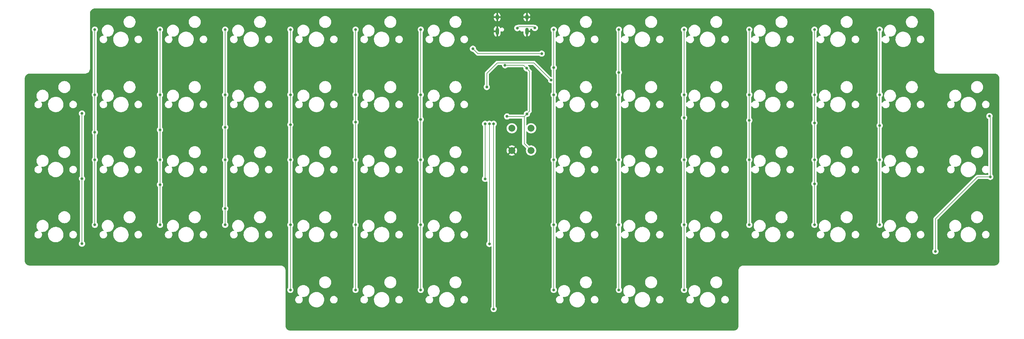
<source format=gbr>
%TF.GenerationSoftware,KiCad,Pcbnew,7.0.9*%
%TF.CreationDate,2024-01-02T18:20:27+09:00*%
%TF.ProjectId,SpaceCadet2024,53706163-6543-4616-9465-74323032342e,rev?*%
%TF.SameCoordinates,Original*%
%TF.FileFunction,Copper,L1,Top*%
%TF.FilePolarity,Positive*%
%FSLAX46Y46*%
G04 Gerber Fmt 4.6, Leading zero omitted, Abs format (unit mm)*
G04 Created by KiCad (PCBNEW 7.0.9) date 2024-01-02 18:20:27*
%MOMM*%
%LPD*%
G01*
G04 APERTURE LIST*
%TA.AperFunction,ComponentPad*%
%ADD10C,2.000000*%
%TD*%
%TA.AperFunction,ComponentPad*%
%ADD11O,1.000000X1.600000*%
%TD*%
%TA.AperFunction,ComponentPad*%
%ADD12O,1.000000X2.100000*%
%TD*%
%TA.AperFunction,ViaPad*%
%ADD13C,0.800000*%
%TD*%
%TA.AperFunction,Conductor*%
%ADD14C,0.200000*%
%TD*%
G04 APERTURE END LIST*
D10*
%TO.P,RS1,1,1*%
%TO.N,GND*%
X135800000Y-54300000D03*
%TO.P,RS1,2,2*%
%TO.N,RST*%
X135800000Y-47800000D03*
%TD*%
D11*
%TO.P,IO1,13,SHIELD*%
%TO.N,GND*%
X131530000Y-15330000D03*
D12*
X131530000Y-19510000D03*
D11*
X140170000Y-15330000D03*
D12*
X140170000Y-19510000D03*
%TD*%
D10*
%TO.P,BT1,1,1*%
%TO.N,+3.3V*%
X141400000Y-54300000D03*
%TO.P,BT1,2,2*%
%TO.N,BOOT*%
X141400000Y-47800000D03*
%TD*%
D13*
%TO.N,VBUS*%
X137380000Y-18580000D03*
X142500000Y-18525000D03*
%TO.N,GND*%
X140125000Y-24225000D03*
%TO.N,+3.3V*%
X140200000Y-43600000D03*
X133800000Y-29400000D03*
X134400000Y-44349500D03*
X140093750Y-30293750D03*
%TO.N,ROW0*%
X124450000Y-24575000D03*
X144500000Y-26000000D03*
%TO.N,ROW1*%
X128500000Y-35750000D03*
X147250000Y-33750000D03*
%TO.N,ROW2*%
X128000000Y-46500000D03*
X128000000Y-62575000D03*
%TO.N,ROW3*%
X129250000Y-46500000D03*
X129250000Y-81575000D03*
%TO.N,ROW4*%
X130500000Y-46500000D03*
X275000000Y-44250000D03*
X10500000Y-43500000D03*
X10500000Y-62500000D03*
X275250000Y-62000000D03*
X259250000Y-83750000D03*
X130500000Y-100575000D03*
X10500000Y-81500000D03*
%TO.N,COL0*%
X14250000Y-76000000D03*
X14250000Y-19000000D03*
X14250000Y-38000000D03*
X14250000Y-49000000D03*
X14250000Y-57000000D03*
%TO.N,COL1*%
X33250000Y-48250000D03*
X33250000Y-64250000D03*
X33250000Y-76000000D03*
X33250000Y-57000000D03*
X33250000Y-38000000D03*
X33250000Y-19000000D03*
%TO.N,COL2*%
X52250000Y-47500000D03*
X52250000Y-71250000D03*
X52250000Y-76000000D03*
X52250000Y-57000000D03*
X52250000Y-19000000D03*
X52250000Y-38000000D03*
%TO.N,COL3*%
X71250000Y-95000000D03*
X71250000Y-57000000D03*
X71250000Y-46750000D03*
X71250000Y-38000000D03*
X71250000Y-76000000D03*
X71250000Y-19000000D03*
%TO.N,COL4*%
X90250000Y-46000000D03*
X90250000Y-95000000D03*
X90250000Y-76000000D03*
X90250000Y-57000000D03*
X90250000Y-38000000D03*
X90250000Y-19000000D03*
%TO.N,COL5*%
X109250000Y-76000000D03*
X109250000Y-95000000D03*
X109250000Y-45250000D03*
X109250000Y-38000000D03*
X109250000Y-19000000D03*
X109250000Y-57000000D03*
%TO.N,COL6*%
X148000000Y-57000000D03*
X148000000Y-38000000D03*
X148000000Y-95000000D03*
X148000000Y-19000000D03*
X148000000Y-76000000D03*
X148000000Y-30125000D03*
%TO.N,COL7*%
X167000000Y-57000000D03*
X167000000Y-19000000D03*
X167000000Y-38000000D03*
X167000000Y-31500000D03*
X167000000Y-95000000D03*
X167000000Y-76000000D03*
%TO.N,COL8*%
X186000000Y-44750000D03*
X186000000Y-19000000D03*
X186000000Y-38000000D03*
X186000000Y-76000000D03*
X186000000Y-57000000D03*
X186000000Y-95000000D03*
%TO.N,COL9*%
X205000000Y-45500000D03*
X205000000Y-57000000D03*
X205000000Y-19000000D03*
X205000000Y-76000000D03*
X205000000Y-38000000D03*
%TO.N,COLa*%
X224000000Y-57000000D03*
X224000000Y-46250000D03*
X224000000Y-76000000D03*
X224000000Y-19000000D03*
X224000000Y-64000000D03*
X224000000Y-38000000D03*
%TO.N,COLb*%
X243000000Y-47000000D03*
X243000000Y-57000000D03*
X243000000Y-19000000D03*
X243000000Y-38000000D03*
X243000000Y-76000000D03*
%TD*%
D14*
%TO.N,VBUS*%
X137800000Y-18160000D02*
X142135000Y-18160000D01*
X137380000Y-18580000D02*
X137800000Y-18160000D01*
X142135000Y-18160000D02*
X142500000Y-18525000D01*
%TO.N,GND*%
X140170000Y-24180000D02*
X140170000Y-19510000D01*
X140125000Y-24225000D02*
X140170000Y-24180000D01*
%TO.N,+3.3V*%
X140200000Y-43600000D02*
X141000000Y-42800000D01*
X139400000Y-44400000D02*
X140200000Y-43600000D01*
X141400000Y-54300000D02*
X139400000Y-52300000D01*
X133800000Y-29400000D02*
X139200000Y-29400000D01*
X139200000Y-29400000D02*
X140093750Y-30293750D01*
X141000000Y-31200000D02*
X140093750Y-30293750D01*
X134400000Y-44349500D02*
X134450500Y-44400000D01*
X141000000Y-42800000D02*
X141000000Y-31200000D01*
X139400000Y-44600000D02*
X139400000Y-44400000D01*
X134450500Y-44400000D02*
X139400000Y-44400000D01*
X139400000Y-52300000D02*
X139400000Y-44600000D01*
%TO.N,ROW0*%
X125875000Y-26000000D02*
X124450000Y-24575000D01*
X144500000Y-26000000D02*
X125875000Y-26000000D01*
%TO.N,ROW1*%
X131550000Y-28700000D02*
X128500000Y-31750000D01*
X142200000Y-28700000D02*
X131550000Y-28700000D01*
X128500000Y-31750000D02*
X128500000Y-35750000D01*
X147250000Y-33750000D02*
X142200000Y-28700000D01*
%TO.N,ROW2*%
X128000000Y-46500000D02*
X128000000Y-62575000D01*
%TO.N,ROW3*%
X129250000Y-46500000D02*
X129250000Y-81575000D01*
%TO.N,ROW4*%
X275250000Y-62000000D02*
X271500000Y-62000000D01*
X275000000Y-44250000D02*
X275250000Y-44500000D01*
X130500000Y-100575000D02*
X130500000Y-46500000D01*
X10500000Y-81500000D02*
X10500000Y-43500000D01*
X271500000Y-62000000D02*
X259250000Y-74250000D01*
X275250000Y-44500000D02*
X275250000Y-62000000D01*
X259250000Y-74250000D02*
X259250000Y-83750000D01*
%TO.N,COL0*%
X14250000Y-49000000D02*
X14250000Y-76000000D01*
X14250000Y-19000000D02*
X14250000Y-45250000D01*
X14250000Y-45250000D02*
X14250000Y-49000000D01*
%TO.N,COL1*%
X33250000Y-76000000D02*
X33250000Y-64250000D01*
X33250000Y-48250000D02*
X33250000Y-19000000D01*
X33250000Y-64250000D02*
X33250000Y-48250000D01*
%TO.N,COL2*%
X52250000Y-47500000D02*
X52250000Y-71250000D01*
X52250000Y-19000000D02*
X52250000Y-47500000D01*
X52250000Y-71250000D02*
X52250000Y-76000000D01*
%TO.N,COL3*%
X71250000Y-95000000D02*
X71250000Y-46750000D01*
X71250000Y-46750000D02*
X71250000Y-19000000D01*
%TO.N,COL4*%
X90250000Y-46000000D02*
X90250000Y-95000000D01*
X90250000Y-19000000D02*
X90250000Y-46000000D01*
%TO.N,COL5*%
X109250000Y-95000000D02*
X109250000Y-19000000D01*
%TO.N,COL6*%
X148000000Y-19000000D02*
X148000000Y-30125000D01*
X148000000Y-30125000D02*
X148000000Y-95000000D01*
%TO.N,COL7*%
X167000000Y-31500000D02*
X167000000Y-19000000D01*
X167000000Y-95000000D02*
X167000000Y-31500000D01*
%TO.N,COL8*%
X186000000Y-95000000D02*
X186000000Y-44750000D01*
X186000000Y-44750000D02*
X186000000Y-19000000D01*
%TO.N,COL9*%
X205000000Y-19000000D02*
X205000000Y-45500000D01*
X205000000Y-45500000D02*
X205000000Y-76000000D01*
%TO.N,COLa*%
X224000000Y-76000000D02*
X224000000Y-64000000D01*
X224000000Y-46250000D02*
X224000000Y-19000000D01*
X224000000Y-64000000D02*
X224000000Y-46250000D01*
%TO.N,COLb*%
X243000000Y-47000000D02*
X243000000Y-76000000D01*
X243000000Y-47000000D02*
X243000000Y-19000000D01*
%TD*%
%TA.AperFunction,Conductor*%
%TO.N,GND*%
G36*
X257452426Y-12825690D02*
G01*
X257506948Y-12829981D01*
X257673223Y-12844529D01*
X257691344Y-12847480D01*
X257779862Y-12868731D01*
X257907294Y-12902876D01*
X257914977Y-12905485D01*
X258010825Y-12945187D01*
X258040470Y-12959010D01*
X258124071Y-12997994D01*
X258130250Y-13001315D01*
X258219971Y-13056295D01*
X258223123Y-13058363D01*
X258322200Y-13127737D01*
X258326900Y-13131377D01*
X258407707Y-13200392D01*
X258411283Y-13203698D01*
X258496300Y-13288715D01*
X258499606Y-13292291D01*
X258568621Y-13373098D01*
X258572266Y-13377805D01*
X258641635Y-13476875D01*
X258643712Y-13480042D01*
X258698682Y-13569746D01*
X258702013Y-13575944D01*
X258754812Y-13689174D01*
X258794513Y-13785021D01*
X258797123Y-13792709D01*
X258831268Y-13920138D01*
X258852516Y-14008644D01*
X258855470Y-14026783D01*
X258870021Y-14193098D01*
X258874308Y-14247576D01*
X258874499Y-14252442D01*
X258874498Y-30414533D01*
X258874499Y-30414542D01*
X258874499Y-30512189D01*
X258909600Y-30733807D01*
X258978934Y-30947200D01*
X258978935Y-30947203D01*
X259045529Y-31077898D01*
X259072950Y-31131715D01*
X259080804Y-31147128D01*
X259212682Y-31328644D01*
X259212686Y-31328649D01*
X259371349Y-31487312D01*
X259371354Y-31487316D01*
X259517139Y-31593234D01*
X259552874Y-31619197D01*
X259752796Y-31721063D01*
X259966193Y-31790400D01*
X260187809Y-31825501D01*
X260187810Y-31825501D01*
X260351852Y-31825501D01*
X260351861Y-31825500D01*
X276447562Y-31825500D01*
X276452426Y-31825690D01*
X276506948Y-31829981D01*
X276673223Y-31844529D01*
X276691344Y-31847480D01*
X276779862Y-31868731D01*
X276907294Y-31902876D01*
X276914977Y-31905485D01*
X277010825Y-31945187D01*
X277040470Y-31959010D01*
X277124071Y-31997994D01*
X277130250Y-32001315D01*
X277219971Y-32056295D01*
X277223123Y-32058363D01*
X277322194Y-32127733D01*
X277326900Y-32131377D01*
X277407707Y-32200392D01*
X277411283Y-32203698D01*
X277496300Y-32288715D01*
X277499606Y-32292291D01*
X277568621Y-32373098D01*
X277572266Y-32377805D01*
X277641635Y-32476875D01*
X277643712Y-32480042D01*
X277698682Y-32569746D01*
X277702013Y-32575944D01*
X277754812Y-32689174D01*
X277794513Y-32785021D01*
X277797123Y-32792709D01*
X277831268Y-32920138D01*
X277852516Y-33008644D01*
X277855470Y-33026783D01*
X277870021Y-33193096D01*
X277874309Y-33247575D01*
X277874500Y-33252441D01*
X277874500Y-86447558D01*
X277874309Y-86452424D01*
X277870021Y-86506903D01*
X277855470Y-86673215D01*
X277852516Y-86691353D01*
X277831268Y-86779861D01*
X277797123Y-86907289D01*
X277794513Y-86914976D01*
X277754812Y-87010825D01*
X277702013Y-87124055D01*
X277698682Y-87130253D01*
X277643712Y-87219956D01*
X277641635Y-87223123D01*
X277572266Y-87322193D01*
X277568621Y-87326900D01*
X277499606Y-87407707D01*
X277496300Y-87411283D01*
X277411283Y-87496300D01*
X277407707Y-87499606D01*
X277326900Y-87568621D01*
X277322193Y-87572266D01*
X277223123Y-87641635D01*
X277219956Y-87643712D01*
X277130253Y-87698682D01*
X277124055Y-87702013D01*
X277010825Y-87754812D01*
X276914976Y-87794513D01*
X276907289Y-87797123D01*
X276779861Y-87831268D01*
X276691353Y-87852516D01*
X276673215Y-87855470D01*
X276506986Y-87870014D01*
X276452426Y-87874308D01*
X276447560Y-87874499D01*
X203300499Y-87874499D01*
X203299999Y-87874499D01*
X203187810Y-87874499D01*
X203136436Y-87882635D01*
X202966197Y-87909599D01*
X202966196Y-87909599D01*
X202752799Y-87978935D01*
X202552873Y-88080802D01*
X202460997Y-88147555D01*
X202371348Y-88212689D01*
X202371346Y-88212691D01*
X202371345Y-88212691D01*
X202212691Y-88371345D01*
X202212691Y-88371346D01*
X202212689Y-88371348D01*
X202212688Y-88371350D01*
X202080802Y-88552873D01*
X201978935Y-88752799D01*
X201909599Y-88966196D01*
X201909599Y-88966197D01*
X201874499Y-89187810D01*
X201874499Y-105447557D01*
X201874308Y-105452423D01*
X201870021Y-105506901D01*
X201855470Y-105673215D01*
X201852516Y-105691353D01*
X201831268Y-105779861D01*
X201797123Y-105907289D01*
X201794513Y-105914976D01*
X201754812Y-106010825D01*
X201702013Y-106124055D01*
X201698682Y-106130253D01*
X201643712Y-106219956D01*
X201641635Y-106223123D01*
X201572266Y-106322193D01*
X201568621Y-106326900D01*
X201499606Y-106407707D01*
X201496300Y-106411283D01*
X201411283Y-106496300D01*
X201407707Y-106499606D01*
X201326900Y-106568621D01*
X201322193Y-106572266D01*
X201223123Y-106641635D01*
X201219956Y-106643712D01*
X201130253Y-106698682D01*
X201124055Y-106702013D01*
X201010825Y-106754812D01*
X200914976Y-106794513D01*
X200907289Y-106797123D01*
X200779861Y-106831268D01*
X200691353Y-106852516D01*
X200673215Y-106855470D01*
X200506903Y-106870021D01*
X200452426Y-106874309D01*
X200447559Y-106874500D01*
X71252441Y-106874500D01*
X71247575Y-106874309D01*
X71193096Y-106870021D01*
X71026783Y-106855470D01*
X71008644Y-106852516D01*
X70920138Y-106831268D01*
X70792709Y-106797123D01*
X70785021Y-106794513D01*
X70689174Y-106754812D01*
X70575944Y-106702013D01*
X70569746Y-106698682D01*
X70480042Y-106643712D01*
X70476875Y-106641635D01*
X70377805Y-106572266D01*
X70373098Y-106568621D01*
X70292291Y-106499606D01*
X70288715Y-106496300D01*
X70203698Y-106411283D01*
X70200392Y-106407707D01*
X70131377Y-106326900D01*
X70127737Y-106322200D01*
X70058363Y-106223123D01*
X70056295Y-106219971D01*
X70001315Y-106130250D01*
X69997994Y-106124071D01*
X69945187Y-106010825D01*
X69905485Y-105914977D01*
X69902875Y-105907289D01*
X69868731Y-105779861D01*
X69847480Y-105691344D01*
X69844529Y-105673223D01*
X69829978Y-105506901D01*
X69825691Y-105452423D01*
X69825500Y-105447561D01*
X69825500Y-97797355D01*
X72664843Y-97797355D01*
X72674852Y-98007459D01*
X72724442Y-98211871D01*
X72769082Y-98309619D01*
X72811820Y-98403204D01*
X72811824Y-98403210D01*
X72933826Y-98574539D01*
X72933831Y-98574544D01*
X73086063Y-98719697D01*
X73263014Y-98833416D01*
X73458288Y-98911593D01*
X73587084Y-98936416D01*
X73664828Y-98951400D01*
X73664829Y-98951400D01*
X73822461Y-98951400D01*
X73822468Y-98951400D01*
X73979389Y-98936416D01*
X74181211Y-98877156D01*
X74368170Y-98780771D01*
X74533510Y-98650747D01*
X74671255Y-98491781D01*
X74776426Y-98309619D01*
X74845222Y-98110846D01*
X74871919Y-97925167D01*
X76601833Y-97925167D01*
X76631910Y-98224142D01*
X76631911Y-98224149D01*
X76701568Y-98516441D01*
X76701571Y-98516453D01*
X76809566Y-98796853D01*
X76809573Y-98796868D01*
X76953979Y-99060375D01*
X76953983Y-99060381D01*
X77045296Y-99184312D01*
X77132223Y-99302290D01*
X77341121Y-99518289D01*
X77576946Y-99704518D01*
X77835487Y-99857652D01*
X78112133Y-99974960D01*
X78112136Y-99974960D01*
X78112139Y-99974962D01*
X78257039Y-100014654D01*
X78401946Y-100054348D01*
X78699755Y-100094400D01*
X78699760Y-100094400D01*
X78925041Y-100094400D01*
X79088513Y-100083456D01*
X79149819Y-100079352D01*
X79444287Y-100019499D01*
X79728151Y-99920931D01*
X79996343Y-99785407D01*
X80244080Y-99615346D01*
X80466939Y-99413782D01*
X80660943Y-99184312D01*
X80822631Y-98931032D01*
X80949118Y-98658460D01*
X81038146Y-98371462D01*
X81088126Y-98075158D01*
X81097414Y-97797355D01*
X82824843Y-97797355D01*
X82834852Y-98007459D01*
X82884442Y-98211871D01*
X82929082Y-98309619D01*
X82971820Y-98403204D01*
X82971824Y-98403210D01*
X83093826Y-98574539D01*
X83093831Y-98574544D01*
X83246063Y-98719697D01*
X83423014Y-98833416D01*
X83618288Y-98911593D01*
X83747084Y-98936416D01*
X83824828Y-98951400D01*
X83824829Y-98951400D01*
X83982461Y-98951400D01*
X83982468Y-98951400D01*
X84139389Y-98936416D01*
X84341211Y-98877156D01*
X84528170Y-98780771D01*
X84693510Y-98650747D01*
X84831255Y-98491781D01*
X84936426Y-98309619D01*
X85005222Y-98110846D01*
X85035157Y-97902645D01*
X85030141Y-97797355D01*
X91664843Y-97797355D01*
X91674852Y-98007459D01*
X91724442Y-98211871D01*
X91769082Y-98309619D01*
X91811820Y-98403204D01*
X91811824Y-98403210D01*
X91933826Y-98574539D01*
X91933831Y-98574544D01*
X92086063Y-98719697D01*
X92263014Y-98833416D01*
X92458288Y-98911593D01*
X92587084Y-98936416D01*
X92664828Y-98951400D01*
X92664829Y-98951400D01*
X92822461Y-98951400D01*
X92822468Y-98951400D01*
X92979389Y-98936416D01*
X93181211Y-98877156D01*
X93368170Y-98780771D01*
X93533510Y-98650747D01*
X93671255Y-98491781D01*
X93776426Y-98309619D01*
X93845222Y-98110846D01*
X93871919Y-97925167D01*
X95601833Y-97925167D01*
X95631910Y-98224142D01*
X95631911Y-98224149D01*
X95701568Y-98516441D01*
X95701571Y-98516453D01*
X95809566Y-98796853D01*
X95809573Y-98796868D01*
X95953979Y-99060375D01*
X95953983Y-99060381D01*
X96045296Y-99184312D01*
X96132223Y-99302290D01*
X96341121Y-99518289D01*
X96576946Y-99704518D01*
X96835487Y-99857652D01*
X97112133Y-99974960D01*
X97112136Y-99974960D01*
X97112139Y-99974962D01*
X97257039Y-100014654D01*
X97401946Y-100054348D01*
X97699755Y-100094400D01*
X97699760Y-100094400D01*
X97925041Y-100094400D01*
X98088513Y-100083456D01*
X98149819Y-100079352D01*
X98444287Y-100019499D01*
X98728151Y-99920931D01*
X98996343Y-99785407D01*
X99244080Y-99615346D01*
X99466939Y-99413782D01*
X99660943Y-99184312D01*
X99822631Y-98931032D01*
X99949118Y-98658460D01*
X100038146Y-98371462D01*
X100088126Y-98075158D01*
X100097414Y-97797355D01*
X101824843Y-97797355D01*
X101834852Y-98007459D01*
X101884442Y-98211871D01*
X101929082Y-98309619D01*
X101971820Y-98403204D01*
X101971824Y-98403210D01*
X102093826Y-98574539D01*
X102093831Y-98574544D01*
X102246063Y-98719697D01*
X102423014Y-98833416D01*
X102618288Y-98911593D01*
X102747084Y-98936416D01*
X102824828Y-98951400D01*
X102824829Y-98951400D01*
X102982461Y-98951400D01*
X102982468Y-98951400D01*
X103139389Y-98936416D01*
X103341211Y-98877156D01*
X103528170Y-98780771D01*
X103693510Y-98650747D01*
X103831255Y-98491781D01*
X103936426Y-98309619D01*
X104005222Y-98110846D01*
X104035157Y-97902645D01*
X104030141Y-97797355D01*
X110664843Y-97797355D01*
X110674852Y-98007459D01*
X110724442Y-98211871D01*
X110769082Y-98309619D01*
X110811820Y-98403204D01*
X110811824Y-98403210D01*
X110933826Y-98574539D01*
X110933831Y-98574544D01*
X111086063Y-98719697D01*
X111263014Y-98833416D01*
X111458288Y-98911593D01*
X111587084Y-98936416D01*
X111664828Y-98951400D01*
X111664829Y-98951400D01*
X111822461Y-98951400D01*
X111822468Y-98951400D01*
X111979389Y-98936416D01*
X112181211Y-98877156D01*
X112368170Y-98780771D01*
X112533510Y-98650747D01*
X112671255Y-98491781D01*
X112776426Y-98309619D01*
X112845222Y-98110846D01*
X112871919Y-97925167D01*
X114601833Y-97925167D01*
X114631910Y-98224142D01*
X114631911Y-98224149D01*
X114701568Y-98516441D01*
X114701571Y-98516453D01*
X114809566Y-98796853D01*
X114809573Y-98796868D01*
X114953979Y-99060375D01*
X114953983Y-99060381D01*
X115045296Y-99184312D01*
X115132223Y-99302290D01*
X115341121Y-99518289D01*
X115576946Y-99704518D01*
X115835487Y-99857652D01*
X116112133Y-99974960D01*
X116112136Y-99974960D01*
X116112139Y-99974962D01*
X116257039Y-100014654D01*
X116401946Y-100054348D01*
X116699755Y-100094400D01*
X116699760Y-100094400D01*
X116925041Y-100094400D01*
X117088513Y-100083456D01*
X117149819Y-100079352D01*
X117444287Y-100019499D01*
X117728151Y-99920931D01*
X117996343Y-99785407D01*
X118244080Y-99615346D01*
X118466939Y-99413782D01*
X118660943Y-99184312D01*
X118822631Y-98931032D01*
X118949118Y-98658460D01*
X119038146Y-98371462D01*
X119088126Y-98075158D01*
X119097414Y-97797355D01*
X120824843Y-97797355D01*
X120834852Y-98007459D01*
X120884442Y-98211871D01*
X120929082Y-98309619D01*
X120971820Y-98403204D01*
X120971824Y-98403210D01*
X121093826Y-98574539D01*
X121093831Y-98574544D01*
X121246063Y-98719697D01*
X121423014Y-98833416D01*
X121618288Y-98911593D01*
X121747084Y-98936416D01*
X121824828Y-98951400D01*
X121824829Y-98951400D01*
X121982461Y-98951400D01*
X121982468Y-98951400D01*
X122139389Y-98936416D01*
X122341211Y-98877156D01*
X122528170Y-98780771D01*
X122693510Y-98650747D01*
X122831255Y-98491781D01*
X122936426Y-98309619D01*
X123005222Y-98110846D01*
X123035157Y-97902645D01*
X123025148Y-97692541D01*
X122975558Y-97488129D01*
X122888179Y-97296795D01*
X122888175Y-97296789D01*
X122766173Y-97125460D01*
X122766167Y-97125454D01*
X122613939Y-96980305D01*
X122613937Y-96980303D01*
X122436986Y-96866584D01*
X122436984Y-96866583D01*
X122241721Y-96788410D01*
X122241714Y-96788407D01*
X122241712Y-96788407D01*
X122241709Y-96788406D01*
X122241708Y-96788406D01*
X122035172Y-96748600D01*
X122035171Y-96748600D01*
X121877532Y-96748600D01*
X121720611Y-96763584D01*
X121720607Y-96763585D01*
X121518791Y-96822843D01*
X121331831Y-96919228D01*
X121166490Y-97049252D01*
X121166489Y-97049253D01*
X121028749Y-97208214D01*
X121028740Y-97208225D01*
X120923574Y-97390379D01*
X120854779Y-97589148D01*
X120854778Y-97589153D01*
X120854778Y-97589154D01*
X120824843Y-97797355D01*
X119097414Y-97797355D01*
X119098167Y-97774836D01*
X119068089Y-97475855D01*
X118998430Y-97183551D01*
X118890431Y-96903140D01*
X118746021Y-96639625D01*
X118567777Y-96397710D01*
X118358879Y-96181711D01*
X118358872Y-96181705D01*
X118123055Y-95995483D01*
X118123056Y-95995483D01*
X118123054Y-95995482D01*
X117864513Y-95842348D01*
X117587867Y-95725040D01*
X117587860Y-95725037D01*
X117298059Y-95645653D01*
X117298056Y-95645652D01*
X117298054Y-95645652D01*
X117000245Y-95605600D01*
X116774967Y-95605600D01*
X116774959Y-95605600D01*
X116550183Y-95620647D01*
X116550174Y-95620649D01*
X116255710Y-95680501D01*
X115971847Y-95779069D01*
X115971844Y-95779071D01*
X115703662Y-95914589D01*
X115455918Y-96084655D01*
X115233062Y-96286216D01*
X115039058Y-96515686D01*
X115039056Y-96515688D01*
X114877366Y-96768972D01*
X114775996Y-96987420D01*
X114750882Y-97041540D01*
X114724852Y-97125454D01*
X114661854Y-97328535D01*
X114611874Y-97624842D01*
X114601833Y-97925167D01*
X112871919Y-97925167D01*
X112875157Y-97902645D01*
X112865148Y-97692541D01*
X112815558Y-97488129D01*
X112728179Y-97296795D01*
X112689881Y-97243013D01*
X112667030Y-97176988D01*
X112683503Y-97109088D01*
X112734070Y-97060872D01*
X112800157Y-97047435D01*
X112974500Y-97060500D01*
X112974506Y-97060500D01*
X113105500Y-97060500D01*
X113301620Y-97045803D01*
X113301622Y-97045802D01*
X113301630Y-97045802D01*
X113557416Y-96987420D01*
X113801643Y-96891568D01*
X114028857Y-96760386D01*
X114233981Y-96596805D01*
X114412433Y-96404479D01*
X114560228Y-96187704D01*
X114674063Y-95951323D01*
X114751396Y-95700615D01*
X114790500Y-95441182D01*
X114790500Y-95178818D01*
X114751396Y-94919385D01*
X114674063Y-94668677D01*
X114577319Y-94467785D01*
X114560232Y-94432303D01*
X114560231Y-94432302D01*
X114560230Y-94432301D01*
X114560228Y-94432296D01*
X114412433Y-94215521D01*
X114402441Y-94204753D01*
X114233985Y-94023198D01*
X114194533Y-93991736D01*
X114028857Y-93859614D01*
X113801643Y-93728432D01*
X113557416Y-93632580D01*
X113557411Y-93632578D01*
X113557402Y-93632576D01*
X113339818Y-93582914D01*
X113301630Y-93574198D01*
X113301629Y-93574197D01*
X113301625Y-93574197D01*
X113301620Y-93574196D01*
X113105500Y-93559500D01*
X113105494Y-93559500D01*
X112974506Y-93559500D01*
X112974500Y-93559500D01*
X112778379Y-93574196D01*
X112778374Y-93574197D01*
X112522597Y-93632576D01*
X112522578Y-93632582D01*
X112278356Y-93728432D01*
X112051143Y-93859614D01*
X111846014Y-94023198D01*
X111667567Y-94215520D01*
X111519768Y-94432302D01*
X111519767Y-94432303D01*
X111405938Y-94668673D01*
X111328606Y-94919376D01*
X111328605Y-94919381D01*
X111328604Y-94919385D01*
X111316453Y-95000000D01*
X111289500Y-95178812D01*
X111289500Y-95441187D01*
X111303221Y-95532214D01*
X111328604Y-95700615D01*
X111328605Y-95700617D01*
X111328606Y-95700623D01*
X111405938Y-95951326D01*
X111519767Y-96187696D01*
X111519768Y-96187697D01*
X111519770Y-96187700D01*
X111519772Y-96187704D01*
X111586938Y-96286218D01*
X111667567Y-96404479D01*
X111794282Y-96541046D01*
X111825450Y-96603579D01*
X111817863Y-96673035D01*
X111773929Y-96727364D01*
X111715171Y-96748825D01*
X111560611Y-96763584D01*
X111560607Y-96763585D01*
X111358791Y-96822843D01*
X111171831Y-96919228D01*
X111006490Y-97049252D01*
X111006489Y-97049253D01*
X110868749Y-97208214D01*
X110868740Y-97208225D01*
X110763574Y-97390379D01*
X110694779Y-97589148D01*
X110694778Y-97589153D01*
X110694778Y-97589154D01*
X110664843Y-97797355D01*
X104030141Y-97797355D01*
X104025148Y-97692541D01*
X103975558Y-97488129D01*
X103888179Y-97296795D01*
X103888175Y-97296789D01*
X103766173Y-97125460D01*
X103766167Y-97125454D01*
X103613939Y-96980305D01*
X103613937Y-96980303D01*
X103436986Y-96866584D01*
X103436984Y-96866583D01*
X103241721Y-96788410D01*
X103241714Y-96788407D01*
X103241712Y-96788407D01*
X103241709Y-96788406D01*
X103241708Y-96788406D01*
X103035172Y-96748600D01*
X103035171Y-96748600D01*
X102877532Y-96748600D01*
X102720611Y-96763584D01*
X102720607Y-96763585D01*
X102518791Y-96822843D01*
X102331831Y-96919228D01*
X102166490Y-97049252D01*
X102166489Y-97049253D01*
X102028749Y-97208214D01*
X102028740Y-97208225D01*
X101923574Y-97390379D01*
X101854779Y-97589148D01*
X101854778Y-97589153D01*
X101854778Y-97589154D01*
X101824843Y-97797355D01*
X100097414Y-97797355D01*
X100098167Y-97774836D01*
X100068089Y-97475855D01*
X99998430Y-97183551D01*
X99890431Y-96903140D01*
X99746021Y-96639625D01*
X99567777Y-96397710D01*
X99358879Y-96181711D01*
X99358872Y-96181705D01*
X99123055Y-95995483D01*
X99123056Y-95995483D01*
X99123054Y-95995482D01*
X98864513Y-95842348D01*
X98587867Y-95725040D01*
X98587860Y-95725037D01*
X98298059Y-95645653D01*
X98298056Y-95645652D01*
X98298054Y-95645652D01*
X98000245Y-95605600D01*
X97774967Y-95605600D01*
X97774959Y-95605600D01*
X97550183Y-95620647D01*
X97550174Y-95620649D01*
X97255710Y-95680501D01*
X96971847Y-95779069D01*
X96971844Y-95779071D01*
X96703662Y-95914589D01*
X96455918Y-96084655D01*
X96233062Y-96286216D01*
X96039058Y-96515686D01*
X96039056Y-96515688D01*
X95877366Y-96768972D01*
X95775996Y-96987420D01*
X95750882Y-97041540D01*
X95724852Y-97125454D01*
X95661854Y-97328535D01*
X95611874Y-97624842D01*
X95601833Y-97925167D01*
X93871919Y-97925167D01*
X93875157Y-97902645D01*
X93865148Y-97692541D01*
X93815558Y-97488129D01*
X93728179Y-97296795D01*
X93689881Y-97243013D01*
X93667030Y-97176988D01*
X93683503Y-97109088D01*
X93734070Y-97060872D01*
X93800157Y-97047435D01*
X93974500Y-97060500D01*
X93974506Y-97060500D01*
X94105500Y-97060500D01*
X94301620Y-97045803D01*
X94301622Y-97045802D01*
X94301630Y-97045802D01*
X94557416Y-96987420D01*
X94801643Y-96891568D01*
X95028857Y-96760386D01*
X95233981Y-96596805D01*
X95412433Y-96404479D01*
X95560228Y-96187704D01*
X95674063Y-95951323D01*
X95751396Y-95700615D01*
X95790500Y-95441182D01*
X95790500Y-95178818D01*
X95763547Y-95000000D01*
X108344540Y-95000000D01*
X108364326Y-95188256D01*
X108364327Y-95188259D01*
X108422818Y-95368277D01*
X108422821Y-95368284D01*
X108517467Y-95532216D01*
X108644129Y-95672888D01*
X108797265Y-95784148D01*
X108797270Y-95784151D01*
X108970192Y-95861142D01*
X108970197Y-95861144D01*
X109155354Y-95900500D01*
X109155355Y-95900500D01*
X109344644Y-95900500D01*
X109344646Y-95900500D01*
X109529803Y-95861144D01*
X109702730Y-95784151D01*
X109855871Y-95672888D01*
X109982533Y-95532216D01*
X110077179Y-95368284D01*
X110135674Y-95188256D01*
X110155460Y-95000000D01*
X110135674Y-94811744D01*
X110077179Y-94631716D01*
X109982533Y-94467784D01*
X109927628Y-94406806D01*
X109882350Y-94356519D01*
X109852120Y-94293527D01*
X109850500Y-94273547D01*
X109850500Y-92901187D01*
X117639500Y-92901187D01*
X117659794Y-93035823D01*
X117678604Y-93160615D01*
X117678605Y-93160617D01*
X117678606Y-93160623D01*
X117755938Y-93411326D01*
X117869767Y-93647696D01*
X117869768Y-93647697D01*
X117869770Y-93647700D01*
X117869772Y-93647704D01*
X117924812Y-93728432D01*
X118017567Y-93864479D01*
X118196014Y-94056801D01*
X118196018Y-94056804D01*
X118196019Y-94056805D01*
X118401143Y-94220386D01*
X118628357Y-94351568D01*
X118872584Y-94447420D01*
X119128370Y-94505802D01*
X119128376Y-94505802D01*
X119128379Y-94505803D01*
X119324500Y-94520500D01*
X119324506Y-94520500D01*
X119455500Y-94520500D01*
X119651620Y-94505803D01*
X119651622Y-94505802D01*
X119651630Y-94505802D01*
X119907416Y-94447420D01*
X120151643Y-94351568D01*
X120378857Y-94220386D01*
X120583981Y-94056805D01*
X120615167Y-94023195D01*
X120623945Y-94013733D01*
X120762433Y-93864479D01*
X120910228Y-93647704D01*
X121024063Y-93411323D01*
X121101396Y-93160615D01*
X121140500Y-92901182D01*
X121140500Y-92638818D01*
X121101396Y-92379385D01*
X121024063Y-92128677D01*
X121012121Y-92103880D01*
X120910232Y-91892303D01*
X120910231Y-91892302D01*
X120910230Y-91892301D01*
X120910228Y-91892296D01*
X120762433Y-91675521D01*
X120752441Y-91664753D01*
X120583985Y-91483198D01*
X120544533Y-91451736D01*
X120378857Y-91319614D01*
X120151643Y-91188432D01*
X119907416Y-91092580D01*
X119907411Y-91092578D01*
X119907402Y-91092576D01*
X119689818Y-91042914D01*
X119651630Y-91034198D01*
X119651629Y-91034197D01*
X119651625Y-91034197D01*
X119651620Y-91034196D01*
X119455500Y-91019500D01*
X119455494Y-91019500D01*
X119324506Y-91019500D01*
X119324500Y-91019500D01*
X119128379Y-91034196D01*
X119128374Y-91034197D01*
X118872597Y-91092576D01*
X118872578Y-91092582D01*
X118628356Y-91188432D01*
X118401143Y-91319614D01*
X118196014Y-91483198D01*
X118017567Y-91675520D01*
X117869768Y-91892302D01*
X117869767Y-91892303D01*
X117755938Y-92128673D01*
X117678606Y-92379376D01*
X117678605Y-92379381D01*
X117678604Y-92379385D01*
X117663853Y-92477247D01*
X117639500Y-92638812D01*
X117639500Y-92901187D01*
X109850500Y-92901187D01*
X109850500Y-78797355D01*
X110664843Y-78797355D01*
X110674852Y-79007459D01*
X110724442Y-79211871D01*
X110769082Y-79309619D01*
X110811820Y-79403204D01*
X110811824Y-79403210D01*
X110933826Y-79574539D01*
X110933831Y-79574544D01*
X111086063Y-79719697D01*
X111263014Y-79833416D01*
X111458288Y-79911593D01*
X111587084Y-79936416D01*
X111664828Y-79951400D01*
X111664829Y-79951400D01*
X111822461Y-79951400D01*
X111822468Y-79951400D01*
X111979389Y-79936416D01*
X112181211Y-79877156D01*
X112368170Y-79780771D01*
X112533510Y-79650747D01*
X112671255Y-79491781D01*
X112776426Y-79309619D01*
X112845222Y-79110846D01*
X112871919Y-78925167D01*
X114601833Y-78925167D01*
X114631910Y-79224142D01*
X114631911Y-79224149D01*
X114701568Y-79516441D01*
X114701571Y-79516453D01*
X114809566Y-79796853D01*
X114809573Y-79796868D01*
X114953979Y-80060375D01*
X114953983Y-80060381D01*
X115045296Y-80184312D01*
X115132223Y-80302290D01*
X115341121Y-80518289D01*
X115576946Y-80704518D01*
X115835487Y-80857652D01*
X116112133Y-80974960D01*
X116112136Y-80974960D01*
X116112139Y-80974962D01*
X116257039Y-81014654D01*
X116401946Y-81054348D01*
X116699755Y-81094400D01*
X116699760Y-81094400D01*
X116925041Y-81094400D01*
X117088513Y-81083456D01*
X117149819Y-81079352D01*
X117444287Y-81019499D01*
X117728151Y-80920931D01*
X117996343Y-80785407D01*
X118244080Y-80615346D01*
X118466939Y-80413782D01*
X118660943Y-80184312D01*
X118822631Y-79931032D01*
X118949118Y-79658460D01*
X119038146Y-79371462D01*
X119088126Y-79075158D01*
X119097414Y-78797355D01*
X120824843Y-78797355D01*
X120834852Y-79007459D01*
X120884442Y-79211871D01*
X120929082Y-79309619D01*
X120971820Y-79403204D01*
X120971824Y-79403210D01*
X121093826Y-79574539D01*
X121093831Y-79574544D01*
X121246063Y-79719697D01*
X121423014Y-79833416D01*
X121618288Y-79911593D01*
X121747084Y-79936416D01*
X121824828Y-79951400D01*
X121824829Y-79951400D01*
X121982461Y-79951400D01*
X121982468Y-79951400D01*
X122139389Y-79936416D01*
X122341211Y-79877156D01*
X122528170Y-79780771D01*
X122693510Y-79650747D01*
X122831255Y-79491781D01*
X122936426Y-79309619D01*
X123005222Y-79110846D01*
X123035157Y-78902645D01*
X123025148Y-78692541D01*
X122975558Y-78488129D01*
X122888179Y-78296795D01*
X122888175Y-78296789D01*
X122766173Y-78125460D01*
X122766167Y-78125454D01*
X122613939Y-77980305D01*
X122613937Y-77980303D01*
X122436986Y-77866584D01*
X122436984Y-77866583D01*
X122241721Y-77788410D01*
X122241714Y-77788407D01*
X122241712Y-77788407D01*
X122241709Y-77788406D01*
X122241708Y-77788406D01*
X122035172Y-77748600D01*
X122035171Y-77748600D01*
X121877532Y-77748600D01*
X121720611Y-77763584D01*
X121720607Y-77763585D01*
X121518791Y-77822843D01*
X121331831Y-77919228D01*
X121166490Y-78049252D01*
X121166489Y-78049253D01*
X121028749Y-78208214D01*
X121028740Y-78208225D01*
X120923574Y-78390379D01*
X120854779Y-78589148D01*
X120854778Y-78589153D01*
X120854778Y-78589154D01*
X120824843Y-78797355D01*
X119097414Y-78797355D01*
X119098167Y-78774836D01*
X119068089Y-78475855D01*
X118998430Y-78183551D01*
X118890431Y-77903140D01*
X118746021Y-77639625D01*
X118567777Y-77397710D01*
X118358879Y-77181711D01*
X118358872Y-77181705D01*
X118123055Y-76995483D01*
X118123056Y-76995483D01*
X118123054Y-76995482D01*
X117864513Y-76842348D01*
X117587867Y-76725040D01*
X117587860Y-76725037D01*
X117298059Y-76645653D01*
X117298056Y-76645652D01*
X117298054Y-76645652D01*
X117000245Y-76605600D01*
X116774967Y-76605600D01*
X116774959Y-76605600D01*
X116550183Y-76620647D01*
X116550174Y-76620649D01*
X116255710Y-76680501D01*
X115971847Y-76779069D01*
X115971844Y-76779071D01*
X115703662Y-76914589D01*
X115455918Y-77084655D01*
X115233062Y-77286216D01*
X115039058Y-77515686D01*
X115039056Y-77515688D01*
X114877366Y-77768972D01*
X114775996Y-77987420D01*
X114750882Y-78041540D01*
X114724852Y-78125454D01*
X114661854Y-78328535D01*
X114611874Y-78624842D01*
X114601833Y-78925167D01*
X112871919Y-78925167D01*
X112875157Y-78902645D01*
X112865148Y-78692541D01*
X112815558Y-78488129D01*
X112728179Y-78296795D01*
X112689881Y-78243013D01*
X112667030Y-78176988D01*
X112683503Y-78109088D01*
X112734070Y-78060872D01*
X112800157Y-78047435D01*
X112974500Y-78060500D01*
X112974506Y-78060500D01*
X113105500Y-78060500D01*
X113301620Y-78045803D01*
X113301622Y-78045802D01*
X113301630Y-78045802D01*
X113557416Y-77987420D01*
X113801643Y-77891568D01*
X114028857Y-77760386D01*
X114233981Y-77596805D01*
X114412433Y-77404479D01*
X114560228Y-77187704D01*
X114674063Y-76951323D01*
X114751396Y-76700615D01*
X114790500Y-76441182D01*
X114790500Y-76178818D01*
X114751396Y-75919385D01*
X114674063Y-75668677D01*
X114577319Y-75467785D01*
X114560232Y-75432303D01*
X114560231Y-75432302D01*
X114560230Y-75432301D01*
X114560228Y-75432296D01*
X114412433Y-75215521D01*
X114402441Y-75204753D01*
X114233985Y-75023198D01*
X114194533Y-74991736D01*
X114028857Y-74859614D01*
X113801643Y-74728432D01*
X113557416Y-74632580D01*
X113557411Y-74632578D01*
X113557402Y-74632576D01*
X113339818Y-74582914D01*
X113301630Y-74574198D01*
X113301629Y-74574197D01*
X113301625Y-74574197D01*
X113301620Y-74574196D01*
X113105500Y-74559500D01*
X113105494Y-74559500D01*
X112974506Y-74559500D01*
X112974500Y-74559500D01*
X112778379Y-74574196D01*
X112778374Y-74574197D01*
X112522597Y-74632576D01*
X112522578Y-74632582D01*
X112278356Y-74728432D01*
X112051143Y-74859614D01*
X111846014Y-75023198D01*
X111667567Y-75215520D01*
X111519768Y-75432302D01*
X111519767Y-75432303D01*
X111405938Y-75668673D01*
X111328606Y-75919376D01*
X111328605Y-75919381D01*
X111328604Y-75919385D01*
X111316453Y-76000000D01*
X111289500Y-76178812D01*
X111289500Y-76441187D01*
X111303221Y-76532214D01*
X111328604Y-76700615D01*
X111328605Y-76700617D01*
X111328606Y-76700623D01*
X111405938Y-76951326D01*
X111519767Y-77187696D01*
X111519768Y-77187697D01*
X111519770Y-77187700D01*
X111519772Y-77187704D01*
X111586938Y-77286218D01*
X111667567Y-77404479D01*
X111794282Y-77541046D01*
X111825450Y-77603579D01*
X111817863Y-77673035D01*
X111773929Y-77727364D01*
X111715171Y-77748825D01*
X111560611Y-77763584D01*
X111560607Y-77763585D01*
X111358791Y-77822843D01*
X111171831Y-77919228D01*
X111006490Y-78049252D01*
X111006489Y-78049253D01*
X110868749Y-78208214D01*
X110868740Y-78208225D01*
X110763574Y-78390379D01*
X110694779Y-78589148D01*
X110694778Y-78589153D01*
X110694778Y-78589154D01*
X110664843Y-78797355D01*
X109850500Y-78797355D01*
X109850500Y-76726452D01*
X109870185Y-76659413D01*
X109882350Y-76643480D01*
X109902909Y-76620647D01*
X109982533Y-76532216D01*
X110077179Y-76368284D01*
X110135674Y-76188256D01*
X110155460Y-76000000D01*
X110135674Y-75811744D01*
X110077179Y-75631716D01*
X109982533Y-75467784D01*
X109927628Y-75406806D01*
X109882350Y-75356519D01*
X109852120Y-75293527D01*
X109850500Y-75273547D01*
X109850500Y-73901187D01*
X117639500Y-73901187D01*
X117646430Y-73947159D01*
X117678604Y-74160615D01*
X117678605Y-74160617D01*
X117678606Y-74160623D01*
X117755938Y-74411326D01*
X117869767Y-74647696D01*
X117869768Y-74647697D01*
X117869770Y-74647700D01*
X117869772Y-74647704D01*
X117924812Y-74728432D01*
X118017567Y-74864479D01*
X118196014Y-75056801D01*
X118196018Y-75056804D01*
X118196019Y-75056805D01*
X118401143Y-75220386D01*
X118628357Y-75351568D01*
X118872584Y-75447420D01*
X119128370Y-75505802D01*
X119128376Y-75505802D01*
X119128379Y-75505803D01*
X119324500Y-75520500D01*
X119324506Y-75520500D01*
X119455500Y-75520500D01*
X119651620Y-75505803D01*
X119651622Y-75505802D01*
X119651630Y-75505802D01*
X119907416Y-75447420D01*
X120151643Y-75351568D01*
X120378857Y-75220386D01*
X120583981Y-75056805D01*
X120615167Y-75023195D01*
X120623945Y-75013733D01*
X120762433Y-74864479D01*
X120910228Y-74647704D01*
X121024063Y-74411323D01*
X121101396Y-74160615D01*
X121140500Y-73901182D01*
X121140500Y-73638818D01*
X121101396Y-73379385D01*
X121024063Y-73128677D01*
X121012121Y-73103880D01*
X120910232Y-72892303D01*
X120910231Y-72892302D01*
X120910230Y-72892301D01*
X120910228Y-72892296D01*
X120762433Y-72675521D01*
X120752441Y-72664753D01*
X120583985Y-72483198D01*
X120544533Y-72451736D01*
X120378857Y-72319614D01*
X120151643Y-72188432D01*
X119907416Y-72092580D01*
X119907411Y-72092578D01*
X119907402Y-72092576D01*
X119689818Y-72042914D01*
X119651630Y-72034198D01*
X119651629Y-72034197D01*
X119651625Y-72034197D01*
X119651620Y-72034196D01*
X119455500Y-72019500D01*
X119455494Y-72019500D01*
X119324506Y-72019500D01*
X119324500Y-72019500D01*
X119128379Y-72034196D01*
X119128374Y-72034197D01*
X118872597Y-72092576D01*
X118872578Y-72092582D01*
X118628356Y-72188432D01*
X118401143Y-72319614D01*
X118196014Y-72483198D01*
X118017567Y-72675520D01*
X117869768Y-72892302D01*
X117869767Y-72892303D01*
X117755938Y-73128673D01*
X117678606Y-73379376D01*
X117678605Y-73379381D01*
X117678604Y-73379385D01*
X117663853Y-73477247D01*
X117639500Y-73638812D01*
X117639500Y-73901187D01*
X109850500Y-73901187D01*
X109850500Y-62575000D01*
X127094540Y-62575000D01*
X127114326Y-62763256D01*
X127114327Y-62763259D01*
X127172818Y-62943277D01*
X127172821Y-62943284D01*
X127267467Y-63107216D01*
X127314466Y-63159413D01*
X127394129Y-63247888D01*
X127547265Y-63359148D01*
X127547270Y-63359151D01*
X127720192Y-63436142D01*
X127720197Y-63436144D01*
X127905354Y-63475500D01*
X127905355Y-63475500D01*
X128094644Y-63475500D01*
X128094646Y-63475500D01*
X128279803Y-63436144D01*
X128452730Y-63359151D01*
X128452733Y-63359148D01*
X128458363Y-63355899D01*
X128458978Y-63356964D01*
X128518419Y-63335755D01*
X128586473Y-63351580D01*
X128635169Y-63401685D01*
X128649500Y-63459553D01*
X128649500Y-80848547D01*
X128629815Y-80915586D01*
X128617650Y-80931519D01*
X128517466Y-81042785D01*
X128422821Y-81206715D01*
X128422818Y-81206722D01*
X128388696Y-81311740D01*
X128364326Y-81386744D01*
X128344540Y-81575000D01*
X128364326Y-81763256D01*
X128364327Y-81763259D01*
X128422818Y-81943277D01*
X128422821Y-81943284D01*
X128517467Y-82107216D01*
X128576599Y-82172888D01*
X128644129Y-82247888D01*
X128797265Y-82359148D01*
X128797270Y-82359151D01*
X128970192Y-82436142D01*
X128970197Y-82436144D01*
X129155354Y-82475500D01*
X129155355Y-82475500D01*
X129344644Y-82475500D01*
X129344646Y-82475500D01*
X129529803Y-82436144D01*
X129702730Y-82359151D01*
X129702733Y-82359148D01*
X129708363Y-82355899D01*
X129708978Y-82356964D01*
X129768419Y-82335755D01*
X129836473Y-82351580D01*
X129885169Y-82401685D01*
X129899500Y-82459553D01*
X129899500Y-99848547D01*
X129879815Y-99915586D01*
X129867650Y-99931519D01*
X129767466Y-100042785D01*
X129672821Y-100206715D01*
X129672818Y-100206722D01*
X129614327Y-100386740D01*
X129614326Y-100386744D01*
X129594540Y-100575000D01*
X129614326Y-100763256D01*
X129614327Y-100763259D01*
X129672818Y-100943277D01*
X129672821Y-100943284D01*
X129767467Y-101107216D01*
X129894129Y-101247888D01*
X130047265Y-101359148D01*
X130047270Y-101359151D01*
X130220192Y-101436142D01*
X130220197Y-101436144D01*
X130405354Y-101475500D01*
X130405355Y-101475500D01*
X130594644Y-101475500D01*
X130594646Y-101475500D01*
X130779803Y-101436144D01*
X130952730Y-101359151D01*
X131105871Y-101247888D01*
X131232533Y-101107216D01*
X131327179Y-100943284D01*
X131385674Y-100763256D01*
X131405460Y-100575000D01*
X131385674Y-100386744D01*
X131327179Y-100206716D01*
X131232533Y-100042784D01*
X131171464Y-99974960D01*
X131132350Y-99931519D01*
X131102120Y-99868527D01*
X131100500Y-99848547D01*
X131100500Y-97797355D01*
X148664843Y-97797355D01*
X148674852Y-98007459D01*
X148724442Y-98211871D01*
X148769082Y-98309619D01*
X148811820Y-98403204D01*
X148811824Y-98403210D01*
X148933826Y-98574539D01*
X148933831Y-98574544D01*
X149086063Y-98719697D01*
X149263014Y-98833416D01*
X149458288Y-98911593D01*
X149587084Y-98936416D01*
X149664828Y-98951400D01*
X149664829Y-98951400D01*
X149822461Y-98951400D01*
X149822468Y-98951400D01*
X149979389Y-98936416D01*
X150181211Y-98877156D01*
X150368170Y-98780771D01*
X150533510Y-98650747D01*
X150671255Y-98491781D01*
X150776426Y-98309619D01*
X150845222Y-98110846D01*
X150871919Y-97925167D01*
X152601833Y-97925167D01*
X152631910Y-98224142D01*
X152631911Y-98224149D01*
X152701568Y-98516441D01*
X152701571Y-98516453D01*
X152809566Y-98796853D01*
X152809573Y-98796868D01*
X152953979Y-99060375D01*
X152953983Y-99060381D01*
X153045296Y-99184312D01*
X153132223Y-99302290D01*
X153341121Y-99518289D01*
X153576946Y-99704518D01*
X153835487Y-99857652D01*
X154112133Y-99974960D01*
X154112136Y-99974960D01*
X154112139Y-99974962D01*
X154257039Y-100014654D01*
X154401946Y-100054348D01*
X154699755Y-100094400D01*
X154699760Y-100094400D01*
X154925041Y-100094400D01*
X155088513Y-100083456D01*
X155149819Y-100079352D01*
X155444287Y-100019499D01*
X155728151Y-99920931D01*
X155996343Y-99785407D01*
X156244080Y-99615346D01*
X156466939Y-99413782D01*
X156660943Y-99184312D01*
X156822631Y-98931032D01*
X156949118Y-98658460D01*
X157038146Y-98371462D01*
X157088126Y-98075158D01*
X157097414Y-97797355D01*
X158824843Y-97797355D01*
X158834852Y-98007459D01*
X158884442Y-98211871D01*
X158929082Y-98309619D01*
X158971820Y-98403204D01*
X158971824Y-98403210D01*
X159093826Y-98574539D01*
X159093831Y-98574544D01*
X159246063Y-98719697D01*
X159423014Y-98833416D01*
X159618288Y-98911593D01*
X159747084Y-98936416D01*
X159824828Y-98951400D01*
X159824829Y-98951400D01*
X159982461Y-98951400D01*
X159982468Y-98951400D01*
X160139389Y-98936416D01*
X160341211Y-98877156D01*
X160528170Y-98780771D01*
X160693510Y-98650747D01*
X160831255Y-98491781D01*
X160936426Y-98309619D01*
X161005222Y-98110846D01*
X161035157Y-97902645D01*
X161030141Y-97797355D01*
X167664843Y-97797355D01*
X167674852Y-98007459D01*
X167724442Y-98211871D01*
X167769082Y-98309619D01*
X167811820Y-98403204D01*
X167811824Y-98403210D01*
X167933826Y-98574539D01*
X167933831Y-98574544D01*
X168086063Y-98719697D01*
X168263014Y-98833416D01*
X168458288Y-98911593D01*
X168587084Y-98936416D01*
X168664828Y-98951400D01*
X168664829Y-98951400D01*
X168822461Y-98951400D01*
X168822468Y-98951400D01*
X168979389Y-98936416D01*
X169181211Y-98877156D01*
X169368170Y-98780771D01*
X169533510Y-98650747D01*
X169671255Y-98491781D01*
X169776426Y-98309619D01*
X169845222Y-98110846D01*
X169871919Y-97925167D01*
X171601833Y-97925167D01*
X171631910Y-98224142D01*
X171631911Y-98224149D01*
X171701568Y-98516441D01*
X171701571Y-98516453D01*
X171809566Y-98796853D01*
X171809573Y-98796868D01*
X171953979Y-99060375D01*
X171953983Y-99060381D01*
X172045296Y-99184312D01*
X172132223Y-99302290D01*
X172341121Y-99518289D01*
X172576946Y-99704518D01*
X172835487Y-99857652D01*
X173112133Y-99974960D01*
X173112136Y-99974960D01*
X173112139Y-99974962D01*
X173257039Y-100014654D01*
X173401946Y-100054348D01*
X173699755Y-100094400D01*
X173699760Y-100094400D01*
X173925041Y-100094400D01*
X174088513Y-100083456D01*
X174149819Y-100079352D01*
X174444287Y-100019499D01*
X174728151Y-99920931D01*
X174996343Y-99785407D01*
X175244080Y-99615346D01*
X175466939Y-99413782D01*
X175660943Y-99184312D01*
X175822631Y-98931032D01*
X175949118Y-98658460D01*
X176038146Y-98371462D01*
X176088126Y-98075158D01*
X176097414Y-97797355D01*
X177824843Y-97797355D01*
X177834852Y-98007459D01*
X177884442Y-98211871D01*
X177929082Y-98309619D01*
X177971820Y-98403204D01*
X177971824Y-98403210D01*
X178093826Y-98574539D01*
X178093831Y-98574544D01*
X178246063Y-98719697D01*
X178423014Y-98833416D01*
X178618288Y-98911593D01*
X178747084Y-98936416D01*
X178824828Y-98951400D01*
X178824829Y-98951400D01*
X178982461Y-98951400D01*
X178982468Y-98951400D01*
X179139389Y-98936416D01*
X179341211Y-98877156D01*
X179528170Y-98780771D01*
X179693510Y-98650747D01*
X179831255Y-98491781D01*
X179936426Y-98309619D01*
X180005222Y-98110846D01*
X180035157Y-97902645D01*
X180030141Y-97797355D01*
X186664843Y-97797355D01*
X186674852Y-98007459D01*
X186724442Y-98211871D01*
X186769082Y-98309619D01*
X186811820Y-98403204D01*
X186811824Y-98403210D01*
X186933826Y-98574539D01*
X186933831Y-98574544D01*
X187086063Y-98719697D01*
X187263014Y-98833416D01*
X187458288Y-98911593D01*
X187587084Y-98936416D01*
X187664828Y-98951400D01*
X187664829Y-98951400D01*
X187822461Y-98951400D01*
X187822468Y-98951400D01*
X187979389Y-98936416D01*
X188181211Y-98877156D01*
X188368170Y-98780771D01*
X188533510Y-98650747D01*
X188671255Y-98491781D01*
X188776426Y-98309619D01*
X188845222Y-98110846D01*
X188871919Y-97925167D01*
X190601833Y-97925167D01*
X190631910Y-98224142D01*
X190631911Y-98224149D01*
X190701568Y-98516441D01*
X190701571Y-98516453D01*
X190809566Y-98796853D01*
X190809573Y-98796868D01*
X190953979Y-99060375D01*
X190953983Y-99060381D01*
X191045296Y-99184312D01*
X191132223Y-99302290D01*
X191341121Y-99518289D01*
X191576946Y-99704518D01*
X191835487Y-99857652D01*
X192112133Y-99974960D01*
X192112136Y-99974960D01*
X192112139Y-99974962D01*
X192257039Y-100014654D01*
X192401946Y-100054348D01*
X192699755Y-100094400D01*
X192699760Y-100094400D01*
X192925041Y-100094400D01*
X193088513Y-100083456D01*
X193149819Y-100079352D01*
X193444287Y-100019499D01*
X193728151Y-99920931D01*
X193996343Y-99785407D01*
X194244080Y-99615346D01*
X194466939Y-99413782D01*
X194660943Y-99184312D01*
X194822631Y-98931032D01*
X194949118Y-98658460D01*
X195038146Y-98371462D01*
X195088126Y-98075158D01*
X195097414Y-97797355D01*
X196824843Y-97797355D01*
X196834852Y-98007459D01*
X196884442Y-98211871D01*
X196929082Y-98309619D01*
X196971820Y-98403204D01*
X196971824Y-98403210D01*
X197093826Y-98574539D01*
X197093831Y-98574544D01*
X197246063Y-98719697D01*
X197423014Y-98833416D01*
X197618288Y-98911593D01*
X197747084Y-98936416D01*
X197824828Y-98951400D01*
X197824829Y-98951400D01*
X197982461Y-98951400D01*
X197982468Y-98951400D01*
X198139389Y-98936416D01*
X198341211Y-98877156D01*
X198528170Y-98780771D01*
X198693510Y-98650747D01*
X198831255Y-98491781D01*
X198936426Y-98309619D01*
X199005222Y-98110846D01*
X199035157Y-97902645D01*
X199025148Y-97692541D01*
X198975558Y-97488129D01*
X198888179Y-97296795D01*
X198888175Y-97296789D01*
X198766173Y-97125460D01*
X198766167Y-97125454D01*
X198613939Y-96980305D01*
X198613937Y-96980303D01*
X198436986Y-96866584D01*
X198436984Y-96866583D01*
X198241721Y-96788410D01*
X198241714Y-96788407D01*
X198241712Y-96788407D01*
X198241709Y-96788406D01*
X198241708Y-96788406D01*
X198035172Y-96748600D01*
X198035171Y-96748600D01*
X197877532Y-96748600D01*
X197720611Y-96763584D01*
X197720607Y-96763585D01*
X197518791Y-96822843D01*
X197331831Y-96919228D01*
X197166490Y-97049252D01*
X197166489Y-97049253D01*
X197028749Y-97208214D01*
X197028740Y-97208225D01*
X196923574Y-97390379D01*
X196854779Y-97589148D01*
X196854778Y-97589153D01*
X196854778Y-97589154D01*
X196824843Y-97797355D01*
X195097414Y-97797355D01*
X195098167Y-97774836D01*
X195068089Y-97475855D01*
X194998430Y-97183551D01*
X194890431Y-96903140D01*
X194746021Y-96639625D01*
X194567777Y-96397710D01*
X194358879Y-96181711D01*
X194358872Y-96181705D01*
X194123055Y-95995483D01*
X194123056Y-95995483D01*
X194123054Y-95995482D01*
X193864513Y-95842348D01*
X193587867Y-95725040D01*
X193587860Y-95725037D01*
X193298059Y-95645653D01*
X193298056Y-95645652D01*
X193298054Y-95645652D01*
X193000245Y-95605600D01*
X192774967Y-95605600D01*
X192774959Y-95605600D01*
X192550183Y-95620647D01*
X192550174Y-95620649D01*
X192255710Y-95680501D01*
X191971847Y-95779069D01*
X191971844Y-95779071D01*
X191703662Y-95914589D01*
X191455918Y-96084655D01*
X191233062Y-96286216D01*
X191039058Y-96515686D01*
X191039056Y-96515688D01*
X190877366Y-96768972D01*
X190775996Y-96987420D01*
X190750882Y-97041540D01*
X190724852Y-97125454D01*
X190661854Y-97328535D01*
X190611874Y-97624842D01*
X190601833Y-97925167D01*
X188871919Y-97925167D01*
X188875157Y-97902645D01*
X188865148Y-97692541D01*
X188815558Y-97488129D01*
X188728179Y-97296795D01*
X188689881Y-97243013D01*
X188667030Y-97176988D01*
X188683503Y-97109088D01*
X188734070Y-97060872D01*
X188800157Y-97047435D01*
X188974500Y-97060500D01*
X188974506Y-97060500D01*
X189105500Y-97060500D01*
X189301620Y-97045803D01*
X189301622Y-97045802D01*
X189301630Y-97045802D01*
X189557416Y-96987420D01*
X189801643Y-96891568D01*
X190028857Y-96760386D01*
X190233981Y-96596805D01*
X190412433Y-96404479D01*
X190560228Y-96187704D01*
X190674063Y-95951323D01*
X190751396Y-95700615D01*
X190790500Y-95441182D01*
X190790500Y-95178818D01*
X190751396Y-94919385D01*
X190674063Y-94668677D01*
X190577319Y-94467785D01*
X190560232Y-94432303D01*
X190560231Y-94432302D01*
X190560230Y-94432301D01*
X190560228Y-94432296D01*
X190412433Y-94215521D01*
X190402441Y-94204753D01*
X190233985Y-94023198D01*
X190194533Y-93991736D01*
X190028857Y-93859614D01*
X189801643Y-93728432D01*
X189557416Y-93632580D01*
X189557411Y-93632578D01*
X189557402Y-93632576D01*
X189339818Y-93582914D01*
X189301630Y-93574198D01*
X189301629Y-93574197D01*
X189301625Y-93574197D01*
X189301620Y-93574196D01*
X189105500Y-93559500D01*
X189105494Y-93559500D01*
X188974506Y-93559500D01*
X188974500Y-93559500D01*
X188778379Y-93574196D01*
X188778374Y-93574197D01*
X188522597Y-93632576D01*
X188522578Y-93632582D01*
X188278356Y-93728432D01*
X188051143Y-93859614D01*
X187846014Y-94023198D01*
X187667567Y-94215520D01*
X187519768Y-94432302D01*
X187519767Y-94432303D01*
X187405938Y-94668673D01*
X187328606Y-94919376D01*
X187328605Y-94919381D01*
X187328604Y-94919385D01*
X187316453Y-95000000D01*
X187289500Y-95178812D01*
X187289500Y-95441187D01*
X187303221Y-95532214D01*
X187328604Y-95700615D01*
X187328605Y-95700617D01*
X187328606Y-95700623D01*
X187405938Y-95951326D01*
X187519767Y-96187696D01*
X187519768Y-96187697D01*
X187519770Y-96187700D01*
X187519772Y-96187704D01*
X187586938Y-96286218D01*
X187667567Y-96404479D01*
X187794282Y-96541046D01*
X187825450Y-96603579D01*
X187817863Y-96673035D01*
X187773929Y-96727364D01*
X187715171Y-96748825D01*
X187560611Y-96763584D01*
X187560607Y-96763585D01*
X187358791Y-96822843D01*
X187171831Y-96919228D01*
X187006490Y-97049252D01*
X187006489Y-97049253D01*
X186868749Y-97208214D01*
X186868740Y-97208225D01*
X186763574Y-97390379D01*
X186694779Y-97589148D01*
X186694778Y-97589153D01*
X186694778Y-97589154D01*
X186664843Y-97797355D01*
X180030141Y-97797355D01*
X180025148Y-97692541D01*
X179975558Y-97488129D01*
X179888179Y-97296795D01*
X179888175Y-97296789D01*
X179766173Y-97125460D01*
X179766167Y-97125454D01*
X179613939Y-96980305D01*
X179613937Y-96980303D01*
X179436986Y-96866584D01*
X179436984Y-96866583D01*
X179241721Y-96788410D01*
X179241714Y-96788407D01*
X179241712Y-96788407D01*
X179241709Y-96788406D01*
X179241708Y-96788406D01*
X179035172Y-96748600D01*
X179035171Y-96748600D01*
X178877532Y-96748600D01*
X178720611Y-96763584D01*
X178720607Y-96763585D01*
X178518791Y-96822843D01*
X178331831Y-96919228D01*
X178166490Y-97049252D01*
X178166489Y-97049253D01*
X178028749Y-97208214D01*
X178028740Y-97208225D01*
X177923574Y-97390379D01*
X177854779Y-97589148D01*
X177854778Y-97589153D01*
X177854778Y-97589154D01*
X177824843Y-97797355D01*
X176097414Y-97797355D01*
X176098167Y-97774836D01*
X176068089Y-97475855D01*
X175998430Y-97183551D01*
X175890431Y-96903140D01*
X175746021Y-96639625D01*
X175567777Y-96397710D01*
X175358879Y-96181711D01*
X175358872Y-96181705D01*
X175123055Y-95995483D01*
X175123056Y-95995483D01*
X175123054Y-95995482D01*
X174864513Y-95842348D01*
X174587867Y-95725040D01*
X174587860Y-95725037D01*
X174298059Y-95645653D01*
X174298056Y-95645652D01*
X174298054Y-95645652D01*
X174000245Y-95605600D01*
X173774967Y-95605600D01*
X173774959Y-95605600D01*
X173550183Y-95620647D01*
X173550174Y-95620649D01*
X173255710Y-95680501D01*
X172971847Y-95779069D01*
X172971844Y-95779071D01*
X172703662Y-95914589D01*
X172455918Y-96084655D01*
X172233062Y-96286216D01*
X172039058Y-96515686D01*
X172039056Y-96515688D01*
X171877366Y-96768972D01*
X171775996Y-96987420D01*
X171750882Y-97041540D01*
X171724852Y-97125454D01*
X171661854Y-97328535D01*
X171611874Y-97624842D01*
X171601833Y-97925167D01*
X169871919Y-97925167D01*
X169875157Y-97902645D01*
X169865148Y-97692541D01*
X169815558Y-97488129D01*
X169728179Y-97296795D01*
X169689881Y-97243013D01*
X169667030Y-97176988D01*
X169683503Y-97109088D01*
X169734070Y-97060872D01*
X169800157Y-97047435D01*
X169974500Y-97060500D01*
X169974506Y-97060500D01*
X170105500Y-97060500D01*
X170301620Y-97045803D01*
X170301622Y-97045802D01*
X170301630Y-97045802D01*
X170557416Y-96987420D01*
X170801643Y-96891568D01*
X171028857Y-96760386D01*
X171233981Y-96596805D01*
X171412433Y-96404479D01*
X171560228Y-96187704D01*
X171674063Y-95951323D01*
X171751396Y-95700615D01*
X171790500Y-95441182D01*
X171790500Y-95178818D01*
X171763547Y-95000000D01*
X185094540Y-95000000D01*
X185114326Y-95188256D01*
X185114327Y-95188259D01*
X185172818Y-95368277D01*
X185172821Y-95368284D01*
X185267467Y-95532216D01*
X185394129Y-95672888D01*
X185547265Y-95784148D01*
X185547270Y-95784151D01*
X185720192Y-95861142D01*
X185720197Y-95861144D01*
X185905354Y-95900500D01*
X185905355Y-95900500D01*
X186094644Y-95900500D01*
X186094646Y-95900500D01*
X186279803Y-95861144D01*
X186452730Y-95784151D01*
X186605871Y-95672888D01*
X186732533Y-95532216D01*
X186827179Y-95368284D01*
X186885674Y-95188256D01*
X186905460Y-95000000D01*
X186885674Y-94811744D01*
X186827179Y-94631716D01*
X186732533Y-94467784D01*
X186677628Y-94406806D01*
X186632350Y-94356519D01*
X186602120Y-94293527D01*
X186600500Y-94273547D01*
X186600500Y-92901187D01*
X193639500Y-92901187D01*
X193659794Y-93035823D01*
X193678604Y-93160615D01*
X193678605Y-93160617D01*
X193678606Y-93160623D01*
X193755938Y-93411326D01*
X193869767Y-93647696D01*
X193869768Y-93647697D01*
X193869770Y-93647700D01*
X193869772Y-93647704D01*
X193924812Y-93728432D01*
X194017567Y-93864479D01*
X194196014Y-94056801D01*
X194196018Y-94056804D01*
X194196019Y-94056805D01*
X194401143Y-94220386D01*
X194628357Y-94351568D01*
X194872584Y-94447420D01*
X195128370Y-94505802D01*
X195128376Y-94505802D01*
X195128379Y-94505803D01*
X195324500Y-94520500D01*
X195324506Y-94520500D01*
X195455500Y-94520500D01*
X195651620Y-94505803D01*
X195651622Y-94505802D01*
X195651630Y-94505802D01*
X195907416Y-94447420D01*
X196151643Y-94351568D01*
X196378857Y-94220386D01*
X196583981Y-94056805D01*
X196615167Y-94023195D01*
X196623945Y-94013733D01*
X196762433Y-93864479D01*
X196910228Y-93647704D01*
X197024063Y-93411323D01*
X197101396Y-93160615D01*
X197140500Y-92901182D01*
X197140500Y-92638818D01*
X197101396Y-92379385D01*
X197024063Y-92128677D01*
X197012121Y-92103880D01*
X196910232Y-91892303D01*
X196910231Y-91892302D01*
X196910230Y-91892301D01*
X196910228Y-91892296D01*
X196762433Y-91675521D01*
X196752441Y-91664753D01*
X196583985Y-91483198D01*
X196544533Y-91451736D01*
X196378857Y-91319614D01*
X196151643Y-91188432D01*
X195907416Y-91092580D01*
X195907411Y-91092578D01*
X195907402Y-91092576D01*
X195689818Y-91042914D01*
X195651630Y-91034198D01*
X195651629Y-91034197D01*
X195651625Y-91034197D01*
X195651620Y-91034196D01*
X195455500Y-91019500D01*
X195455494Y-91019500D01*
X195324506Y-91019500D01*
X195324500Y-91019500D01*
X195128379Y-91034196D01*
X195128374Y-91034197D01*
X194872597Y-91092576D01*
X194872578Y-91092582D01*
X194628356Y-91188432D01*
X194401143Y-91319614D01*
X194196014Y-91483198D01*
X194017567Y-91675520D01*
X193869768Y-91892302D01*
X193869767Y-91892303D01*
X193755938Y-92128673D01*
X193678606Y-92379376D01*
X193678605Y-92379381D01*
X193678604Y-92379385D01*
X193663853Y-92477247D01*
X193639500Y-92638812D01*
X193639500Y-92901187D01*
X186600500Y-92901187D01*
X186600500Y-83750000D01*
X258344540Y-83750000D01*
X258364326Y-83938256D01*
X258364327Y-83938259D01*
X258422818Y-84118277D01*
X258422821Y-84118284D01*
X258517467Y-84282216D01*
X258644129Y-84422888D01*
X258797265Y-84534148D01*
X258797270Y-84534151D01*
X258970192Y-84611142D01*
X258970197Y-84611144D01*
X259155354Y-84650500D01*
X259155355Y-84650500D01*
X259344644Y-84650500D01*
X259344646Y-84650500D01*
X259529803Y-84611144D01*
X259702730Y-84534151D01*
X259855871Y-84422888D01*
X259982533Y-84282216D01*
X260077179Y-84118284D01*
X260135674Y-83938256D01*
X260155460Y-83750000D01*
X260135674Y-83561744D01*
X260077179Y-83381716D01*
X259982533Y-83217784D01*
X259927628Y-83156806D01*
X259882350Y-83106519D01*
X259852120Y-83043527D01*
X259850500Y-83023547D01*
X259850500Y-78797355D01*
X262664843Y-78797355D01*
X262674852Y-79007459D01*
X262724442Y-79211871D01*
X262769082Y-79309619D01*
X262811820Y-79403204D01*
X262811824Y-79403210D01*
X262933826Y-79574539D01*
X262933831Y-79574544D01*
X263086063Y-79719697D01*
X263263014Y-79833416D01*
X263458288Y-79911593D01*
X263587084Y-79936416D01*
X263664828Y-79951400D01*
X263664829Y-79951400D01*
X263822461Y-79951400D01*
X263822468Y-79951400D01*
X263979389Y-79936416D01*
X264181211Y-79877156D01*
X264368170Y-79780771D01*
X264533510Y-79650747D01*
X264671255Y-79491781D01*
X264776426Y-79309619D01*
X264845222Y-79110846D01*
X264871919Y-78925167D01*
X266601833Y-78925167D01*
X266631910Y-79224142D01*
X266631911Y-79224149D01*
X266701568Y-79516441D01*
X266701571Y-79516453D01*
X266809566Y-79796853D01*
X266809573Y-79796868D01*
X266953979Y-80060375D01*
X266953983Y-80060381D01*
X267045296Y-80184312D01*
X267132223Y-80302290D01*
X267341121Y-80518289D01*
X267576946Y-80704518D01*
X267835487Y-80857652D01*
X268112133Y-80974960D01*
X268112136Y-80974960D01*
X268112139Y-80974962D01*
X268257039Y-81014654D01*
X268401946Y-81054348D01*
X268699755Y-81094400D01*
X268699760Y-81094400D01*
X268925041Y-81094400D01*
X269088513Y-81083456D01*
X269149819Y-81079352D01*
X269444287Y-81019499D01*
X269728151Y-80920931D01*
X269996343Y-80785407D01*
X270244080Y-80615346D01*
X270466939Y-80413782D01*
X270660943Y-80184312D01*
X270822631Y-79931032D01*
X270949118Y-79658460D01*
X271038146Y-79371462D01*
X271088126Y-79075158D01*
X271097414Y-78797355D01*
X272824843Y-78797355D01*
X272834852Y-79007459D01*
X272884442Y-79211871D01*
X272929082Y-79309619D01*
X272971820Y-79403204D01*
X272971824Y-79403210D01*
X273093826Y-79574539D01*
X273093831Y-79574544D01*
X273246063Y-79719697D01*
X273423014Y-79833416D01*
X273618288Y-79911593D01*
X273747084Y-79936416D01*
X273824828Y-79951400D01*
X273824829Y-79951400D01*
X273982461Y-79951400D01*
X273982468Y-79951400D01*
X274139389Y-79936416D01*
X274341211Y-79877156D01*
X274528170Y-79780771D01*
X274693510Y-79650747D01*
X274831255Y-79491781D01*
X274936426Y-79309619D01*
X275005222Y-79110846D01*
X275035157Y-78902645D01*
X275025148Y-78692541D01*
X274975558Y-78488129D01*
X274888179Y-78296795D01*
X274888175Y-78296789D01*
X274766173Y-78125460D01*
X274766167Y-78125454D01*
X274613939Y-77980305D01*
X274613937Y-77980303D01*
X274436986Y-77866584D01*
X274436984Y-77866583D01*
X274241721Y-77788410D01*
X274241714Y-77788407D01*
X274241712Y-77788407D01*
X274241709Y-77788406D01*
X274241708Y-77788406D01*
X274035172Y-77748600D01*
X274035171Y-77748600D01*
X273877532Y-77748600D01*
X273720611Y-77763584D01*
X273720607Y-77763585D01*
X273518791Y-77822843D01*
X273331831Y-77919228D01*
X273166490Y-78049252D01*
X273166489Y-78049253D01*
X273028749Y-78208214D01*
X273028740Y-78208225D01*
X272923574Y-78390379D01*
X272854779Y-78589148D01*
X272854778Y-78589153D01*
X272854778Y-78589154D01*
X272824843Y-78797355D01*
X271097414Y-78797355D01*
X271098167Y-78774836D01*
X271068089Y-78475855D01*
X270998430Y-78183551D01*
X270890431Y-77903140D01*
X270746021Y-77639625D01*
X270567777Y-77397710D01*
X270358879Y-77181711D01*
X270358872Y-77181705D01*
X270123055Y-76995483D01*
X270123056Y-76995483D01*
X270123054Y-76995482D01*
X269864513Y-76842348D01*
X269587867Y-76725040D01*
X269587860Y-76725037D01*
X269298059Y-76645653D01*
X269298056Y-76645652D01*
X269298054Y-76645652D01*
X269000245Y-76605600D01*
X268774967Y-76605600D01*
X268774959Y-76605600D01*
X268550183Y-76620647D01*
X268550174Y-76620649D01*
X268255710Y-76680501D01*
X267971847Y-76779069D01*
X267971844Y-76779071D01*
X267703662Y-76914589D01*
X267455918Y-77084655D01*
X267233062Y-77286216D01*
X267039058Y-77515686D01*
X267039056Y-77515688D01*
X266877366Y-77768972D01*
X266775996Y-77987420D01*
X266750882Y-78041540D01*
X266724852Y-78125454D01*
X266661854Y-78328535D01*
X266611874Y-78624842D01*
X266601833Y-78925167D01*
X264871919Y-78925167D01*
X264875157Y-78902645D01*
X264865148Y-78692541D01*
X264815558Y-78488129D01*
X264728179Y-78296795D01*
X264689881Y-78243013D01*
X264667030Y-78176988D01*
X264683503Y-78109088D01*
X264734070Y-78060872D01*
X264800157Y-78047435D01*
X264974500Y-78060500D01*
X264974506Y-78060500D01*
X265105500Y-78060500D01*
X265301620Y-78045803D01*
X265301622Y-78045802D01*
X265301630Y-78045802D01*
X265557416Y-77987420D01*
X265801643Y-77891568D01*
X266028857Y-77760386D01*
X266233981Y-77596805D01*
X266412433Y-77404479D01*
X266560228Y-77187704D01*
X266674063Y-76951323D01*
X266751396Y-76700615D01*
X266790500Y-76441182D01*
X266790500Y-76178818D01*
X266751396Y-75919385D01*
X266674063Y-75668677D01*
X266577319Y-75467785D01*
X266560232Y-75432303D01*
X266560231Y-75432302D01*
X266560230Y-75432301D01*
X266560228Y-75432296D01*
X266412433Y-75215521D01*
X266402441Y-75204753D01*
X266233985Y-75023198D01*
X266194533Y-74991736D01*
X266028857Y-74859614D01*
X265801643Y-74728432D01*
X265557416Y-74632580D01*
X265557411Y-74632578D01*
X265557402Y-74632576D01*
X265339818Y-74582914D01*
X265301630Y-74574198D01*
X265301629Y-74574197D01*
X265301625Y-74574197D01*
X265301620Y-74574196D01*
X265105500Y-74559500D01*
X265105494Y-74559500D01*
X264974506Y-74559500D01*
X264974500Y-74559500D01*
X264778379Y-74574196D01*
X264778374Y-74574197D01*
X264522597Y-74632576D01*
X264522578Y-74632582D01*
X264278356Y-74728432D01*
X264051143Y-74859614D01*
X263846014Y-75023198D01*
X263667567Y-75215520D01*
X263519768Y-75432302D01*
X263519767Y-75432303D01*
X263405938Y-75668673D01*
X263328606Y-75919376D01*
X263328605Y-75919381D01*
X263328604Y-75919385D01*
X263316453Y-76000000D01*
X263289500Y-76178812D01*
X263289500Y-76441187D01*
X263303221Y-76532214D01*
X263328604Y-76700615D01*
X263328605Y-76700617D01*
X263328606Y-76700623D01*
X263405938Y-76951326D01*
X263519767Y-77187696D01*
X263519768Y-77187697D01*
X263519770Y-77187700D01*
X263519772Y-77187704D01*
X263586938Y-77286218D01*
X263667567Y-77404479D01*
X263794282Y-77541046D01*
X263825450Y-77603579D01*
X263817863Y-77673035D01*
X263773929Y-77727364D01*
X263715171Y-77748825D01*
X263560611Y-77763584D01*
X263560607Y-77763585D01*
X263358791Y-77822843D01*
X263171831Y-77919228D01*
X263006490Y-78049252D01*
X263006489Y-78049253D01*
X262868749Y-78208214D01*
X262868740Y-78208225D01*
X262763574Y-78390379D01*
X262694779Y-78589148D01*
X262694778Y-78589153D01*
X262694778Y-78589154D01*
X262664843Y-78797355D01*
X259850500Y-78797355D01*
X259850500Y-74550097D01*
X259870185Y-74483058D01*
X259886819Y-74462416D01*
X260448048Y-73901187D01*
X269639500Y-73901187D01*
X269646430Y-73947159D01*
X269678604Y-74160615D01*
X269678605Y-74160617D01*
X269678606Y-74160623D01*
X269755938Y-74411326D01*
X269869767Y-74647696D01*
X269869768Y-74647697D01*
X269869770Y-74647700D01*
X269869772Y-74647704D01*
X269924812Y-74728432D01*
X270017567Y-74864479D01*
X270196014Y-75056801D01*
X270196018Y-75056804D01*
X270196019Y-75056805D01*
X270401143Y-75220386D01*
X270628357Y-75351568D01*
X270872584Y-75447420D01*
X271128370Y-75505802D01*
X271128376Y-75505802D01*
X271128379Y-75505803D01*
X271324500Y-75520500D01*
X271324506Y-75520500D01*
X271455500Y-75520500D01*
X271651620Y-75505803D01*
X271651622Y-75505802D01*
X271651630Y-75505802D01*
X271907416Y-75447420D01*
X272151643Y-75351568D01*
X272378857Y-75220386D01*
X272583981Y-75056805D01*
X272615167Y-75023195D01*
X272623945Y-75013733D01*
X272762433Y-74864479D01*
X272910228Y-74647704D01*
X273024063Y-74411323D01*
X273101396Y-74160615D01*
X273140500Y-73901182D01*
X273140500Y-73638818D01*
X273101396Y-73379385D01*
X273024063Y-73128677D01*
X273012121Y-73103880D01*
X272910232Y-72892303D01*
X272910231Y-72892302D01*
X272910230Y-72892301D01*
X272910228Y-72892296D01*
X272762433Y-72675521D01*
X272752441Y-72664753D01*
X272583985Y-72483198D01*
X272544533Y-72451736D01*
X272378857Y-72319614D01*
X272151643Y-72188432D01*
X271907416Y-72092580D01*
X271907411Y-72092578D01*
X271907402Y-72092576D01*
X271689818Y-72042914D01*
X271651630Y-72034198D01*
X271651629Y-72034197D01*
X271651625Y-72034197D01*
X271651620Y-72034196D01*
X271455500Y-72019500D01*
X271455494Y-72019500D01*
X271324506Y-72019500D01*
X271324500Y-72019500D01*
X271128379Y-72034196D01*
X271128374Y-72034197D01*
X270872597Y-72092576D01*
X270872578Y-72092582D01*
X270628356Y-72188432D01*
X270401143Y-72319614D01*
X270196014Y-72483198D01*
X270017567Y-72675520D01*
X269869768Y-72892302D01*
X269869767Y-72892303D01*
X269755938Y-73128673D01*
X269678606Y-73379376D01*
X269678605Y-73379381D01*
X269678604Y-73379385D01*
X269663853Y-73477247D01*
X269639500Y-73638812D01*
X269639500Y-73901187D01*
X260448048Y-73901187D01*
X271712416Y-62636819D01*
X271773739Y-62603334D01*
X271800097Y-62600500D01*
X274523742Y-62600500D01*
X274590781Y-62620185D01*
X274615891Y-62641527D01*
X274644128Y-62672887D01*
X274644135Y-62672893D01*
X274797265Y-62784148D01*
X274797270Y-62784151D01*
X274970192Y-62861142D01*
X274970197Y-62861144D01*
X275155354Y-62900500D01*
X275155355Y-62900500D01*
X275344644Y-62900500D01*
X275344646Y-62900500D01*
X275529803Y-62861144D01*
X275702730Y-62784151D01*
X275855871Y-62672888D01*
X275982533Y-62532216D01*
X276077179Y-62368284D01*
X276135674Y-62188256D01*
X276155460Y-62000000D01*
X276135674Y-61811744D01*
X276077179Y-61631716D01*
X275982533Y-61467784D01*
X275916384Y-61394318D01*
X275882350Y-61356519D01*
X275852120Y-61293527D01*
X275850500Y-61273547D01*
X275850500Y-44566149D01*
X275856569Y-44527831D01*
X275858407Y-44522171D01*
X275885674Y-44438256D01*
X275905460Y-44250000D01*
X275885674Y-44061744D01*
X275827179Y-43881716D01*
X275732533Y-43717784D01*
X275605871Y-43577112D01*
X275605870Y-43577111D01*
X275452734Y-43465851D01*
X275452729Y-43465848D01*
X275279807Y-43388857D01*
X275279802Y-43388855D01*
X275134001Y-43357865D01*
X275094646Y-43349500D01*
X274905354Y-43349500D01*
X274872897Y-43356398D01*
X274720197Y-43388855D01*
X274720192Y-43388857D01*
X274547270Y-43465848D01*
X274547265Y-43465851D01*
X274394129Y-43577111D01*
X274267466Y-43717785D01*
X274172821Y-43881715D01*
X274172818Y-43881722D01*
X274140491Y-43981216D01*
X274114326Y-44061744D01*
X274094540Y-44250000D01*
X274114326Y-44438256D01*
X274114327Y-44438259D01*
X274172818Y-44618277D01*
X274172821Y-44618284D01*
X274267467Y-44782216D01*
X274357063Y-44881722D01*
X274394129Y-44922888D01*
X274547265Y-45034148D01*
X274547266Y-45034148D01*
X274547270Y-45034151D01*
X274575936Y-45046914D01*
X274629173Y-45092164D01*
X274649494Y-45159013D01*
X274649500Y-45160193D01*
X274649500Y-58776069D01*
X274629815Y-58843108D01*
X274577011Y-58888863D01*
X274507853Y-58898807D01*
X274458462Y-58880385D01*
X274436988Y-58866585D01*
X274436985Y-58866583D01*
X274241721Y-58788410D01*
X274241714Y-58788407D01*
X274241712Y-58788407D01*
X274241709Y-58788406D01*
X274241708Y-58788406D01*
X274035172Y-58748600D01*
X274035171Y-58748600D01*
X273877532Y-58748600D01*
X273720611Y-58763584D01*
X273720607Y-58763585D01*
X273518791Y-58822843D01*
X273331831Y-58919228D01*
X273166490Y-59049252D01*
X273166489Y-59049253D01*
X273028749Y-59208214D01*
X273028740Y-59208225D01*
X272923574Y-59390379D01*
X272854779Y-59589148D01*
X272854778Y-59589153D01*
X272854778Y-59589154D01*
X272824843Y-59797355D01*
X272834852Y-60007459D01*
X272884442Y-60211871D01*
X272929082Y-60309619D01*
X272971820Y-60403204D01*
X272971824Y-60403210D01*
X273093826Y-60574539D01*
X273093831Y-60574544D01*
X273246063Y-60719697D01*
X273423014Y-60833416D01*
X273618288Y-60911593D01*
X273747084Y-60936416D01*
X273824828Y-60951400D01*
X273824829Y-60951400D01*
X273982461Y-60951400D01*
X273982468Y-60951400D01*
X274139389Y-60936416D01*
X274341211Y-60877156D01*
X274341213Y-60877155D01*
X274468680Y-60811441D01*
X274537287Y-60798217D01*
X274602151Y-60824185D01*
X274642680Y-60881099D01*
X274649500Y-60921656D01*
X274649500Y-61273547D01*
X274629815Y-61340586D01*
X274617661Y-61356506D01*
X274615903Y-61358459D01*
X274556422Y-61395116D01*
X274523742Y-61399500D01*
X271543428Y-61399500D01*
X271535329Y-61398969D01*
X271500000Y-61394318D01*
X271460639Y-61399500D01*
X271343239Y-61414955D01*
X271343237Y-61414956D01*
X271197157Y-61475464D01*
X271071719Y-61571716D01*
X271050019Y-61599994D01*
X271044668Y-61606096D01*
X258856096Y-73794668D01*
X258849994Y-73800019D01*
X258821716Y-73821719D01*
X258725464Y-73947157D01*
X258664956Y-74093237D01*
X258664955Y-74093239D01*
X258644318Y-74249998D01*
X258644318Y-74249999D01*
X258648969Y-74285326D01*
X258649500Y-74293428D01*
X258649500Y-83023547D01*
X258629815Y-83090586D01*
X258617650Y-83106519D01*
X258517466Y-83217785D01*
X258422821Y-83381715D01*
X258422818Y-83381722D01*
X258364327Y-83561740D01*
X258364326Y-83561744D01*
X258344540Y-83750000D01*
X186600500Y-83750000D01*
X186600500Y-79494351D01*
X186620185Y-79427312D01*
X186672989Y-79381557D01*
X186742147Y-79371613D01*
X186805703Y-79400638D01*
X186825502Y-79422417D01*
X186933831Y-79574544D01*
X187086063Y-79719697D01*
X187263014Y-79833416D01*
X187458288Y-79911593D01*
X187587084Y-79936416D01*
X187664828Y-79951400D01*
X187664829Y-79951400D01*
X187822461Y-79951400D01*
X187822468Y-79951400D01*
X187979389Y-79936416D01*
X188181211Y-79877156D01*
X188368170Y-79780771D01*
X188533510Y-79650747D01*
X188671255Y-79491781D01*
X188776426Y-79309619D01*
X188845222Y-79110846D01*
X188871919Y-78925167D01*
X190601833Y-78925167D01*
X190631910Y-79224142D01*
X190631911Y-79224149D01*
X190701568Y-79516441D01*
X190701571Y-79516453D01*
X190809566Y-79796853D01*
X190809573Y-79796868D01*
X190953979Y-80060375D01*
X190953983Y-80060381D01*
X191045296Y-80184312D01*
X191132223Y-80302290D01*
X191341121Y-80518289D01*
X191576946Y-80704518D01*
X191835487Y-80857652D01*
X192112133Y-80974960D01*
X192112136Y-80974960D01*
X192112139Y-80974962D01*
X192257039Y-81014654D01*
X192401946Y-81054348D01*
X192699755Y-81094400D01*
X192699760Y-81094400D01*
X192925041Y-81094400D01*
X193088513Y-81083456D01*
X193149819Y-81079352D01*
X193444287Y-81019499D01*
X193728151Y-80920931D01*
X193996343Y-80785407D01*
X194244080Y-80615346D01*
X194466939Y-80413782D01*
X194660943Y-80184312D01*
X194822631Y-79931032D01*
X194949118Y-79658460D01*
X195038146Y-79371462D01*
X195088126Y-79075158D01*
X195097414Y-78797355D01*
X196824843Y-78797355D01*
X196834852Y-79007459D01*
X196884442Y-79211871D01*
X196929082Y-79309619D01*
X196971820Y-79403204D01*
X196971824Y-79403210D01*
X197093826Y-79574539D01*
X197093831Y-79574544D01*
X197246063Y-79719697D01*
X197423014Y-79833416D01*
X197618288Y-79911593D01*
X197747084Y-79936416D01*
X197824828Y-79951400D01*
X197824829Y-79951400D01*
X197982461Y-79951400D01*
X197982468Y-79951400D01*
X198139389Y-79936416D01*
X198341211Y-79877156D01*
X198528170Y-79780771D01*
X198693510Y-79650747D01*
X198831255Y-79491781D01*
X198936426Y-79309619D01*
X199005222Y-79110846D01*
X199035157Y-78902645D01*
X199030141Y-78797355D01*
X205664843Y-78797355D01*
X205674852Y-79007459D01*
X205724442Y-79211871D01*
X205769082Y-79309619D01*
X205811820Y-79403204D01*
X205811824Y-79403210D01*
X205933826Y-79574539D01*
X205933831Y-79574544D01*
X206086063Y-79719697D01*
X206263014Y-79833416D01*
X206458288Y-79911593D01*
X206587084Y-79936416D01*
X206664828Y-79951400D01*
X206664829Y-79951400D01*
X206822461Y-79951400D01*
X206822468Y-79951400D01*
X206979389Y-79936416D01*
X207181211Y-79877156D01*
X207368170Y-79780771D01*
X207533510Y-79650747D01*
X207671255Y-79491781D01*
X207776426Y-79309619D01*
X207845222Y-79110846D01*
X207871919Y-78925167D01*
X209601833Y-78925167D01*
X209631910Y-79224142D01*
X209631911Y-79224149D01*
X209701568Y-79516441D01*
X209701571Y-79516453D01*
X209809566Y-79796853D01*
X209809573Y-79796868D01*
X209953979Y-80060375D01*
X209953983Y-80060381D01*
X210045296Y-80184312D01*
X210132223Y-80302290D01*
X210341121Y-80518289D01*
X210576946Y-80704518D01*
X210835487Y-80857652D01*
X211112133Y-80974960D01*
X211112136Y-80974960D01*
X211112139Y-80974962D01*
X211257039Y-81014654D01*
X211401946Y-81054348D01*
X211699755Y-81094400D01*
X211699760Y-81094400D01*
X211925041Y-81094400D01*
X212088513Y-81083456D01*
X212149819Y-81079352D01*
X212444287Y-81019499D01*
X212728151Y-80920931D01*
X212996343Y-80785407D01*
X213244080Y-80615346D01*
X213466939Y-80413782D01*
X213660943Y-80184312D01*
X213822631Y-79931032D01*
X213949118Y-79658460D01*
X214038146Y-79371462D01*
X214088126Y-79075158D01*
X214097414Y-78797355D01*
X215824843Y-78797355D01*
X215834852Y-79007459D01*
X215884442Y-79211871D01*
X215929082Y-79309619D01*
X215971820Y-79403204D01*
X215971824Y-79403210D01*
X216093826Y-79574539D01*
X216093831Y-79574544D01*
X216246063Y-79719697D01*
X216423014Y-79833416D01*
X216618288Y-79911593D01*
X216747084Y-79936416D01*
X216824828Y-79951400D01*
X216824829Y-79951400D01*
X216982461Y-79951400D01*
X216982468Y-79951400D01*
X217139389Y-79936416D01*
X217341211Y-79877156D01*
X217528170Y-79780771D01*
X217693510Y-79650747D01*
X217831255Y-79491781D01*
X217936426Y-79309619D01*
X218005222Y-79110846D01*
X218035157Y-78902645D01*
X218030141Y-78797355D01*
X224664843Y-78797355D01*
X224674852Y-79007459D01*
X224724442Y-79211871D01*
X224769082Y-79309619D01*
X224811820Y-79403204D01*
X224811824Y-79403210D01*
X224933826Y-79574539D01*
X224933831Y-79574544D01*
X225086063Y-79719697D01*
X225263014Y-79833416D01*
X225458288Y-79911593D01*
X225587084Y-79936416D01*
X225664828Y-79951400D01*
X225664829Y-79951400D01*
X225822461Y-79951400D01*
X225822468Y-79951400D01*
X225979389Y-79936416D01*
X226181211Y-79877156D01*
X226368170Y-79780771D01*
X226533510Y-79650747D01*
X226671255Y-79491781D01*
X226776426Y-79309619D01*
X226845222Y-79110846D01*
X226871919Y-78925167D01*
X228601833Y-78925167D01*
X228631910Y-79224142D01*
X228631911Y-79224149D01*
X228701568Y-79516441D01*
X228701571Y-79516453D01*
X228809566Y-79796853D01*
X228809573Y-79796868D01*
X228953979Y-80060375D01*
X228953983Y-80060381D01*
X229045296Y-80184312D01*
X229132223Y-80302290D01*
X229341121Y-80518289D01*
X229576946Y-80704518D01*
X229835487Y-80857652D01*
X230112133Y-80974960D01*
X230112136Y-80974960D01*
X230112139Y-80974962D01*
X230257039Y-81014654D01*
X230401946Y-81054348D01*
X230699755Y-81094400D01*
X230699760Y-81094400D01*
X230925041Y-81094400D01*
X231088513Y-81083456D01*
X231149819Y-81079352D01*
X231444287Y-81019499D01*
X231728151Y-80920931D01*
X231996343Y-80785407D01*
X232244080Y-80615346D01*
X232466939Y-80413782D01*
X232660943Y-80184312D01*
X232822631Y-79931032D01*
X232949118Y-79658460D01*
X233038146Y-79371462D01*
X233088126Y-79075158D01*
X233097414Y-78797355D01*
X234824843Y-78797355D01*
X234834852Y-79007459D01*
X234884442Y-79211871D01*
X234929082Y-79309619D01*
X234971820Y-79403204D01*
X234971824Y-79403210D01*
X235093826Y-79574539D01*
X235093831Y-79574544D01*
X235246063Y-79719697D01*
X235423014Y-79833416D01*
X235618288Y-79911593D01*
X235747084Y-79936416D01*
X235824828Y-79951400D01*
X235824829Y-79951400D01*
X235982461Y-79951400D01*
X235982468Y-79951400D01*
X236139389Y-79936416D01*
X236341211Y-79877156D01*
X236528170Y-79780771D01*
X236693510Y-79650747D01*
X236831255Y-79491781D01*
X236936426Y-79309619D01*
X237005222Y-79110846D01*
X237035157Y-78902645D01*
X237030141Y-78797355D01*
X243664843Y-78797355D01*
X243674852Y-79007459D01*
X243724442Y-79211871D01*
X243769082Y-79309619D01*
X243811820Y-79403204D01*
X243811824Y-79403210D01*
X243933826Y-79574539D01*
X243933831Y-79574544D01*
X244086063Y-79719697D01*
X244263014Y-79833416D01*
X244458288Y-79911593D01*
X244587084Y-79936416D01*
X244664828Y-79951400D01*
X244664829Y-79951400D01*
X244822461Y-79951400D01*
X244822468Y-79951400D01*
X244979389Y-79936416D01*
X245181211Y-79877156D01*
X245368170Y-79780771D01*
X245533510Y-79650747D01*
X245671255Y-79491781D01*
X245776426Y-79309619D01*
X245845222Y-79110846D01*
X245871919Y-78925167D01*
X247601833Y-78925167D01*
X247631910Y-79224142D01*
X247631911Y-79224149D01*
X247701568Y-79516441D01*
X247701571Y-79516453D01*
X247809566Y-79796853D01*
X247809573Y-79796868D01*
X247953979Y-80060375D01*
X247953983Y-80060381D01*
X248045296Y-80184312D01*
X248132223Y-80302290D01*
X248341121Y-80518289D01*
X248576946Y-80704518D01*
X248835487Y-80857652D01*
X249112133Y-80974960D01*
X249112136Y-80974960D01*
X249112139Y-80974962D01*
X249257039Y-81014654D01*
X249401946Y-81054348D01*
X249699755Y-81094400D01*
X249699760Y-81094400D01*
X249925041Y-81094400D01*
X250088513Y-81083456D01*
X250149819Y-81079352D01*
X250444287Y-81019499D01*
X250728151Y-80920931D01*
X250996343Y-80785407D01*
X251244080Y-80615346D01*
X251466939Y-80413782D01*
X251660943Y-80184312D01*
X251822631Y-79931032D01*
X251949118Y-79658460D01*
X252038146Y-79371462D01*
X252088126Y-79075158D01*
X252097414Y-78797355D01*
X253824843Y-78797355D01*
X253834852Y-79007459D01*
X253884442Y-79211871D01*
X253929082Y-79309619D01*
X253971820Y-79403204D01*
X253971824Y-79403210D01*
X254093826Y-79574539D01*
X254093831Y-79574544D01*
X254246063Y-79719697D01*
X254423014Y-79833416D01*
X254618288Y-79911593D01*
X254747084Y-79936416D01*
X254824828Y-79951400D01*
X254824829Y-79951400D01*
X254982461Y-79951400D01*
X254982468Y-79951400D01*
X255139389Y-79936416D01*
X255341211Y-79877156D01*
X255528170Y-79780771D01*
X255693510Y-79650747D01*
X255831255Y-79491781D01*
X255936426Y-79309619D01*
X256005222Y-79110846D01*
X256035157Y-78902645D01*
X256025148Y-78692541D01*
X255975558Y-78488129D01*
X255888179Y-78296795D01*
X255888175Y-78296789D01*
X255766173Y-78125460D01*
X255766167Y-78125454D01*
X255613939Y-77980305D01*
X255613937Y-77980303D01*
X255436986Y-77866584D01*
X255436984Y-77866583D01*
X255241721Y-77788410D01*
X255241714Y-77788407D01*
X255241712Y-77788407D01*
X255241709Y-77788406D01*
X255241708Y-77788406D01*
X255035172Y-77748600D01*
X255035171Y-77748600D01*
X254877532Y-77748600D01*
X254720611Y-77763584D01*
X254720607Y-77763585D01*
X254518791Y-77822843D01*
X254331831Y-77919228D01*
X254166490Y-78049252D01*
X254166489Y-78049253D01*
X254028749Y-78208214D01*
X254028740Y-78208225D01*
X253923574Y-78390379D01*
X253854779Y-78589148D01*
X253854778Y-78589153D01*
X253854778Y-78589154D01*
X253824843Y-78797355D01*
X252097414Y-78797355D01*
X252098167Y-78774836D01*
X252068089Y-78475855D01*
X251998430Y-78183551D01*
X251890431Y-77903140D01*
X251746021Y-77639625D01*
X251567777Y-77397710D01*
X251358879Y-77181711D01*
X251358872Y-77181705D01*
X251123055Y-76995483D01*
X251123056Y-76995483D01*
X251123054Y-76995482D01*
X250864513Y-76842348D01*
X250587867Y-76725040D01*
X250587860Y-76725037D01*
X250298059Y-76645653D01*
X250298056Y-76645652D01*
X250298054Y-76645652D01*
X250000245Y-76605600D01*
X249774967Y-76605600D01*
X249774959Y-76605600D01*
X249550183Y-76620647D01*
X249550174Y-76620649D01*
X249255710Y-76680501D01*
X248971847Y-76779069D01*
X248971844Y-76779071D01*
X248703662Y-76914589D01*
X248455918Y-77084655D01*
X248233062Y-77286216D01*
X248039058Y-77515686D01*
X248039056Y-77515688D01*
X247877366Y-77768972D01*
X247775996Y-77987420D01*
X247750882Y-78041540D01*
X247724852Y-78125454D01*
X247661854Y-78328535D01*
X247611874Y-78624842D01*
X247601833Y-78925167D01*
X245871919Y-78925167D01*
X245875157Y-78902645D01*
X245865148Y-78692541D01*
X245815558Y-78488129D01*
X245728179Y-78296795D01*
X245689881Y-78243013D01*
X245667030Y-78176988D01*
X245683503Y-78109088D01*
X245734070Y-78060872D01*
X245800157Y-78047435D01*
X245974500Y-78060500D01*
X245974506Y-78060500D01*
X246105500Y-78060500D01*
X246301620Y-78045803D01*
X246301622Y-78045802D01*
X246301630Y-78045802D01*
X246557416Y-77987420D01*
X246801643Y-77891568D01*
X247028857Y-77760386D01*
X247233981Y-77596805D01*
X247412433Y-77404479D01*
X247560228Y-77187704D01*
X247674063Y-76951323D01*
X247751396Y-76700615D01*
X247790500Y-76441182D01*
X247790500Y-76178818D01*
X247751396Y-75919385D01*
X247674063Y-75668677D01*
X247577319Y-75467785D01*
X247560232Y-75432303D01*
X247560231Y-75432302D01*
X247560230Y-75432301D01*
X247560228Y-75432296D01*
X247412433Y-75215521D01*
X247402441Y-75204753D01*
X247233985Y-75023198D01*
X247194533Y-74991736D01*
X247028857Y-74859614D01*
X246801643Y-74728432D01*
X246557416Y-74632580D01*
X246557411Y-74632578D01*
X246557402Y-74632576D01*
X246339818Y-74582914D01*
X246301630Y-74574198D01*
X246301629Y-74574197D01*
X246301625Y-74574197D01*
X246301620Y-74574196D01*
X246105500Y-74559500D01*
X246105494Y-74559500D01*
X245974506Y-74559500D01*
X245974500Y-74559500D01*
X245778379Y-74574196D01*
X245778374Y-74574197D01*
X245522597Y-74632576D01*
X245522578Y-74632582D01*
X245278356Y-74728432D01*
X245051143Y-74859614D01*
X244846014Y-75023198D01*
X244667567Y-75215520D01*
X244519768Y-75432302D01*
X244519767Y-75432303D01*
X244405938Y-75668673D01*
X244328606Y-75919376D01*
X244328605Y-75919381D01*
X244328604Y-75919385D01*
X244316453Y-76000000D01*
X244289500Y-76178812D01*
X244289500Y-76441187D01*
X244303221Y-76532214D01*
X244328604Y-76700615D01*
X244328605Y-76700617D01*
X244328606Y-76700623D01*
X244405938Y-76951326D01*
X244519767Y-77187696D01*
X244519768Y-77187697D01*
X244519770Y-77187700D01*
X244519772Y-77187704D01*
X244586938Y-77286218D01*
X244667567Y-77404479D01*
X244794282Y-77541046D01*
X244825450Y-77603579D01*
X244817863Y-77673035D01*
X244773929Y-77727364D01*
X244715171Y-77748825D01*
X244560611Y-77763584D01*
X244560607Y-77763585D01*
X244358791Y-77822843D01*
X244171831Y-77919228D01*
X244006490Y-78049252D01*
X244006489Y-78049253D01*
X243868749Y-78208214D01*
X243868740Y-78208225D01*
X243763574Y-78390379D01*
X243694779Y-78589148D01*
X243694778Y-78589153D01*
X243694778Y-78589154D01*
X243664843Y-78797355D01*
X237030141Y-78797355D01*
X237025148Y-78692541D01*
X236975558Y-78488129D01*
X236888179Y-78296795D01*
X236888175Y-78296789D01*
X236766173Y-78125460D01*
X236766167Y-78125454D01*
X236613939Y-77980305D01*
X236613937Y-77980303D01*
X236436986Y-77866584D01*
X236436984Y-77866583D01*
X236241721Y-77788410D01*
X236241714Y-77788407D01*
X236241712Y-77788407D01*
X236241709Y-77788406D01*
X236241708Y-77788406D01*
X236035172Y-77748600D01*
X236035171Y-77748600D01*
X235877532Y-77748600D01*
X235720611Y-77763584D01*
X235720607Y-77763585D01*
X235518791Y-77822843D01*
X235331831Y-77919228D01*
X235166490Y-78049252D01*
X235166489Y-78049253D01*
X235028749Y-78208214D01*
X235028740Y-78208225D01*
X234923574Y-78390379D01*
X234854779Y-78589148D01*
X234854778Y-78589153D01*
X234854778Y-78589154D01*
X234824843Y-78797355D01*
X233097414Y-78797355D01*
X233098167Y-78774836D01*
X233068089Y-78475855D01*
X232998430Y-78183551D01*
X232890431Y-77903140D01*
X232746021Y-77639625D01*
X232567777Y-77397710D01*
X232358879Y-77181711D01*
X232358872Y-77181705D01*
X232123055Y-76995483D01*
X232123056Y-76995483D01*
X232123054Y-76995482D01*
X231864513Y-76842348D01*
X231587867Y-76725040D01*
X231587860Y-76725037D01*
X231298059Y-76645653D01*
X231298056Y-76645652D01*
X231298054Y-76645652D01*
X231000245Y-76605600D01*
X230774967Y-76605600D01*
X230774959Y-76605600D01*
X230550183Y-76620647D01*
X230550174Y-76620649D01*
X230255710Y-76680501D01*
X229971847Y-76779069D01*
X229971844Y-76779071D01*
X229703662Y-76914589D01*
X229455918Y-77084655D01*
X229233062Y-77286216D01*
X229039058Y-77515686D01*
X229039056Y-77515688D01*
X228877366Y-77768972D01*
X228775996Y-77987420D01*
X228750882Y-78041540D01*
X228724852Y-78125454D01*
X228661854Y-78328535D01*
X228611874Y-78624842D01*
X228601833Y-78925167D01*
X226871919Y-78925167D01*
X226875157Y-78902645D01*
X226865148Y-78692541D01*
X226815558Y-78488129D01*
X226728179Y-78296795D01*
X226689881Y-78243013D01*
X226667030Y-78176988D01*
X226683503Y-78109088D01*
X226734070Y-78060872D01*
X226800157Y-78047435D01*
X226974500Y-78060500D01*
X226974506Y-78060500D01*
X227105500Y-78060500D01*
X227301620Y-78045803D01*
X227301622Y-78045802D01*
X227301630Y-78045802D01*
X227557416Y-77987420D01*
X227801643Y-77891568D01*
X228028857Y-77760386D01*
X228233981Y-77596805D01*
X228412433Y-77404479D01*
X228560228Y-77187704D01*
X228674063Y-76951323D01*
X228751396Y-76700615D01*
X228790500Y-76441182D01*
X228790500Y-76178818D01*
X228763547Y-76000000D01*
X242094540Y-76000000D01*
X242114326Y-76188256D01*
X242114327Y-76188259D01*
X242172818Y-76368277D01*
X242172821Y-76368284D01*
X242267467Y-76532216D01*
X242381996Y-76659413D01*
X242394129Y-76672888D01*
X242547265Y-76784148D01*
X242547270Y-76784151D01*
X242720192Y-76861142D01*
X242720197Y-76861144D01*
X242905354Y-76900500D01*
X242905355Y-76900500D01*
X243094644Y-76900500D01*
X243094646Y-76900500D01*
X243279803Y-76861144D01*
X243452730Y-76784151D01*
X243605871Y-76672888D01*
X243732533Y-76532216D01*
X243827179Y-76368284D01*
X243885674Y-76188256D01*
X243905460Y-76000000D01*
X243885674Y-75811744D01*
X243827179Y-75631716D01*
X243732533Y-75467784D01*
X243677628Y-75406806D01*
X243632350Y-75356519D01*
X243602120Y-75293527D01*
X243600500Y-75273547D01*
X243600500Y-73901187D01*
X250639500Y-73901187D01*
X250646430Y-73947159D01*
X250678604Y-74160615D01*
X250678605Y-74160617D01*
X250678606Y-74160623D01*
X250755938Y-74411326D01*
X250869767Y-74647696D01*
X250869768Y-74647697D01*
X250869770Y-74647700D01*
X250869772Y-74647704D01*
X250924812Y-74728432D01*
X251017567Y-74864479D01*
X251196014Y-75056801D01*
X251196018Y-75056804D01*
X251196019Y-75056805D01*
X251401143Y-75220386D01*
X251628357Y-75351568D01*
X251872584Y-75447420D01*
X252128370Y-75505802D01*
X252128376Y-75505802D01*
X252128379Y-75505803D01*
X252324500Y-75520500D01*
X252324506Y-75520500D01*
X252455500Y-75520500D01*
X252651620Y-75505803D01*
X252651622Y-75505802D01*
X252651630Y-75505802D01*
X252907416Y-75447420D01*
X253151643Y-75351568D01*
X253378857Y-75220386D01*
X253583981Y-75056805D01*
X253615167Y-75023195D01*
X253623945Y-75013733D01*
X253762433Y-74864479D01*
X253910228Y-74647704D01*
X254024063Y-74411323D01*
X254101396Y-74160615D01*
X254140500Y-73901182D01*
X254140500Y-73638818D01*
X254101396Y-73379385D01*
X254024063Y-73128677D01*
X254012121Y-73103880D01*
X253910232Y-72892303D01*
X253910231Y-72892302D01*
X253910230Y-72892301D01*
X253910228Y-72892296D01*
X253762433Y-72675521D01*
X253752441Y-72664753D01*
X253583985Y-72483198D01*
X253544533Y-72451736D01*
X253378857Y-72319614D01*
X253151643Y-72188432D01*
X252907416Y-72092580D01*
X252907411Y-72092578D01*
X252907402Y-72092576D01*
X252689818Y-72042914D01*
X252651630Y-72034198D01*
X252651629Y-72034197D01*
X252651625Y-72034197D01*
X252651620Y-72034196D01*
X252455500Y-72019500D01*
X252455494Y-72019500D01*
X252324506Y-72019500D01*
X252324500Y-72019500D01*
X252128379Y-72034196D01*
X252128374Y-72034197D01*
X251872597Y-72092576D01*
X251872578Y-72092582D01*
X251628356Y-72188432D01*
X251401143Y-72319614D01*
X251196014Y-72483198D01*
X251017567Y-72675520D01*
X250869768Y-72892302D01*
X250869767Y-72892303D01*
X250755938Y-73128673D01*
X250678606Y-73379376D01*
X250678605Y-73379381D01*
X250678604Y-73379385D01*
X250663853Y-73477247D01*
X250639500Y-73638812D01*
X250639500Y-73901187D01*
X243600500Y-73901187D01*
X243600500Y-60494351D01*
X243620185Y-60427312D01*
X243672989Y-60381557D01*
X243742147Y-60371613D01*
X243805703Y-60400638D01*
X243825502Y-60422417D01*
X243933831Y-60574544D01*
X244086063Y-60719697D01*
X244263014Y-60833416D01*
X244458288Y-60911593D01*
X244587084Y-60936416D01*
X244664828Y-60951400D01*
X244664829Y-60951400D01*
X244822461Y-60951400D01*
X244822468Y-60951400D01*
X244979389Y-60936416D01*
X245181211Y-60877156D01*
X245368170Y-60780771D01*
X245533510Y-60650747D01*
X245671255Y-60491781D01*
X245776426Y-60309619D01*
X245845222Y-60110846D01*
X245871919Y-59925167D01*
X247601833Y-59925167D01*
X247631910Y-60224142D01*
X247631911Y-60224149D01*
X247701568Y-60516441D01*
X247701571Y-60516453D01*
X247809566Y-60796853D01*
X247809573Y-60796868D01*
X247953979Y-61060375D01*
X247953983Y-61060381D01*
X248045296Y-61184312D01*
X248132223Y-61302290D01*
X248299704Y-61475464D01*
X248341120Y-61518288D01*
X248341127Y-61518294D01*
X248408779Y-61571718D01*
X248576946Y-61704518D01*
X248835487Y-61857652D01*
X249112133Y-61974960D01*
X249112136Y-61974960D01*
X249112139Y-61974962D01*
X249257039Y-62014654D01*
X249401946Y-62054348D01*
X249699755Y-62094400D01*
X249699760Y-62094400D01*
X249925041Y-62094400D01*
X250088513Y-62083456D01*
X250149819Y-62079352D01*
X250444287Y-62019499D01*
X250728151Y-61920931D01*
X250996343Y-61785407D01*
X251244080Y-61615346D01*
X251466939Y-61413782D01*
X251660943Y-61184312D01*
X251822631Y-60931032D01*
X251949118Y-60658460D01*
X252038146Y-60371462D01*
X252088126Y-60075158D01*
X252097414Y-59797355D01*
X253824843Y-59797355D01*
X253834852Y-60007459D01*
X253884442Y-60211871D01*
X253929082Y-60309619D01*
X253971820Y-60403204D01*
X253971824Y-60403210D01*
X254093826Y-60574539D01*
X254093831Y-60574544D01*
X254246063Y-60719697D01*
X254423014Y-60833416D01*
X254618288Y-60911593D01*
X254747084Y-60936416D01*
X254824828Y-60951400D01*
X254824829Y-60951400D01*
X254982461Y-60951400D01*
X254982468Y-60951400D01*
X255139389Y-60936416D01*
X255341211Y-60877156D01*
X255528170Y-60780771D01*
X255693510Y-60650747D01*
X255831255Y-60491781D01*
X255936426Y-60309619D01*
X256005222Y-60110846D01*
X256035157Y-59902645D01*
X256030141Y-59797355D01*
X262664843Y-59797355D01*
X262674852Y-60007459D01*
X262724442Y-60211871D01*
X262769082Y-60309619D01*
X262811820Y-60403204D01*
X262811824Y-60403210D01*
X262933826Y-60574539D01*
X262933831Y-60574544D01*
X263086063Y-60719697D01*
X263263014Y-60833416D01*
X263458288Y-60911593D01*
X263587084Y-60936416D01*
X263664828Y-60951400D01*
X263664829Y-60951400D01*
X263822461Y-60951400D01*
X263822468Y-60951400D01*
X263979389Y-60936416D01*
X264181211Y-60877156D01*
X264368170Y-60780771D01*
X264533510Y-60650747D01*
X264671255Y-60491781D01*
X264776426Y-60309619D01*
X264845222Y-60110846D01*
X264871919Y-59925167D01*
X266601833Y-59925167D01*
X266631910Y-60224142D01*
X266631911Y-60224149D01*
X266701568Y-60516441D01*
X266701571Y-60516453D01*
X266809566Y-60796853D01*
X266809573Y-60796868D01*
X266953979Y-61060375D01*
X266953983Y-61060381D01*
X267045296Y-61184312D01*
X267132223Y-61302290D01*
X267299704Y-61475464D01*
X267341120Y-61518288D01*
X267341127Y-61518294D01*
X267408779Y-61571718D01*
X267576946Y-61704518D01*
X267835487Y-61857652D01*
X268112133Y-61974960D01*
X268112136Y-61974960D01*
X268112139Y-61974962D01*
X268257039Y-62014654D01*
X268401946Y-62054348D01*
X268699755Y-62094400D01*
X268699760Y-62094400D01*
X268925041Y-62094400D01*
X269088513Y-62083456D01*
X269149819Y-62079352D01*
X269444287Y-62019499D01*
X269728151Y-61920931D01*
X269996343Y-61785407D01*
X270244080Y-61615346D01*
X270466939Y-61413782D01*
X270660943Y-61184312D01*
X270822631Y-60931032D01*
X270949118Y-60658460D01*
X271038146Y-60371462D01*
X271088126Y-60075158D01*
X271098167Y-59774836D01*
X271068089Y-59475855D01*
X270998430Y-59183551D01*
X270890431Y-58903140D01*
X270746021Y-58639625D01*
X270567777Y-58397710D01*
X270358879Y-58181711D01*
X270358872Y-58181705D01*
X270123055Y-57995483D01*
X270123056Y-57995483D01*
X270123054Y-57995482D01*
X269864513Y-57842348D01*
X269587867Y-57725040D01*
X269587860Y-57725037D01*
X269298059Y-57645653D01*
X269298056Y-57645652D01*
X269298054Y-57645652D01*
X269000245Y-57605600D01*
X268774967Y-57605600D01*
X268774959Y-57605600D01*
X268550183Y-57620647D01*
X268550174Y-57620649D01*
X268255710Y-57680501D01*
X267971847Y-57779069D01*
X267971844Y-57779071D01*
X267703662Y-57914589D01*
X267455918Y-58084655D01*
X267233062Y-58286216D01*
X267039058Y-58515686D01*
X267039056Y-58515688D01*
X266877366Y-58768972D01*
X266750886Y-59041531D01*
X266750882Y-59041540D01*
X266724852Y-59125454D01*
X266661854Y-59328535D01*
X266611874Y-59624842D01*
X266601833Y-59925167D01*
X264871919Y-59925167D01*
X264875157Y-59902645D01*
X264865148Y-59692541D01*
X264815558Y-59488129D01*
X264728179Y-59296795D01*
X264689881Y-59243013D01*
X264667030Y-59176988D01*
X264683503Y-59109088D01*
X264734070Y-59060872D01*
X264800157Y-59047435D01*
X264974500Y-59060500D01*
X264974506Y-59060500D01*
X265105500Y-59060500D01*
X265301620Y-59045803D01*
X265301622Y-59045802D01*
X265301630Y-59045802D01*
X265557416Y-58987420D01*
X265801643Y-58891568D01*
X266028857Y-58760386D01*
X266233981Y-58596805D01*
X266412433Y-58404479D01*
X266560228Y-58187704D01*
X266674063Y-57951323D01*
X266751396Y-57700615D01*
X266790500Y-57441182D01*
X266790500Y-57178818D01*
X266751396Y-56919385D01*
X266674063Y-56668677D01*
X266577319Y-56467785D01*
X266560232Y-56432303D01*
X266560231Y-56432302D01*
X266560230Y-56432301D01*
X266560228Y-56432296D01*
X266412433Y-56215521D01*
X266402441Y-56204753D01*
X266233985Y-56023198D01*
X266194533Y-55991736D01*
X266028857Y-55859614D01*
X265801643Y-55728432D01*
X265557416Y-55632580D01*
X265557411Y-55632578D01*
X265557402Y-55632576D01*
X265339818Y-55582914D01*
X265301630Y-55574198D01*
X265301629Y-55574197D01*
X265301625Y-55574197D01*
X265301620Y-55574196D01*
X265105500Y-55559500D01*
X265105494Y-55559500D01*
X264974506Y-55559500D01*
X264974500Y-55559500D01*
X264778379Y-55574196D01*
X264778374Y-55574197D01*
X264522597Y-55632576D01*
X264522578Y-55632582D01*
X264278356Y-55728432D01*
X264051143Y-55859614D01*
X263846014Y-56023198D01*
X263667567Y-56215520D01*
X263519768Y-56432302D01*
X263519767Y-56432303D01*
X263405938Y-56668673D01*
X263328606Y-56919376D01*
X263328605Y-56919381D01*
X263328604Y-56919385D01*
X263316453Y-57000000D01*
X263289500Y-57178812D01*
X263289500Y-57441187D01*
X263303221Y-57532214D01*
X263328604Y-57700615D01*
X263328605Y-57700617D01*
X263328606Y-57700623D01*
X263405938Y-57951326D01*
X263519767Y-58187696D01*
X263519768Y-58187697D01*
X263519770Y-58187700D01*
X263519772Y-58187704D01*
X263586938Y-58286218D01*
X263667567Y-58404479D01*
X263794282Y-58541046D01*
X263825450Y-58603579D01*
X263817863Y-58673035D01*
X263773929Y-58727364D01*
X263715171Y-58748825D01*
X263560611Y-58763584D01*
X263560607Y-58763585D01*
X263358791Y-58822843D01*
X263171831Y-58919228D01*
X263006490Y-59049252D01*
X263006489Y-59049253D01*
X262868749Y-59208214D01*
X262868740Y-59208225D01*
X262763574Y-59390379D01*
X262694779Y-59589148D01*
X262694778Y-59589153D01*
X262694778Y-59589154D01*
X262664843Y-59797355D01*
X256030141Y-59797355D01*
X256025148Y-59692541D01*
X255975558Y-59488129D01*
X255888179Y-59296795D01*
X255888175Y-59296789D01*
X255766173Y-59125460D01*
X255766167Y-59125454D01*
X255613939Y-58980305D01*
X255613937Y-58980303D01*
X255436986Y-58866584D01*
X255378347Y-58843108D01*
X255241721Y-58788410D01*
X255241714Y-58788407D01*
X255241712Y-58788407D01*
X255241709Y-58788406D01*
X255241708Y-58788406D01*
X255035172Y-58748600D01*
X255035171Y-58748600D01*
X254877532Y-58748600D01*
X254720611Y-58763584D01*
X254720607Y-58763585D01*
X254518791Y-58822843D01*
X254331831Y-58919228D01*
X254166490Y-59049252D01*
X254166489Y-59049253D01*
X254028749Y-59208214D01*
X254028740Y-59208225D01*
X253923574Y-59390379D01*
X253854779Y-59589148D01*
X253854778Y-59589153D01*
X253854778Y-59589154D01*
X253824843Y-59797355D01*
X252097414Y-59797355D01*
X252098167Y-59774836D01*
X252068089Y-59475855D01*
X251998430Y-59183551D01*
X251890431Y-58903140D01*
X251746021Y-58639625D01*
X251567777Y-58397710D01*
X251358879Y-58181711D01*
X251358872Y-58181705D01*
X251123055Y-57995483D01*
X251123056Y-57995483D01*
X251123054Y-57995482D01*
X250864513Y-57842348D01*
X250587867Y-57725040D01*
X250587860Y-57725037D01*
X250298059Y-57645653D01*
X250298056Y-57645652D01*
X250298054Y-57645652D01*
X250000245Y-57605600D01*
X249774967Y-57605600D01*
X249774959Y-57605600D01*
X249550183Y-57620647D01*
X249550174Y-57620649D01*
X249255710Y-57680501D01*
X248971847Y-57779069D01*
X248971844Y-57779071D01*
X248703662Y-57914589D01*
X248455918Y-58084655D01*
X248233062Y-58286216D01*
X248039058Y-58515686D01*
X248039056Y-58515688D01*
X247877366Y-58768972D01*
X247750886Y-59041531D01*
X247750882Y-59041540D01*
X247724852Y-59125454D01*
X247661854Y-59328535D01*
X247611874Y-59624842D01*
X247601833Y-59925167D01*
X245871919Y-59925167D01*
X245875157Y-59902645D01*
X245865148Y-59692541D01*
X245815558Y-59488129D01*
X245728179Y-59296795D01*
X245689881Y-59243013D01*
X245667030Y-59176988D01*
X245683503Y-59109088D01*
X245734070Y-59060872D01*
X245800157Y-59047435D01*
X245974500Y-59060500D01*
X245974506Y-59060500D01*
X246105500Y-59060500D01*
X246301620Y-59045803D01*
X246301622Y-59045802D01*
X246301630Y-59045802D01*
X246557416Y-58987420D01*
X246801643Y-58891568D01*
X247028857Y-58760386D01*
X247233981Y-58596805D01*
X247412433Y-58404479D01*
X247560228Y-58187704D01*
X247674063Y-57951323D01*
X247751396Y-57700615D01*
X247790500Y-57441182D01*
X247790500Y-57178818D01*
X247751396Y-56919385D01*
X247674063Y-56668677D01*
X247577319Y-56467785D01*
X247560232Y-56432303D01*
X247560231Y-56432302D01*
X247560230Y-56432301D01*
X247560228Y-56432296D01*
X247412433Y-56215521D01*
X247402441Y-56204753D01*
X247233985Y-56023198D01*
X247194533Y-55991736D01*
X247028857Y-55859614D01*
X246801643Y-55728432D01*
X246557416Y-55632580D01*
X246557411Y-55632578D01*
X246557402Y-55632576D01*
X246339818Y-55582914D01*
X246301630Y-55574198D01*
X246301629Y-55574197D01*
X246301625Y-55574197D01*
X246301620Y-55574196D01*
X246105500Y-55559500D01*
X246105494Y-55559500D01*
X245974506Y-55559500D01*
X245974500Y-55559500D01*
X245778379Y-55574196D01*
X245778374Y-55574197D01*
X245522597Y-55632576D01*
X245522578Y-55632582D01*
X245278356Y-55728432D01*
X245051143Y-55859614D01*
X244846014Y-56023198D01*
X244667567Y-56215520D01*
X244519768Y-56432302D01*
X244519767Y-56432303D01*
X244405938Y-56668673D01*
X244328606Y-56919376D01*
X244328605Y-56919381D01*
X244328604Y-56919385D01*
X244316453Y-57000000D01*
X244289500Y-57178812D01*
X244289500Y-57441187D01*
X244303221Y-57532214D01*
X244328604Y-57700615D01*
X244328605Y-57700617D01*
X244328606Y-57700623D01*
X244405938Y-57951326D01*
X244519767Y-58187696D01*
X244519768Y-58187697D01*
X244519770Y-58187700D01*
X244519772Y-58187704D01*
X244586938Y-58286218D01*
X244667567Y-58404479D01*
X244794282Y-58541046D01*
X244825450Y-58603579D01*
X244817863Y-58673035D01*
X244773929Y-58727364D01*
X244715171Y-58748825D01*
X244560611Y-58763584D01*
X244560607Y-58763585D01*
X244358791Y-58822843D01*
X244171831Y-58919228D01*
X244006490Y-59049252D01*
X244006489Y-59049253D01*
X243868749Y-59208214D01*
X243868740Y-59208226D01*
X243831887Y-59272058D01*
X243781320Y-59320274D01*
X243712713Y-59333496D01*
X243647848Y-59307528D01*
X243607320Y-59250614D01*
X243600500Y-59210058D01*
X243600500Y-57726452D01*
X243620185Y-57659413D01*
X243632350Y-57643480D01*
X243652909Y-57620647D01*
X243732533Y-57532216D01*
X243827179Y-57368284D01*
X243885674Y-57188256D01*
X243905460Y-57000000D01*
X243885674Y-56811744D01*
X243827179Y-56631716D01*
X243732533Y-56467784D01*
X243677628Y-56406806D01*
X243632350Y-56356519D01*
X243602120Y-56293527D01*
X243600500Y-56273547D01*
X243600500Y-54901187D01*
X250639500Y-54901187D01*
X250640702Y-54909158D01*
X250678604Y-55160615D01*
X250678605Y-55160617D01*
X250678606Y-55160623D01*
X250755938Y-55411326D01*
X250869767Y-55647696D01*
X250869768Y-55647697D01*
X250869770Y-55647700D01*
X250869772Y-55647704D01*
X250924812Y-55728432D01*
X251017567Y-55864479D01*
X251196014Y-56056801D01*
X251196018Y-56056804D01*
X251196019Y-56056805D01*
X251401143Y-56220386D01*
X251628357Y-56351568D01*
X251872584Y-56447420D01*
X252128370Y-56505802D01*
X252128376Y-56505802D01*
X252128379Y-56505803D01*
X252324500Y-56520500D01*
X252324506Y-56520500D01*
X252455500Y-56520500D01*
X252651620Y-56505803D01*
X252651622Y-56505802D01*
X252651630Y-56505802D01*
X252907416Y-56447420D01*
X253151643Y-56351568D01*
X253378857Y-56220386D01*
X253583981Y-56056805D01*
X253615167Y-56023195D01*
X253623945Y-56013733D01*
X253762433Y-55864479D01*
X253910228Y-55647704D01*
X254024063Y-55411323D01*
X254101396Y-55160615D01*
X254140499Y-54901187D01*
X269639500Y-54901187D01*
X269640702Y-54909158D01*
X269678604Y-55160615D01*
X269678605Y-55160617D01*
X269678606Y-55160623D01*
X269755938Y-55411326D01*
X269869767Y-55647696D01*
X269869768Y-55647697D01*
X269869770Y-55647700D01*
X269869772Y-55647704D01*
X269924812Y-55728432D01*
X270017567Y-55864479D01*
X270196014Y-56056801D01*
X270196018Y-56056804D01*
X270196019Y-56056805D01*
X270401143Y-56220386D01*
X270628357Y-56351568D01*
X270872584Y-56447420D01*
X271128370Y-56505802D01*
X271128376Y-56505802D01*
X271128379Y-56505803D01*
X271324500Y-56520500D01*
X271324506Y-56520500D01*
X271455500Y-56520500D01*
X271651620Y-56505803D01*
X271651622Y-56505802D01*
X271651630Y-56505802D01*
X271907416Y-56447420D01*
X272151643Y-56351568D01*
X272378857Y-56220386D01*
X272583981Y-56056805D01*
X272615167Y-56023195D01*
X272623945Y-56013733D01*
X272762433Y-55864479D01*
X272910228Y-55647704D01*
X273024063Y-55411323D01*
X273101396Y-55160615D01*
X273140500Y-54901182D01*
X273140500Y-54638818D01*
X273101396Y-54379385D01*
X273024063Y-54128677D01*
X273009070Y-54097543D01*
X272910232Y-53892303D01*
X272910231Y-53892302D01*
X272910230Y-53892301D01*
X272910228Y-53892296D01*
X272762433Y-53675521D01*
X272676951Y-53583393D01*
X272583985Y-53483198D01*
X272517422Y-53430116D01*
X272378857Y-53319614D01*
X272151643Y-53188432D01*
X271907416Y-53092580D01*
X271907411Y-53092578D01*
X271907402Y-53092576D01*
X271689818Y-53042914D01*
X271651630Y-53034198D01*
X271651629Y-53034197D01*
X271651625Y-53034197D01*
X271651620Y-53034196D01*
X271455500Y-53019500D01*
X271455494Y-53019500D01*
X271324506Y-53019500D01*
X271324500Y-53019500D01*
X271128379Y-53034196D01*
X271128374Y-53034197D01*
X270872597Y-53092576D01*
X270872578Y-53092582D01*
X270628356Y-53188432D01*
X270401143Y-53319614D01*
X270196014Y-53483198D01*
X270017567Y-53675520D01*
X269869768Y-53892302D01*
X269869767Y-53892303D01*
X269755938Y-54128673D01*
X269678606Y-54379376D01*
X269678605Y-54379381D01*
X269678604Y-54379385D01*
X269663853Y-54477247D01*
X269639500Y-54638812D01*
X269639500Y-54901187D01*
X254140499Y-54901187D01*
X254140500Y-54901182D01*
X254140500Y-54638818D01*
X254101396Y-54379385D01*
X254024063Y-54128677D01*
X254009070Y-54097543D01*
X253910232Y-53892303D01*
X253910231Y-53892302D01*
X253910230Y-53892301D01*
X253910228Y-53892296D01*
X253762433Y-53675521D01*
X253676951Y-53583393D01*
X253583985Y-53483198D01*
X253517422Y-53430116D01*
X253378857Y-53319614D01*
X253151643Y-53188432D01*
X252907416Y-53092580D01*
X252907411Y-53092578D01*
X252907402Y-53092576D01*
X252689818Y-53042914D01*
X252651630Y-53034198D01*
X252651629Y-53034197D01*
X252651625Y-53034197D01*
X252651620Y-53034196D01*
X252455500Y-53019500D01*
X252455494Y-53019500D01*
X252324506Y-53019500D01*
X252324500Y-53019500D01*
X252128379Y-53034196D01*
X252128374Y-53034197D01*
X251872597Y-53092576D01*
X251872578Y-53092582D01*
X251628356Y-53188432D01*
X251401143Y-53319614D01*
X251196014Y-53483198D01*
X251017567Y-53675520D01*
X250869768Y-53892302D01*
X250869767Y-53892303D01*
X250755938Y-54128673D01*
X250678606Y-54379376D01*
X250678605Y-54379381D01*
X250678604Y-54379385D01*
X250663853Y-54477247D01*
X250639500Y-54638812D01*
X250639500Y-54901187D01*
X243600500Y-54901187D01*
X243600500Y-47726452D01*
X243620185Y-47659413D01*
X243632350Y-47643480D01*
X243732533Y-47532216D01*
X243827179Y-47368284D01*
X243885674Y-47188256D01*
X243905460Y-47000000D01*
X243885674Y-46811744D01*
X243827179Y-46631716D01*
X243732533Y-46467784D01*
X243677628Y-46406806D01*
X243632350Y-46356519D01*
X243602120Y-46293527D01*
X243600500Y-46273547D01*
X243600500Y-41494351D01*
X243620185Y-41427312D01*
X243672989Y-41381557D01*
X243742147Y-41371613D01*
X243805703Y-41400638D01*
X243825502Y-41422417D01*
X243933831Y-41574544D01*
X244086063Y-41719697D01*
X244263014Y-41833416D01*
X244458288Y-41911593D01*
X244587084Y-41936416D01*
X244664828Y-41951400D01*
X244664829Y-41951400D01*
X244822461Y-41951400D01*
X244822468Y-41951400D01*
X244979389Y-41936416D01*
X245181211Y-41877156D01*
X245368170Y-41780771D01*
X245533510Y-41650747D01*
X245671255Y-41491781D01*
X245776426Y-41309619D01*
X245845222Y-41110846D01*
X245871919Y-40925167D01*
X247601833Y-40925167D01*
X247631910Y-41224142D01*
X247631911Y-41224149D01*
X247701568Y-41516441D01*
X247701571Y-41516453D01*
X247809566Y-41796853D01*
X247809573Y-41796868D01*
X247953979Y-42060375D01*
X247953983Y-42060381D01*
X248045296Y-42184312D01*
X248132223Y-42302290D01*
X248341121Y-42518289D01*
X248576946Y-42704518D01*
X248835487Y-42857652D01*
X249112133Y-42974960D01*
X249112136Y-42974960D01*
X249112139Y-42974962D01*
X249257039Y-43014654D01*
X249401946Y-43054348D01*
X249699755Y-43094400D01*
X249699760Y-43094400D01*
X249925041Y-43094400D01*
X250088513Y-43083456D01*
X250149819Y-43079352D01*
X250444287Y-43019499D01*
X250728151Y-42920931D01*
X250996343Y-42785407D01*
X251244080Y-42615346D01*
X251466939Y-42413782D01*
X251660943Y-42184312D01*
X251822631Y-41931032D01*
X251949118Y-41658460D01*
X252038146Y-41371462D01*
X252088126Y-41075158D01*
X252097414Y-40797355D01*
X253824843Y-40797355D01*
X253834852Y-41007459D01*
X253884442Y-41211871D01*
X253929082Y-41309619D01*
X253971820Y-41403204D01*
X253971824Y-41403210D01*
X254093826Y-41574539D01*
X254093831Y-41574544D01*
X254246063Y-41719697D01*
X254423014Y-41833416D01*
X254618288Y-41911593D01*
X254747084Y-41936416D01*
X254824828Y-41951400D01*
X254824829Y-41951400D01*
X254982461Y-41951400D01*
X254982468Y-41951400D01*
X255139389Y-41936416D01*
X255341211Y-41877156D01*
X255528170Y-41780771D01*
X255693510Y-41650747D01*
X255831255Y-41491781D01*
X255936426Y-41309619D01*
X256005222Y-41110846D01*
X256035157Y-40902645D01*
X256030141Y-40797355D01*
X262664843Y-40797355D01*
X262674852Y-41007459D01*
X262724442Y-41211871D01*
X262769082Y-41309619D01*
X262811820Y-41403204D01*
X262811824Y-41403210D01*
X262933826Y-41574539D01*
X262933831Y-41574544D01*
X263086063Y-41719697D01*
X263263014Y-41833416D01*
X263458288Y-41911593D01*
X263587084Y-41936416D01*
X263664828Y-41951400D01*
X263664829Y-41951400D01*
X263822461Y-41951400D01*
X263822468Y-41951400D01*
X263979389Y-41936416D01*
X264181211Y-41877156D01*
X264368170Y-41780771D01*
X264533510Y-41650747D01*
X264671255Y-41491781D01*
X264776426Y-41309619D01*
X264845222Y-41110846D01*
X264871919Y-40925167D01*
X266601833Y-40925167D01*
X266631910Y-41224142D01*
X266631911Y-41224149D01*
X266701568Y-41516441D01*
X266701571Y-41516453D01*
X266809566Y-41796853D01*
X266809573Y-41796868D01*
X266953979Y-42060375D01*
X266953983Y-42060381D01*
X267045296Y-42184312D01*
X267132223Y-42302290D01*
X267341121Y-42518289D01*
X267576946Y-42704518D01*
X267835487Y-42857652D01*
X268112133Y-42974960D01*
X268112136Y-42974960D01*
X268112139Y-42974962D01*
X268257039Y-43014654D01*
X268401946Y-43054348D01*
X268699755Y-43094400D01*
X268699760Y-43094400D01*
X268925041Y-43094400D01*
X269088513Y-43083456D01*
X269149819Y-43079352D01*
X269444287Y-43019499D01*
X269728151Y-42920931D01*
X269996343Y-42785407D01*
X270244080Y-42615346D01*
X270466939Y-42413782D01*
X270660943Y-42184312D01*
X270822631Y-41931032D01*
X270949118Y-41658460D01*
X271038146Y-41371462D01*
X271088126Y-41075158D01*
X271097414Y-40797355D01*
X272824843Y-40797355D01*
X272834852Y-41007459D01*
X272884442Y-41211871D01*
X272929082Y-41309619D01*
X272971820Y-41403204D01*
X272971824Y-41403210D01*
X273093826Y-41574539D01*
X273093831Y-41574544D01*
X273246063Y-41719697D01*
X273423014Y-41833416D01*
X273618288Y-41911593D01*
X273747084Y-41936416D01*
X273824828Y-41951400D01*
X273824829Y-41951400D01*
X273982461Y-41951400D01*
X273982468Y-41951400D01*
X274139389Y-41936416D01*
X274341211Y-41877156D01*
X274528170Y-41780771D01*
X274693510Y-41650747D01*
X274831255Y-41491781D01*
X274936426Y-41309619D01*
X275005222Y-41110846D01*
X275035157Y-40902645D01*
X275025148Y-40692541D01*
X274975558Y-40488129D01*
X274888179Y-40296795D01*
X274888175Y-40296789D01*
X274766173Y-40125460D01*
X274766167Y-40125454D01*
X274613939Y-39980305D01*
X274613937Y-39980303D01*
X274436986Y-39866584D01*
X274436984Y-39866583D01*
X274241721Y-39788410D01*
X274241714Y-39788407D01*
X274241712Y-39788407D01*
X274241709Y-39788406D01*
X274241708Y-39788406D01*
X274035172Y-39748600D01*
X274035171Y-39748600D01*
X273877532Y-39748600D01*
X273720611Y-39763584D01*
X273720607Y-39763585D01*
X273518791Y-39822843D01*
X273331831Y-39919228D01*
X273166490Y-40049252D01*
X273166489Y-40049253D01*
X273028749Y-40208214D01*
X273028740Y-40208225D01*
X272923574Y-40390379D01*
X272854779Y-40589148D01*
X272854778Y-40589153D01*
X272854778Y-40589154D01*
X272824843Y-40797355D01*
X271097414Y-40797355D01*
X271098167Y-40774836D01*
X271068089Y-40475855D01*
X270998430Y-40183551D01*
X270890431Y-39903140D01*
X270746021Y-39639625D01*
X270567777Y-39397710D01*
X270358879Y-39181711D01*
X270358872Y-39181705D01*
X270123055Y-38995483D01*
X270123056Y-38995483D01*
X270123054Y-38995482D01*
X269864513Y-38842348D01*
X269587867Y-38725040D01*
X269587860Y-38725037D01*
X269298059Y-38645653D01*
X269298056Y-38645652D01*
X269298054Y-38645652D01*
X269000245Y-38605600D01*
X268774967Y-38605600D01*
X268774959Y-38605600D01*
X268550183Y-38620647D01*
X268550174Y-38620649D01*
X268255710Y-38680501D01*
X267971847Y-38779069D01*
X267971844Y-38779071D01*
X267703662Y-38914589D01*
X267455918Y-39084655D01*
X267233062Y-39286216D01*
X267039058Y-39515686D01*
X267039056Y-39515688D01*
X266877366Y-39768972D01*
X266775996Y-39987420D01*
X266750882Y-40041540D01*
X266724852Y-40125454D01*
X266661854Y-40328535D01*
X266611874Y-40624842D01*
X266601833Y-40925167D01*
X264871919Y-40925167D01*
X264875157Y-40902645D01*
X264865148Y-40692541D01*
X264815558Y-40488129D01*
X264728179Y-40296795D01*
X264689881Y-40243013D01*
X264667030Y-40176988D01*
X264683503Y-40109088D01*
X264734070Y-40060872D01*
X264800157Y-40047435D01*
X264974500Y-40060500D01*
X264974506Y-40060500D01*
X265105500Y-40060500D01*
X265301620Y-40045803D01*
X265301622Y-40045802D01*
X265301630Y-40045802D01*
X265557416Y-39987420D01*
X265801643Y-39891568D01*
X266028857Y-39760386D01*
X266233981Y-39596805D01*
X266412433Y-39404479D01*
X266560228Y-39187704D01*
X266674063Y-38951323D01*
X266751396Y-38700615D01*
X266790500Y-38441182D01*
X266790500Y-38178818D01*
X266751396Y-37919385D01*
X266674063Y-37668677D01*
X266577319Y-37467785D01*
X266560232Y-37432303D01*
X266560231Y-37432302D01*
X266560230Y-37432301D01*
X266560228Y-37432296D01*
X266412433Y-37215521D01*
X266402441Y-37204753D01*
X266233985Y-37023198D01*
X266194533Y-36991736D01*
X266028857Y-36859614D01*
X265801643Y-36728432D01*
X265557416Y-36632580D01*
X265557411Y-36632578D01*
X265557402Y-36632576D01*
X265339818Y-36582914D01*
X265301630Y-36574198D01*
X265301629Y-36574197D01*
X265301625Y-36574197D01*
X265301620Y-36574196D01*
X265105500Y-36559500D01*
X265105494Y-36559500D01*
X264974506Y-36559500D01*
X264974500Y-36559500D01*
X264778379Y-36574196D01*
X264778374Y-36574197D01*
X264522597Y-36632576D01*
X264522578Y-36632582D01*
X264278356Y-36728432D01*
X264051143Y-36859614D01*
X263846014Y-37023198D01*
X263667567Y-37215520D01*
X263519768Y-37432302D01*
X263519767Y-37432303D01*
X263405938Y-37668673D01*
X263328606Y-37919376D01*
X263328605Y-37919381D01*
X263328604Y-37919385D01*
X263316453Y-38000000D01*
X263289500Y-38178812D01*
X263289500Y-38441187D01*
X263303221Y-38532214D01*
X263328604Y-38700615D01*
X263328605Y-38700617D01*
X263328606Y-38700623D01*
X263405938Y-38951326D01*
X263519767Y-39187696D01*
X263519768Y-39187697D01*
X263519770Y-39187700D01*
X263519772Y-39187704D01*
X263586938Y-39286218D01*
X263667567Y-39404479D01*
X263794282Y-39541046D01*
X263825450Y-39603579D01*
X263817863Y-39673035D01*
X263773929Y-39727364D01*
X263715171Y-39748825D01*
X263560611Y-39763584D01*
X263560607Y-39763585D01*
X263358791Y-39822843D01*
X263171831Y-39919228D01*
X263006490Y-40049252D01*
X263006489Y-40049253D01*
X262868749Y-40208214D01*
X262868740Y-40208225D01*
X262763574Y-40390379D01*
X262694779Y-40589148D01*
X262694778Y-40589153D01*
X262694778Y-40589154D01*
X262664843Y-40797355D01*
X256030141Y-40797355D01*
X256025148Y-40692541D01*
X255975558Y-40488129D01*
X255888179Y-40296795D01*
X255888175Y-40296789D01*
X255766173Y-40125460D01*
X255766167Y-40125454D01*
X255613939Y-39980305D01*
X255613937Y-39980303D01*
X255436986Y-39866584D01*
X255436984Y-39866583D01*
X255241721Y-39788410D01*
X255241714Y-39788407D01*
X255241712Y-39788407D01*
X255241709Y-39788406D01*
X255241708Y-39788406D01*
X255035172Y-39748600D01*
X255035171Y-39748600D01*
X254877532Y-39748600D01*
X254720611Y-39763584D01*
X254720607Y-39763585D01*
X254518791Y-39822843D01*
X254331831Y-39919228D01*
X254166490Y-40049252D01*
X254166489Y-40049253D01*
X254028749Y-40208214D01*
X254028740Y-40208225D01*
X253923574Y-40390379D01*
X253854779Y-40589148D01*
X253854778Y-40589153D01*
X253854778Y-40589154D01*
X253824843Y-40797355D01*
X252097414Y-40797355D01*
X252098167Y-40774836D01*
X252068089Y-40475855D01*
X251998430Y-40183551D01*
X251890431Y-39903140D01*
X251746021Y-39639625D01*
X251567777Y-39397710D01*
X251358879Y-39181711D01*
X251358872Y-39181705D01*
X251123055Y-38995483D01*
X251123056Y-38995483D01*
X251123054Y-38995482D01*
X250864513Y-38842348D01*
X250587867Y-38725040D01*
X250587860Y-38725037D01*
X250298059Y-38645653D01*
X250298056Y-38645652D01*
X250298054Y-38645652D01*
X250000245Y-38605600D01*
X249774967Y-38605600D01*
X249774959Y-38605600D01*
X249550183Y-38620647D01*
X249550174Y-38620649D01*
X249255710Y-38680501D01*
X248971847Y-38779069D01*
X248971844Y-38779071D01*
X248703662Y-38914589D01*
X248455918Y-39084655D01*
X248233062Y-39286216D01*
X248039058Y-39515686D01*
X248039056Y-39515688D01*
X247877366Y-39768972D01*
X247775996Y-39987420D01*
X247750882Y-40041540D01*
X247724852Y-40125454D01*
X247661854Y-40328535D01*
X247611874Y-40624842D01*
X247601833Y-40925167D01*
X245871919Y-40925167D01*
X245875157Y-40902645D01*
X245865148Y-40692541D01*
X245815558Y-40488129D01*
X245728179Y-40296795D01*
X245689881Y-40243013D01*
X245667030Y-40176988D01*
X245683503Y-40109088D01*
X245734070Y-40060872D01*
X245800157Y-40047435D01*
X245974500Y-40060500D01*
X245974506Y-40060500D01*
X246105500Y-40060500D01*
X246301620Y-40045803D01*
X246301622Y-40045802D01*
X246301630Y-40045802D01*
X246557416Y-39987420D01*
X246801643Y-39891568D01*
X247028857Y-39760386D01*
X247233981Y-39596805D01*
X247412433Y-39404479D01*
X247560228Y-39187704D01*
X247674063Y-38951323D01*
X247751396Y-38700615D01*
X247790500Y-38441182D01*
X247790500Y-38178818D01*
X247751396Y-37919385D01*
X247674063Y-37668677D01*
X247577319Y-37467785D01*
X247560232Y-37432303D01*
X247560231Y-37432302D01*
X247560230Y-37432301D01*
X247560228Y-37432296D01*
X247412433Y-37215521D01*
X247402441Y-37204753D01*
X247233985Y-37023198D01*
X247194533Y-36991736D01*
X247028857Y-36859614D01*
X246801643Y-36728432D01*
X246557416Y-36632580D01*
X246557411Y-36632578D01*
X246557402Y-36632576D01*
X246339818Y-36582914D01*
X246301630Y-36574198D01*
X246301629Y-36574197D01*
X246301625Y-36574197D01*
X246301620Y-36574196D01*
X246105500Y-36559500D01*
X246105494Y-36559500D01*
X245974506Y-36559500D01*
X245974500Y-36559500D01*
X245778379Y-36574196D01*
X245778374Y-36574197D01*
X245522597Y-36632576D01*
X245522578Y-36632582D01*
X245278356Y-36728432D01*
X245051143Y-36859614D01*
X244846014Y-37023198D01*
X244667567Y-37215520D01*
X244519768Y-37432302D01*
X244519767Y-37432303D01*
X244405938Y-37668673D01*
X244328606Y-37919376D01*
X244328605Y-37919381D01*
X244328604Y-37919385D01*
X244316453Y-38000000D01*
X244289500Y-38178812D01*
X244289500Y-38441187D01*
X244303221Y-38532214D01*
X244328604Y-38700615D01*
X244328605Y-38700617D01*
X244328606Y-38700623D01*
X244405938Y-38951326D01*
X244519767Y-39187696D01*
X244519768Y-39187697D01*
X244519770Y-39187700D01*
X244519772Y-39187704D01*
X244586938Y-39286218D01*
X244667567Y-39404479D01*
X244794282Y-39541046D01*
X244825450Y-39603579D01*
X244817863Y-39673035D01*
X244773929Y-39727364D01*
X244715171Y-39748825D01*
X244560611Y-39763584D01*
X244560607Y-39763585D01*
X244358791Y-39822843D01*
X244171831Y-39919228D01*
X244006490Y-40049252D01*
X244006489Y-40049253D01*
X243868749Y-40208214D01*
X243868740Y-40208226D01*
X243831887Y-40272058D01*
X243781320Y-40320274D01*
X243712713Y-40333496D01*
X243647848Y-40307528D01*
X243607320Y-40250614D01*
X243600500Y-40210058D01*
X243600500Y-38726452D01*
X243620185Y-38659413D01*
X243632350Y-38643480D01*
X243652909Y-38620647D01*
X243732533Y-38532216D01*
X243827179Y-38368284D01*
X243885674Y-38188256D01*
X243905460Y-38000000D01*
X243885674Y-37811744D01*
X243827179Y-37631716D01*
X243732533Y-37467784D01*
X243677628Y-37406806D01*
X243632350Y-37356519D01*
X243602120Y-37293527D01*
X243600500Y-37273547D01*
X243600500Y-35901187D01*
X250639500Y-35901187D01*
X250659794Y-36035823D01*
X250678604Y-36160615D01*
X250678605Y-36160617D01*
X250678606Y-36160623D01*
X250755938Y-36411326D01*
X250869767Y-36647696D01*
X250869768Y-36647697D01*
X250869770Y-36647700D01*
X250869772Y-36647704D01*
X250924812Y-36728432D01*
X251017567Y-36864479D01*
X251196014Y-37056801D01*
X251196018Y-37056804D01*
X251196019Y-37056805D01*
X251401143Y-37220386D01*
X251628357Y-37351568D01*
X251872584Y-37447420D01*
X252128370Y-37505802D01*
X252128376Y-37505802D01*
X252128379Y-37505803D01*
X252324500Y-37520500D01*
X252324506Y-37520500D01*
X252455500Y-37520500D01*
X252651620Y-37505803D01*
X252651622Y-37505802D01*
X252651630Y-37505802D01*
X252907416Y-37447420D01*
X253151643Y-37351568D01*
X253378857Y-37220386D01*
X253583981Y-37056805D01*
X253615167Y-37023195D01*
X253623945Y-37013733D01*
X253762433Y-36864479D01*
X253910228Y-36647704D01*
X254024063Y-36411323D01*
X254101396Y-36160615D01*
X254140499Y-35901187D01*
X269639500Y-35901187D01*
X269659794Y-36035823D01*
X269678604Y-36160615D01*
X269678605Y-36160617D01*
X269678606Y-36160623D01*
X269755938Y-36411326D01*
X269869767Y-36647696D01*
X269869768Y-36647697D01*
X269869770Y-36647700D01*
X269869772Y-36647704D01*
X269924812Y-36728432D01*
X270017567Y-36864479D01*
X270196014Y-37056801D01*
X270196018Y-37056804D01*
X270196019Y-37056805D01*
X270401143Y-37220386D01*
X270628357Y-37351568D01*
X270872584Y-37447420D01*
X271128370Y-37505802D01*
X271128376Y-37505802D01*
X271128379Y-37505803D01*
X271324500Y-37520500D01*
X271324506Y-37520500D01*
X271455500Y-37520500D01*
X271651620Y-37505803D01*
X271651622Y-37505802D01*
X271651630Y-37505802D01*
X271907416Y-37447420D01*
X272151643Y-37351568D01*
X272378857Y-37220386D01*
X272583981Y-37056805D01*
X272615167Y-37023195D01*
X272623945Y-37013733D01*
X272762433Y-36864479D01*
X272910228Y-36647704D01*
X273024063Y-36411323D01*
X273101396Y-36160615D01*
X273140500Y-35901182D01*
X273140500Y-35638818D01*
X273101396Y-35379385D01*
X273024063Y-35128677D01*
X272973435Y-35023547D01*
X272910232Y-34892303D01*
X272910231Y-34892302D01*
X272910230Y-34892301D01*
X272910228Y-34892296D01*
X272762433Y-34675521D01*
X272702700Y-34611144D01*
X272583985Y-34483198D01*
X272508358Y-34422888D01*
X272378857Y-34319614D01*
X272151643Y-34188432D01*
X271907416Y-34092580D01*
X271907411Y-34092578D01*
X271907402Y-34092576D01*
X271689818Y-34042914D01*
X271651630Y-34034198D01*
X271651629Y-34034197D01*
X271651625Y-34034197D01*
X271651620Y-34034196D01*
X271455500Y-34019500D01*
X271455494Y-34019500D01*
X271324506Y-34019500D01*
X271324500Y-34019500D01*
X271128379Y-34034196D01*
X271128374Y-34034197D01*
X270872597Y-34092576D01*
X270872578Y-34092582D01*
X270628356Y-34188432D01*
X270401143Y-34319614D01*
X270196014Y-34483198D01*
X270017567Y-34675520D01*
X269869768Y-34892302D01*
X269869767Y-34892303D01*
X269755938Y-35128673D01*
X269678606Y-35379376D01*
X269678605Y-35379381D01*
X269678604Y-35379385D01*
X269678253Y-35381715D01*
X269639500Y-35638812D01*
X269639500Y-35901187D01*
X254140499Y-35901187D01*
X254140500Y-35901182D01*
X254140500Y-35638818D01*
X254101396Y-35379385D01*
X254024063Y-35128677D01*
X253973435Y-35023547D01*
X253910232Y-34892303D01*
X253910231Y-34892302D01*
X253910230Y-34892301D01*
X253910228Y-34892296D01*
X253762433Y-34675521D01*
X253702700Y-34611144D01*
X253583985Y-34483198D01*
X253508358Y-34422888D01*
X253378857Y-34319614D01*
X253151643Y-34188432D01*
X252907416Y-34092580D01*
X252907411Y-34092578D01*
X252907402Y-34092576D01*
X252689818Y-34042914D01*
X252651630Y-34034198D01*
X252651629Y-34034197D01*
X252651625Y-34034197D01*
X252651620Y-34034196D01*
X252455500Y-34019500D01*
X252455494Y-34019500D01*
X252324506Y-34019500D01*
X252324500Y-34019500D01*
X252128379Y-34034196D01*
X252128374Y-34034197D01*
X251872597Y-34092576D01*
X251872578Y-34092582D01*
X251628356Y-34188432D01*
X251401143Y-34319614D01*
X251196014Y-34483198D01*
X251017567Y-34675520D01*
X250869768Y-34892302D01*
X250869767Y-34892303D01*
X250755938Y-35128673D01*
X250678606Y-35379376D01*
X250678605Y-35379381D01*
X250678604Y-35379385D01*
X250678253Y-35381715D01*
X250639500Y-35638812D01*
X250639500Y-35901187D01*
X243600500Y-35901187D01*
X243600500Y-22494351D01*
X243620185Y-22427312D01*
X243672989Y-22381557D01*
X243742147Y-22371613D01*
X243805703Y-22400638D01*
X243825502Y-22422417D01*
X243933831Y-22574544D01*
X244086063Y-22719697D01*
X244263014Y-22833416D01*
X244458288Y-22911593D01*
X244587084Y-22936416D01*
X244664828Y-22951400D01*
X244664829Y-22951400D01*
X244822461Y-22951400D01*
X244822468Y-22951400D01*
X244979389Y-22936416D01*
X245181211Y-22877156D01*
X245368170Y-22780771D01*
X245533510Y-22650747D01*
X245671255Y-22491781D01*
X245776426Y-22309619D01*
X245845222Y-22110846D01*
X245871919Y-21925167D01*
X247601833Y-21925167D01*
X247631910Y-22224142D01*
X247631911Y-22224149D01*
X247701568Y-22516441D01*
X247701571Y-22516453D01*
X247809566Y-22796853D01*
X247809573Y-22796868D01*
X247953979Y-23060375D01*
X247953983Y-23060381D01*
X248045296Y-23184312D01*
X248132223Y-23302290D01*
X248341121Y-23518289D01*
X248576946Y-23704518D01*
X248835487Y-23857652D01*
X249112133Y-23974960D01*
X249112136Y-23974960D01*
X249112139Y-23974962D01*
X249257039Y-24014654D01*
X249401946Y-24054348D01*
X249699755Y-24094400D01*
X249699760Y-24094400D01*
X249925041Y-24094400D01*
X250088513Y-24083456D01*
X250149819Y-24079352D01*
X250444287Y-24019499D01*
X250728151Y-23920931D01*
X250996343Y-23785407D01*
X251244080Y-23615346D01*
X251466939Y-23413782D01*
X251660943Y-23184312D01*
X251822631Y-22931032D01*
X251949118Y-22658460D01*
X252038146Y-22371462D01*
X252088126Y-22075158D01*
X252097414Y-21797355D01*
X253824843Y-21797355D01*
X253834852Y-22007459D01*
X253884442Y-22211871D01*
X253929082Y-22309619D01*
X253971820Y-22403204D01*
X253971824Y-22403210D01*
X254093826Y-22574539D01*
X254093831Y-22574544D01*
X254246063Y-22719697D01*
X254423014Y-22833416D01*
X254618288Y-22911593D01*
X254747084Y-22936416D01*
X254824828Y-22951400D01*
X254824829Y-22951400D01*
X254982461Y-22951400D01*
X254982468Y-22951400D01*
X255139389Y-22936416D01*
X255341211Y-22877156D01*
X255528170Y-22780771D01*
X255693510Y-22650747D01*
X255831255Y-22491781D01*
X255936426Y-22309619D01*
X256005222Y-22110846D01*
X256035157Y-21902645D01*
X256025148Y-21692541D01*
X255975558Y-21488129D01*
X255888179Y-21296795D01*
X255855294Y-21250614D01*
X255766173Y-21125460D01*
X255766167Y-21125454D01*
X255613939Y-20980305D01*
X255613937Y-20980303D01*
X255436986Y-20866584D01*
X255436984Y-20866583D01*
X255241721Y-20788410D01*
X255241714Y-20788407D01*
X255241712Y-20788407D01*
X255241709Y-20788406D01*
X255241708Y-20788406D01*
X255035172Y-20748600D01*
X255035171Y-20748600D01*
X254877532Y-20748600D01*
X254720611Y-20763584D01*
X254720607Y-20763585D01*
X254518791Y-20822843D01*
X254331831Y-20919228D01*
X254166490Y-21049252D01*
X254166489Y-21049253D01*
X254028749Y-21208214D01*
X254028740Y-21208225D01*
X253923574Y-21390379D01*
X253854779Y-21589148D01*
X253854778Y-21589153D01*
X253854778Y-21589154D01*
X253824843Y-21797355D01*
X252097414Y-21797355D01*
X252098167Y-21774836D01*
X252068089Y-21475855D01*
X251998430Y-21183551D01*
X251890431Y-20903140D01*
X251746021Y-20639625D01*
X251567777Y-20397710D01*
X251358879Y-20181711D01*
X251358872Y-20181705D01*
X251123055Y-19995483D01*
X251123056Y-19995483D01*
X251123054Y-19995482D01*
X250864513Y-19842348D01*
X250587867Y-19725040D01*
X250587860Y-19725037D01*
X250298059Y-19645653D01*
X250298056Y-19645652D01*
X250298054Y-19645652D01*
X250000245Y-19605600D01*
X249774967Y-19605600D01*
X249774959Y-19605600D01*
X249550183Y-19620647D01*
X249550174Y-19620649D01*
X249255710Y-19680501D01*
X248971847Y-19779069D01*
X248971844Y-19779071D01*
X248703662Y-19914589D01*
X248455918Y-20084655D01*
X248233062Y-20286216D01*
X248039058Y-20515686D01*
X248039056Y-20515688D01*
X247877366Y-20768972D01*
X247775996Y-20987420D01*
X247750882Y-21041540D01*
X247724852Y-21125454D01*
X247661854Y-21328535D01*
X247611874Y-21624842D01*
X247601833Y-21925167D01*
X245871919Y-21925167D01*
X245875157Y-21902645D01*
X245865148Y-21692541D01*
X245815558Y-21488129D01*
X245728179Y-21296795D01*
X245689881Y-21243013D01*
X245667030Y-21176988D01*
X245683503Y-21109088D01*
X245734070Y-21060872D01*
X245800157Y-21047435D01*
X245974500Y-21060500D01*
X245974506Y-21060500D01*
X246105500Y-21060500D01*
X246301620Y-21045803D01*
X246301622Y-21045802D01*
X246301630Y-21045802D01*
X246557416Y-20987420D01*
X246801643Y-20891568D01*
X247028857Y-20760386D01*
X247233981Y-20596805D01*
X247412433Y-20404479D01*
X247560228Y-20187704D01*
X247674063Y-19951323D01*
X247751396Y-19700615D01*
X247790500Y-19441182D01*
X247790500Y-19178818D01*
X247751396Y-18919385D01*
X247674063Y-18668677D01*
X247656263Y-18631715D01*
X247560232Y-18432303D01*
X247560231Y-18432302D01*
X247560230Y-18432301D01*
X247560228Y-18432296D01*
X247412433Y-18215521D01*
X247357869Y-18156715D01*
X247233985Y-18023198D01*
X247188134Y-17986633D01*
X247028857Y-17859614D01*
X246801643Y-17728432D01*
X246557416Y-17632580D01*
X246557411Y-17632578D01*
X246557402Y-17632576D01*
X246304955Y-17574957D01*
X246301630Y-17574198D01*
X246301629Y-17574197D01*
X246301625Y-17574197D01*
X246301620Y-17574196D01*
X246105500Y-17559500D01*
X246105494Y-17559500D01*
X245974506Y-17559500D01*
X245974500Y-17559500D01*
X245778379Y-17574196D01*
X245778374Y-17574197D01*
X245522597Y-17632576D01*
X245522578Y-17632582D01*
X245278356Y-17728432D01*
X245051143Y-17859614D01*
X244846014Y-18023198D01*
X244667567Y-18215520D01*
X244519768Y-18432302D01*
X244519767Y-18432303D01*
X244405938Y-18668673D01*
X244328606Y-18919376D01*
X244328605Y-18919381D01*
X244328604Y-18919385D01*
X244324248Y-18948284D01*
X244289500Y-19178812D01*
X244289500Y-19441187D01*
X244296503Y-19487646D01*
X244328604Y-19700615D01*
X244328605Y-19700617D01*
X244328606Y-19700623D01*
X244405938Y-19951326D01*
X244519767Y-20187696D01*
X244519768Y-20187697D01*
X244519770Y-20187700D01*
X244519772Y-20187704D01*
X244637860Y-20360907D01*
X244667567Y-20404479D01*
X244794282Y-20541046D01*
X244825450Y-20603579D01*
X244817863Y-20673035D01*
X244773929Y-20727364D01*
X244715171Y-20748825D01*
X244560611Y-20763584D01*
X244560607Y-20763585D01*
X244358791Y-20822843D01*
X244171831Y-20919228D01*
X244006490Y-21049252D01*
X244006489Y-21049253D01*
X243868749Y-21208214D01*
X243868740Y-21208226D01*
X243831887Y-21272058D01*
X243781320Y-21320274D01*
X243712713Y-21333496D01*
X243647848Y-21307528D01*
X243607320Y-21250614D01*
X243600500Y-21210058D01*
X243600500Y-19726452D01*
X243620185Y-19659413D01*
X243632350Y-19643480D01*
X243652909Y-19620647D01*
X243732533Y-19532216D01*
X243827179Y-19368284D01*
X243885674Y-19188256D01*
X243905460Y-19000000D01*
X243885674Y-18811744D01*
X243827179Y-18631716D01*
X243732533Y-18467784D01*
X243605871Y-18327112D01*
X243605870Y-18327111D01*
X243452734Y-18215851D01*
X243452729Y-18215848D01*
X243279807Y-18138857D01*
X243279802Y-18138855D01*
X243129842Y-18106981D01*
X243094646Y-18099500D01*
X242905354Y-18099500D01*
X242872897Y-18106398D01*
X242720197Y-18138855D01*
X242720192Y-18138857D01*
X242547270Y-18215848D01*
X242547265Y-18215851D01*
X242394129Y-18327111D01*
X242267466Y-18467785D01*
X242172821Y-18631715D01*
X242172818Y-18631722D01*
X242124580Y-18780185D01*
X242114326Y-18811744D01*
X242094540Y-19000000D01*
X242114326Y-19188256D01*
X242114327Y-19188259D01*
X242172818Y-19368277D01*
X242172821Y-19368284D01*
X242267467Y-19532216D01*
X242337850Y-19610384D01*
X242367650Y-19643480D01*
X242397880Y-19706471D01*
X242399500Y-19726452D01*
X242399500Y-37273547D01*
X242379815Y-37340586D01*
X242367650Y-37356519D01*
X242267466Y-37467785D01*
X242172821Y-37631715D01*
X242172818Y-37631722D01*
X242114327Y-37811740D01*
X242114326Y-37811744D01*
X242094540Y-38000000D01*
X242114326Y-38188256D01*
X242114327Y-38188259D01*
X242172818Y-38368277D01*
X242172821Y-38368284D01*
X242267467Y-38532216D01*
X242347091Y-38620647D01*
X242367650Y-38643480D01*
X242397880Y-38706471D01*
X242399500Y-38726452D01*
X242399500Y-46273547D01*
X242379815Y-46340586D01*
X242367650Y-46356519D01*
X242267466Y-46467785D01*
X242172821Y-46631715D01*
X242172818Y-46631722D01*
X242114327Y-46811740D01*
X242114326Y-46811744D01*
X242094540Y-47000000D01*
X242114326Y-47188256D01*
X242114327Y-47188259D01*
X242172818Y-47368277D01*
X242172821Y-47368284D01*
X242267467Y-47532216D01*
X242307892Y-47577112D01*
X242367650Y-47643480D01*
X242397880Y-47706471D01*
X242399500Y-47726452D01*
X242399500Y-56273547D01*
X242379815Y-56340586D01*
X242367650Y-56356519D01*
X242267466Y-56467785D01*
X242172821Y-56631715D01*
X242172818Y-56631722D01*
X242114327Y-56811740D01*
X242114326Y-56811744D01*
X242094540Y-57000000D01*
X242114326Y-57188256D01*
X242114327Y-57188259D01*
X242172818Y-57368277D01*
X242172821Y-57368284D01*
X242267467Y-57532216D01*
X242347091Y-57620647D01*
X242367650Y-57643480D01*
X242397880Y-57706471D01*
X242399500Y-57726452D01*
X242399500Y-75273547D01*
X242379815Y-75340586D01*
X242367650Y-75356519D01*
X242267466Y-75467785D01*
X242172821Y-75631715D01*
X242172818Y-75631722D01*
X242114327Y-75811740D01*
X242114326Y-75811744D01*
X242094540Y-76000000D01*
X228763547Y-76000000D01*
X228751396Y-75919385D01*
X228674063Y-75668677D01*
X228577319Y-75467785D01*
X228560232Y-75432303D01*
X228560231Y-75432302D01*
X228560230Y-75432301D01*
X228560228Y-75432296D01*
X228412433Y-75215521D01*
X228402441Y-75204753D01*
X228233985Y-75023198D01*
X228194533Y-74991736D01*
X228028857Y-74859614D01*
X227801643Y-74728432D01*
X227557416Y-74632580D01*
X227557411Y-74632578D01*
X227557402Y-74632576D01*
X227339818Y-74582914D01*
X227301630Y-74574198D01*
X227301629Y-74574197D01*
X227301625Y-74574197D01*
X227301620Y-74574196D01*
X227105500Y-74559500D01*
X227105494Y-74559500D01*
X226974506Y-74559500D01*
X226974500Y-74559500D01*
X226778379Y-74574196D01*
X226778374Y-74574197D01*
X226522597Y-74632576D01*
X226522578Y-74632582D01*
X226278356Y-74728432D01*
X226051143Y-74859614D01*
X225846014Y-75023198D01*
X225667567Y-75215520D01*
X225519768Y-75432302D01*
X225519767Y-75432303D01*
X225405938Y-75668673D01*
X225328606Y-75919376D01*
X225328605Y-75919381D01*
X225328604Y-75919385D01*
X225316453Y-76000000D01*
X225289500Y-76178812D01*
X225289500Y-76441187D01*
X225303221Y-76532214D01*
X225328604Y-76700615D01*
X225328605Y-76700617D01*
X225328606Y-76700623D01*
X225405938Y-76951326D01*
X225519767Y-77187696D01*
X225519768Y-77187697D01*
X225519770Y-77187700D01*
X225519772Y-77187704D01*
X225586938Y-77286218D01*
X225667567Y-77404479D01*
X225794282Y-77541046D01*
X225825450Y-77603579D01*
X225817863Y-77673035D01*
X225773929Y-77727364D01*
X225715171Y-77748825D01*
X225560611Y-77763584D01*
X225560607Y-77763585D01*
X225358791Y-77822843D01*
X225171831Y-77919228D01*
X225006490Y-78049252D01*
X225006489Y-78049253D01*
X224868749Y-78208214D01*
X224868740Y-78208225D01*
X224763574Y-78390379D01*
X224694779Y-78589148D01*
X224694778Y-78589153D01*
X224694778Y-78589154D01*
X224664843Y-78797355D01*
X218030141Y-78797355D01*
X218025148Y-78692541D01*
X217975558Y-78488129D01*
X217888179Y-78296795D01*
X217888175Y-78296789D01*
X217766173Y-78125460D01*
X217766167Y-78125454D01*
X217613939Y-77980305D01*
X217613937Y-77980303D01*
X217436986Y-77866584D01*
X217436984Y-77866583D01*
X217241721Y-77788410D01*
X217241714Y-77788407D01*
X217241712Y-77788407D01*
X217241709Y-77788406D01*
X217241708Y-77788406D01*
X217035172Y-77748600D01*
X217035171Y-77748600D01*
X216877532Y-77748600D01*
X216720611Y-77763584D01*
X216720607Y-77763585D01*
X216518791Y-77822843D01*
X216331831Y-77919228D01*
X216166490Y-78049252D01*
X216166489Y-78049253D01*
X216028749Y-78208214D01*
X216028740Y-78208225D01*
X215923574Y-78390379D01*
X215854779Y-78589148D01*
X215854778Y-78589153D01*
X215854778Y-78589154D01*
X215824843Y-78797355D01*
X214097414Y-78797355D01*
X214098167Y-78774836D01*
X214068089Y-78475855D01*
X213998430Y-78183551D01*
X213890431Y-77903140D01*
X213746021Y-77639625D01*
X213567777Y-77397710D01*
X213358879Y-77181711D01*
X213358872Y-77181705D01*
X213123055Y-76995483D01*
X213123056Y-76995483D01*
X213123054Y-76995482D01*
X212864513Y-76842348D01*
X212587867Y-76725040D01*
X212587860Y-76725037D01*
X212298059Y-76645653D01*
X212298056Y-76645652D01*
X212298054Y-76645652D01*
X212000245Y-76605600D01*
X211774967Y-76605600D01*
X211774959Y-76605600D01*
X211550183Y-76620647D01*
X211550174Y-76620649D01*
X211255710Y-76680501D01*
X210971847Y-76779069D01*
X210971844Y-76779071D01*
X210703662Y-76914589D01*
X210455918Y-77084655D01*
X210233062Y-77286216D01*
X210039058Y-77515686D01*
X210039056Y-77515688D01*
X209877366Y-77768972D01*
X209775996Y-77987420D01*
X209750882Y-78041540D01*
X209724852Y-78125454D01*
X209661854Y-78328535D01*
X209611874Y-78624842D01*
X209601833Y-78925167D01*
X207871919Y-78925167D01*
X207875157Y-78902645D01*
X207865148Y-78692541D01*
X207815558Y-78488129D01*
X207728179Y-78296795D01*
X207689881Y-78243013D01*
X207667030Y-78176988D01*
X207683503Y-78109088D01*
X207734070Y-78060872D01*
X207800157Y-78047435D01*
X207974500Y-78060500D01*
X207974506Y-78060500D01*
X208105500Y-78060500D01*
X208301620Y-78045803D01*
X208301622Y-78045802D01*
X208301630Y-78045802D01*
X208557416Y-77987420D01*
X208801643Y-77891568D01*
X209028857Y-77760386D01*
X209233981Y-77596805D01*
X209412433Y-77404479D01*
X209560228Y-77187704D01*
X209674063Y-76951323D01*
X209751396Y-76700615D01*
X209790500Y-76441182D01*
X209790500Y-76178818D01*
X209763547Y-76000000D01*
X223094540Y-76000000D01*
X223114326Y-76188256D01*
X223114327Y-76188259D01*
X223172818Y-76368277D01*
X223172821Y-76368284D01*
X223267467Y-76532216D01*
X223381996Y-76659413D01*
X223394129Y-76672888D01*
X223547265Y-76784148D01*
X223547270Y-76784151D01*
X223720192Y-76861142D01*
X223720197Y-76861144D01*
X223905354Y-76900500D01*
X223905355Y-76900500D01*
X224094644Y-76900500D01*
X224094646Y-76900500D01*
X224279803Y-76861144D01*
X224452730Y-76784151D01*
X224605871Y-76672888D01*
X224732533Y-76532216D01*
X224827179Y-76368284D01*
X224885674Y-76188256D01*
X224905460Y-76000000D01*
X224885674Y-75811744D01*
X224827179Y-75631716D01*
X224732533Y-75467784D01*
X224677628Y-75406806D01*
X224632350Y-75356519D01*
X224602120Y-75293527D01*
X224600500Y-75273547D01*
X224600500Y-73901187D01*
X231639500Y-73901187D01*
X231646430Y-73947159D01*
X231678604Y-74160615D01*
X231678605Y-74160617D01*
X231678606Y-74160623D01*
X231755938Y-74411326D01*
X231869767Y-74647696D01*
X231869768Y-74647697D01*
X231869770Y-74647700D01*
X231869772Y-74647704D01*
X231924812Y-74728432D01*
X232017567Y-74864479D01*
X232196014Y-75056801D01*
X232196018Y-75056804D01*
X232196019Y-75056805D01*
X232401143Y-75220386D01*
X232628357Y-75351568D01*
X232872584Y-75447420D01*
X233128370Y-75505802D01*
X233128376Y-75505802D01*
X233128379Y-75505803D01*
X233324500Y-75520500D01*
X233324506Y-75520500D01*
X233455500Y-75520500D01*
X233651620Y-75505803D01*
X233651622Y-75505802D01*
X233651630Y-75505802D01*
X233907416Y-75447420D01*
X234151643Y-75351568D01*
X234378857Y-75220386D01*
X234583981Y-75056805D01*
X234615167Y-75023195D01*
X234623945Y-75013733D01*
X234762433Y-74864479D01*
X234910228Y-74647704D01*
X235024063Y-74411323D01*
X235101396Y-74160615D01*
X235140500Y-73901182D01*
X235140500Y-73638818D01*
X235101396Y-73379385D01*
X235024063Y-73128677D01*
X235012121Y-73103880D01*
X234910232Y-72892303D01*
X234910231Y-72892302D01*
X234910230Y-72892301D01*
X234910228Y-72892296D01*
X234762433Y-72675521D01*
X234752441Y-72664753D01*
X234583985Y-72483198D01*
X234544533Y-72451736D01*
X234378857Y-72319614D01*
X234151643Y-72188432D01*
X233907416Y-72092580D01*
X233907411Y-72092578D01*
X233907402Y-72092576D01*
X233689818Y-72042914D01*
X233651630Y-72034198D01*
X233651629Y-72034197D01*
X233651625Y-72034197D01*
X233651620Y-72034196D01*
X233455500Y-72019500D01*
X233455494Y-72019500D01*
X233324506Y-72019500D01*
X233324500Y-72019500D01*
X233128379Y-72034196D01*
X233128374Y-72034197D01*
X232872597Y-72092576D01*
X232872578Y-72092582D01*
X232628356Y-72188432D01*
X232401143Y-72319614D01*
X232196014Y-72483198D01*
X232017567Y-72675520D01*
X231869768Y-72892302D01*
X231869767Y-72892303D01*
X231755938Y-73128673D01*
X231678606Y-73379376D01*
X231678605Y-73379381D01*
X231678604Y-73379385D01*
X231663853Y-73477247D01*
X231639500Y-73638812D01*
X231639500Y-73901187D01*
X224600500Y-73901187D01*
X224600500Y-64726452D01*
X224620185Y-64659413D01*
X224632350Y-64643480D01*
X224732533Y-64532216D01*
X224827179Y-64368284D01*
X224885674Y-64188256D01*
X224905460Y-64000000D01*
X224885674Y-63811744D01*
X224827179Y-63631716D01*
X224732533Y-63467784D01*
X224673017Y-63401685D01*
X224632350Y-63356519D01*
X224602120Y-63293527D01*
X224600500Y-63273547D01*
X224600500Y-60494351D01*
X224620185Y-60427312D01*
X224672989Y-60381557D01*
X224742147Y-60371613D01*
X224805703Y-60400638D01*
X224825502Y-60422417D01*
X224933831Y-60574544D01*
X225086063Y-60719697D01*
X225263014Y-60833416D01*
X225458288Y-60911593D01*
X225587084Y-60936416D01*
X225664828Y-60951400D01*
X225664829Y-60951400D01*
X225822461Y-60951400D01*
X225822468Y-60951400D01*
X225979389Y-60936416D01*
X226181211Y-60877156D01*
X226368170Y-60780771D01*
X226533510Y-60650747D01*
X226671255Y-60491781D01*
X226776426Y-60309619D01*
X226845222Y-60110846D01*
X226871919Y-59925167D01*
X228601833Y-59925167D01*
X228631910Y-60224142D01*
X228631911Y-60224149D01*
X228701568Y-60516441D01*
X228701571Y-60516453D01*
X228809566Y-60796853D01*
X228809573Y-60796868D01*
X228953979Y-61060375D01*
X228953983Y-61060381D01*
X229045296Y-61184312D01*
X229132223Y-61302290D01*
X229299704Y-61475464D01*
X229341120Y-61518288D01*
X229341127Y-61518294D01*
X229408779Y-61571718D01*
X229576946Y-61704518D01*
X229835487Y-61857652D01*
X230112133Y-61974960D01*
X230112136Y-61974960D01*
X230112139Y-61974962D01*
X230257039Y-62014654D01*
X230401946Y-62054348D01*
X230699755Y-62094400D01*
X230699760Y-62094400D01*
X230925041Y-62094400D01*
X231088513Y-62083456D01*
X231149819Y-62079352D01*
X231444287Y-62019499D01*
X231728151Y-61920931D01*
X231996343Y-61785407D01*
X232244080Y-61615346D01*
X232466939Y-61413782D01*
X232660943Y-61184312D01*
X232822631Y-60931032D01*
X232949118Y-60658460D01*
X233038146Y-60371462D01*
X233088126Y-60075158D01*
X233097414Y-59797355D01*
X234824843Y-59797355D01*
X234834852Y-60007459D01*
X234884442Y-60211871D01*
X234929082Y-60309619D01*
X234971820Y-60403204D01*
X234971824Y-60403210D01*
X235093826Y-60574539D01*
X235093831Y-60574544D01*
X235246063Y-60719697D01*
X235423014Y-60833416D01*
X235618288Y-60911593D01*
X235747084Y-60936416D01*
X235824828Y-60951400D01*
X235824829Y-60951400D01*
X235982461Y-60951400D01*
X235982468Y-60951400D01*
X236139389Y-60936416D01*
X236341211Y-60877156D01*
X236528170Y-60780771D01*
X236693510Y-60650747D01*
X236831255Y-60491781D01*
X236936426Y-60309619D01*
X237005222Y-60110846D01*
X237035157Y-59902645D01*
X237025148Y-59692541D01*
X236975558Y-59488129D01*
X236888179Y-59296795D01*
X236888175Y-59296789D01*
X236766173Y-59125460D01*
X236766167Y-59125454D01*
X236613939Y-58980305D01*
X236613937Y-58980303D01*
X236436986Y-58866584D01*
X236378347Y-58843108D01*
X236241721Y-58788410D01*
X236241714Y-58788407D01*
X236241712Y-58788407D01*
X236241709Y-58788406D01*
X236241708Y-58788406D01*
X236035172Y-58748600D01*
X236035171Y-58748600D01*
X235877532Y-58748600D01*
X235720611Y-58763584D01*
X235720607Y-58763585D01*
X235518791Y-58822843D01*
X235331831Y-58919228D01*
X235166490Y-59049252D01*
X235166489Y-59049253D01*
X235028749Y-59208214D01*
X235028740Y-59208225D01*
X234923574Y-59390379D01*
X234854779Y-59589148D01*
X234854778Y-59589153D01*
X234854778Y-59589154D01*
X234824843Y-59797355D01*
X233097414Y-59797355D01*
X233098167Y-59774836D01*
X233068089Y-59475855D01*
X232998430Y-59183551D01*
X232890431Y-58903140D01*
X232746021Y-58639625D01*
X232567777Y-58397710D01*
X232358879Y-58181711D01*
X232358872Y-58181705D01*
X232123055Y-57995483D01*
X232123056Y-57995483D01*
X232123054Y-57995482D01*
X231864513Y-57842348D01*
X231587867Y-57725040D01*
X231587860Y-57725037D01*
X231298059Y-57645653D01*
X231298056Y-57645652D01*
X231298054Y-57645652D01*
X231000245Y-57605600D01*
X230774967Y-57605600D01*
X230774959Y-57605600D01*
X230550183Y-57620647D01*
X230550174Y-57620649D01*
X230255710Y-57680501D01*
X229971847Y-57779069D01*
X229971844Y-57779071D01*
X229703662Y-57914589D01*
X229455918Y-58084655D01*
X229233062Y-58286216D01*
X229039058Y-58515686D01*
X229039056Y-58515688D01*
X228877366Y-58768972D01*
X228750886Y-59041531D01*
X228750882Y-59041540D01*
X228724852Y-59125454D01*
X228661854Y-59328535D01*
X228611874Y-59624842D01*
X228601833Y-59925167D01*
X226871919Y-59925167D01*
X226875157Y-59902645D01*
X226865148Y-59692541D01*
X226815558Y-59488129D01*
X226728179Y-59296795D01*
X226689881Y-59243013D01*
X226667030Y-59176988D01*
X226683503Y-59109088D01*
X226734070Y-59060872D01*
X226800157Y-59047435D01*
X226974500Y-59060500D01*
X226974506Y-59060500D01*
X227105500Y-59060500D01*
X227301620Y-59045803D01*
X227301622Y-59045802D01*
X227301630Y-59045802D01*
X227557416Y-58987420D01*
X227801643Y-58891568D01*
X228028857Y-58760386D01*
X228233981Y-58596805D01*
X228412433Y-58404479D01*
X228560228Y-58187704D01*
X228674063Y-57951323D01*
X228751396Y-57700615D01*
X228790500Y-57441182D01*
X228790500Y-57178818D01*
X228751396Y-56919385D01*
X228674063Y-56668677D01*
X228577319Y-56467785D01*
X228560232Y-56432303D01*
X228560231Y-56432302D01*
X228560230Y-56432301D01*
X228560228Y-56432296D01*
X228412433Y-56215521D01*
X228402441Y-56204753D01*
X228233985Y-56023198D01*
X228194533Y-55991736D01*
X228028857Y-55859614D01*
X227801643Y-55728432D01*
X227557416Y-55632580D01*
X227557411Y-55632578D01*
X227557402Y-55632576D01*
X227339818Y-55582914D01*
X227301630Y-55574198D01*
X227301629Y-55574197D01*
X227301625Y-55574197D01*
X227301620Y-55574196D01*
X227105500Y-55559500D01*
X227105494Y-55559500D01*
X226974506Y-55559500D01*
X226974500Y-55559500D01*
X226778379Y-55574196D01*
X226778374Y-55574197D01*
X226522597Y-55632576D01*
X226522578Y-55632582D01*
X226278356Y-55728432D01*
X226051143Y-55859614D01*
X225846014Y-56023198D01*
X225667567Y-56215520D01*
X225519768Y-56432302D01*
X225519767Y-56432303D01*
X225405938Y-56668673D01*
X225328606Y-56919376D01*
X225328605Y-56919381D01*
X225328604Y-56919385D01*
X225316453Y-57000000D01*
X225289500Y-57178812D01*
X225289500Y-57441187D01*
X225303221Y-57532214D01*
X225328604Y-57700615D01*
X225328605Y-57700617D01*
X225328606Y-57700623D01*
X225405938Y-57951326D01*
X225519767Y-58187696D01*
X225519768Y-58187697D01*
X225519770Y-58187700D01*
X225519772Y-58187704D01*
X225586938Y-58286218D01*
X225667567Y-58404479D01*
X225794282Y-58541046D01*
X225825450Y-58603579D01*
X225817863Y-58673035D01*
X225773929Y-58727364D01*
X225715171Y-58748825D01*
X225560611Y-58763584D01*
X225560607Y-58763585D01*
X225358791Y-58822843D01*
X225171831Y-58919228D01*
X225006490Y-59049252D01*
X225006489Y-59049253D01*
X224868749Y-59208214D01*
X224868740Y-59208226D01*
X224831887Y-59272058D01*
X224781320Y-59320274D01*
X224712713Y-59333496D01*
X224647848Y-59307528D01*
X224607320Y-59250614D01*
X224600500Y-59210058D01*
X224600500Y-57726452D01*
X224620185Y-57659413D01*
X224632350Y-57643480D01*
X224652909Y-57620647D01*
X224732533Y-57532216D01*
X224827179Y-57368284D01*
X224885674Y-57188256D01*
X224905460Y-57000000D01*
X224885674Y-56811744D01*
X224827179Y-56631716D01*
X224732533Y-56467784D01*
X224677628Y-56406806D01*
X224632350Y-56356519D01*
X224602120Y-56293527D01*
X224600500Y-56273547D01*
X224600500Y-54901187D01*
X231639500Y-54901187D01*
X231640702Y-54909158D01*
X231678604Y-55160615D01*
X231678605Y-55160617D01*
X231678606Y-55160623D01*
X231755938Y-55411326D01*
X231869767Y-55647696D01*
X231869768Y-55647697D01*
X231869770Y-55647700D01*
X231869772Y-55647704D01*
X231924812Y-55728432D01*
X232017567Y-55864479D01*
X232196014Y-56056801D01*
X232196018Y-56056804D01*
X232196019Y-56056805D01*
X232401143Y-56220386D01*
X232628357Y-56351568D01*
X232872584Y-56447420D01*
X233128370Y-56505802D01*
X233128376Y-56505802D01*
X233128379Y-56505803D01*
X233324500Y-56520500D01*
X233324506Y-56520500D01*
X233455500Y-56520500D01*
X233651620Y-56505803D01*
X233651622Y-56505802D01*
X233651630Y-56505802D01*
X233907416Y-56447420D01*
X234151643Y-56351568D01*
X234378857Y-56220386D01*
X234583981Y-56056805D01*
X234615167Y-56023195D01*
X234623945Y-56013733D01*
X234762433Y-55864479D01*
X234910228Y-55647704D01*
X235024063Y-55411323D01*
X235101396Y-55160615D01*
X235140500Y-54901182D01*
X235140500Y-54638818D01*
X235101396Y-54379385D01*
X235024063Y-54128677D01*
X235009070Y-54097543D01*
X234910232Y-53892303D01*
X234910231Y-53892302D01*
X234910230Y-53892301D01*
X234910228Y-53892296D01*
X234762433Y-53675521D01*
X234676951Y-53583393D01*
X234583985Y-53483198D01*
X234517422Y-53430116D01*
X234378857Y-53319614D01*
X234151643Y-53188432D01*
X233907416Y-53092580D01*
X233907411Y-53092578D01*
X233907402Y-53092576D01*
X233689818Y-53042914D01*
X233651630Y-53034198D01*
X233651629Y-53034197D01*
X233651625Y-53034197D01*
X233651620Y-53034196D01*
X233455500Y-53019500D01*
X233455494Y-53019500D01*
X233324506Y-53019500D01*
X233324500Y-53019500D01*
X233128379Y-53034196D01*
X233128374Y-53034197D01*
X232872597Y-53092576D01*
X232872578Y-53092582D01*
X232628356Y-53188432D01*
X232401143Y-53319614D01*
X232196014Y-53483198D01*
X232017567Y-53675520D01*
X231869768Y-53892302D01*
X231869767Y-53892303D01*
X231755938Y-54128673D01*
X231678606Y-54379376D01*
X231678605Y-54379381D01*
X231678604Y-54379385D01*
X231663853Y-54477247D01*
X231639500Y-54638812D01*
X231639500Y-54901187D01*
X224600500Y-54901187D01*
X224600500Y-46976452D01*
X224620185Y-46909413D01*
X224632350Y-46893480D01*
X224648796Y-46875215D01*
X224732533Y-46782216D01*
X224827179Y-46618284D01*
X224885674Y-46438256D01*
X224905460Y-46250000D01*
X224885674Y-46061744D01*
X224827179Y-45881716D01*
X224732533Y-45717784D01*
X224661465Y-45638855D01*
X224632350Y-45606519D01*
X224602120Y-45543527D01*
X224600500Y-45523547D01*
X224600500Y-41494351D01*
X224620185Y-41427312D01*
X224672989Y-41381557D01*
X224742147Y-41371613D01*
X224805703Y-41400638D01*
X224825502Y-41422417D01*
X224933831Y-41574544D01*
X225086063Y-41719697D01*
X225263014Y-41833416D01*
X225458288Y-41911593D01*
X225587084Y-41936416D01*
X225664828Y-41951400D01*
X225664829Y-41951400D01*
X225822461Y-41951400D01*
X225822468Y-41951400D01*
X225979389Y-41936416D01*
X226181211Y-41877156D01*
X226368170Y-41780771D01*
X226533510Y-41650747D01*
X226671255Y-41491781D01*
X226776426Y-41309619D01*
X226845222Y-41110846D01*
X226871919Y-40925167D01*
X228601833Y-40925167D01*
X228631910Y-41224142D01*
X228631911Y-41224149D01*
X228701568Y-41516441D01*
X228701571Y-41516453D01*
X228809566Y-41796853D01*
X228809573Y-41796868D01*
X228953979Y-42060375D01*
X228953983Y-42060381D01*
X229045296Y-42184312D01*
X229132223Y-42302290D01*
X229341121Y-42518289D01*
X229576946Y-42704518D01*
X229835487Y-42857652D01*
X230112133Y-42974960D01*
X230112136Y-42974960D01*
X230112139Y-42974962D01*
X230257039Y-43014654D01*
X230401946Y-43054348D01*
X230699755Y-43094400D01*
X230699760Y-43094400D01*
X230925041Y-43094400D01*
X231088513Y-43083456D01*
X231149819Y-43079352D01*
X231444287Y-43019499D01*
X231728151Y-42920931D01*
X231996343Y-42785407D01*
X232244080Y-42615346D01*
X232466939Y-42413782D01*
X232660943Y-42184312D01*
X232822631Y-41931032D01*
X232949118Y-41658460D01*
X233038146Y-41371462D01*
X233088126Y-41075158D01*
X233097414Y-40797355D01*
X234824843Y-40797355D01*
X234834852Y-41007459D01*
X234884442Y-41211871D01*
X234929082Y-41309619D01*
X234971820Y-41403204D01*
X234971824Y-41403210D01*
X235093826Y-41574539D01*
X235093831Y-41574544D01*
X235246063Y-41719697D01*
X235423014Y-41833416D01*
X235618288Y-41911593D01*
X235747084Y-41936416D01*
X235824828Y-41951400D01*
X235824829Y-41951400D01*
X235982461Y-41951400D01*
X235982468Y-41951400D01*
X236139389Y-41936416D01*
X236341211Y-41877156D01*
X236528170Y-41780771D01*
X236693510Y-41650747D01*
X236831255Y-41491781D01*
X236936426Y-41309619D01*
X237005222Y-41110846D01*
X237035157Y-40902645D01*
X237025148Y-40692541D01*
X236975558Y-40488129D01*
X236888179Y-40296795D01*
X236888175Y-40296789D01*
X236766173Y-40125460D01*
X236766167Y-40125454D01*
X236613939Y-39980305D01*
X236613937Y-39980303D01*
X236436986Y-39866584D01*
X236436984Y-39866583D01*
X236241721Y-39788410D01*
X236241714Y-39788407D01*
X236241712Y-39788407D01*
X236241709Y-39788406D01*
X236241708Y-39788406D01*
X236035172Y-39748600D01*
X236035171Y-39748600D01*
X235877532Y-39748600D01*
X235720611Y-39763584D01*
X235720607Y-39763585D01*
X235518791Y-39822843D01*
X235331831Y-39919228D01*
X235166490Y-40049252D01*
X235166489Y-40049253D01*
X235028749Y-40208214D01*
X235028740Y-40208225D01*
X234923574Y-40390379D01*
X234854779Y-40589148D01*
X234854778Y-40589153D01*
X234854778Y-40589154D01*
X234824843Y-40797355D01*
X233097414Y-40797355D01*
X233098167Y-40774836D01*
X233068089Y-40475855D01*
X232998430Y-40183551D01*
X232890431Y-39903140D01*
X232746021Y-39639625D01*
X232567777Y-39397710D01*
X232358879Y-39181711D01*
X232358872Y-39181705D01*
X232123055Y-38995483D01*
X232123056Y-38995483D01*
X232123054Y-38995482D01*
X231864513Y-38842348D01*
X231587867Y-38725040D01*
X231587860Y-38725037D01*
X231298059Y-38645653D01*
X231298056Y-38645652D01*
X231298054Y-38645652D01*
X231000245Y-38605600D01*
X230774967Y-38605600D01*
X230774959Y-38605600D01*
X230550183Y-38620647D01*
X230550174Y-38620649D01*
X230255710Y-38680501D01*
X229971847Y-38779069D01*
X229971844Y-38779071D01*
X229703662Y-38914589D01*
X229455918Y-39084655D01*
X229233062Y-39286216D01*
X229039058Y-39515686D01*
X229039056Y-39515688D01*
X228877366Y-39768972D01*
X228775996Y-39987420D01*
X228750882Y-40041540D01*
X228724852Y-40125454D01*
X228661854Y-40328535D01*
X228611874Y-40624842D01*
X228601833Y-40925167D01*
X226871919Y-40925167D01*
X226875157Y-40902645D01*
X226865148Y-40692541D01*
X226815558Y-40488129D01*
X226728179Y-40296795D01*
X226689881Y-40243013D01*
X226667030Y-40176988D01*
X226683503Y-40109088D01*
X226734070Y-40060872D01*
X226800157Y-40047435D01*
X226974500Y-40060500D01*
X226974506Y-40060500D01*
X227105500Y-40060500D01*
X227301620Y-40045803D01*
X227301622Y-40045802D01*
X227301630Y-40045802D01*
X227557416Y-39987420D01*
X227801643Y-39891568D01*
X228028857Y-39760386D01*
X228233981Y-39596805D01*
X228412433Y-39404479D01*
X228560228Y-39187704D01*
X228674063Y-38951323D01*
X228751396Y-38700615D01*
X228790500Y-38441182D01*
X228790500Y-38178818D01*
X228751396Y-37919385D01*
X228674063Y-37668677D01*
X228577319Y-37467785D01*
X228560232Y-37432303D01*
X228560231Y-37432302D01*
X228560230Y-37432301D01*
X228560228Y-37432296D01*
X228412433Y-37215521D01*
X228402441Y-37204753D01*
X228233985Y-37023198D01*
X228194533Y-36991736D01*
X228028857Y-36859614D01*
X227801643Y-36728432D01*
X227557416Y-36632580D01*
X227557411Y-36632578D01*
X227557402Y-36632576D01*
X227339818Y-36582914D01*
X227301630Y-36574198D01*
X227301629Y-36574197D01*
X227301625Y-36574197D01*
X227301620Y-36574196D01*
X227105500Y-36559500D01*
X227105494Y-36559500D01*
X226974506Y-36559500D01*
X226974500Y-36559500D01*
X226778379Y-36574196D01*
X226778374Y-36574197D01*
X226522597Y-36632576D01*
X226522578Y-36632582D01*
X226278356Y-36728432D01*
X226051143Y-36859614D01*
X225846014Y-37023198D01*
X225667567Y-37215520D01*
X225519768Y-37432302D01*
X225519767Y-37432303D01*
X225405938Y-37668673D01*
X225328606Y-37919376D01*
X225328605Y-37919381D01*
X225328604Y-37919385D01*
X225316453Y-38000000D01*
X225289500Y-38178812D01*
X225289500Y-38441187D01*
X225303221Y-38532214D01*
X225328604Y-38700615D01*
X225328605Y-38700617D01*
X225328606Y-38700623D01*
X225405938Y-38951326D01*
X225519767Y-39187696D01*
X225519768Y-39187697D01*
X225519770Y-39187700D01*
X225519772Y-39187704D01*
X225586938Y-39286218D01*
X225667567Y-39404479D01*
X225794282Y-39541046D01*
X225825450Y-39603579D01*
X225817863Y-39673035D01*
X225773929Y-39727364D01*
X225715171Y-39748825D01*
X225560611Y-39763584D01*
X225560607Y-39763585D01*
X225358791Y-39822843D01*
X225171831Y-39919228D01*
X225006490Y-40049252D01*
X225006489Y-40049253D01*
X224868749Y-40208214D01*
X224868740Y-40208226D01*
X224831887Y-40272058D01*
X224781320Y-40320274D01*
X224712713Y-40333496D01*
X224647848Y-40307528D01*
X224607320Y-40250614D01*
X224600500Y-40210058D01*
X224600500Y-38726452D01*
X224620185Y-38659413D01*
X224632350Y-38643480D01*
X224652909Y-38620647D01*
X224732533Y-38532216D01*
X224827179Y-38368284D01*
X224885674Y-38188256D01*
X224905460Y-38000000D01*
X224885674Y-37811744D01*
X224827179Y-37631716D01*
X224732533Y-37467784D01*
X224677628Y-37406806D01*
X224632350Y-37356519D01*
X224602120Y-37293527D01*
X224600500Y-37273547D01*
X224600500Y-35901187D01*
X231639500Y-35901187D01*
X231659794Y-36035823D01*
X231678604Y-36160615D01*
X231678605Y-36160617D01*
X231678606Y-36160623D01*
X231755938Y-36411326D01*
X231869767Y-36647696D01*
X231869768Y-36647697D01*
X231869770Y-36647700D01*
X231869772Y-36647704D01*
X231924812Y-36728432D01*
X232017567Y-36864479D01*
X232196014Y-37056801D01*
X232196018Y-37056804D01*
X232196019Y-37056805D01*
X232401143Y-37220386D01*
X232628357Y-37351568D01*
X232872584Y-37447420D01*
X233128370Y-37505802D01*
X233128376Y-37505802D01*
X233128379Y-37505803D01*
X233324500Y-37520500D01*
X233324506Y-37520500D01*
X233455500Y-37520500D01*
X233651620Y-37505803D01*
X233651622Y-37505802D01*
X233651630Y-37505802D01*
X233907416Y-37447420D01*
X234151643Y-37351568D01*
X234378857Y-37220386D01*
X234583981Y-37056805D01*
X234615167Y-37023195D01*
X234623945Y-37013733D01*
X234762433Y-36864479D01*
X234910228Y-36647704D01*
X235024063Y-36411323D01*
X235101396Y-36160615D01*
X235140500Y-35901182D01*
X235140500Y-35638818D01*
X235101396Y-35379385D01*
X235024063Y-35128677D01*
X234973435Y-35023547D01*
X234910232Y-34892303D01*
X234910231Y-34892302D01*
X234910230Y-34892301D01*
X234910228Y-34892296D01*
X234762433Y-34675521D01*
X234702700Y-34611144D01*
X234583985Y-34483198D01*
X234508358Y-34422888D01*
X234378857Y-34319614D01*
X234151643Y-34188432D01*
X233907416Y-34092580D01*
X233907411Y-34092578D01*
X233907402Y-34092576D01*
X233689818Y-34042914D01*
X233651630Y-34034198D01*
X233651629Y-34034197D01*
X233651625Y-34034197D01*
X233651620Y-34034196D01*
X233455500Y-34019500D01*
X233455494Y-34019500D01*
X233324506Y-34019500D01*
X233324500Y-34019500D01*
X233128379Y-34034196D01*
X233128374Y-34034197D01*
X232872597Y-34092576D01*
X232872578Y-34092582D01*
X232628356Y-34188432D01*
X232401143Y-34319614D01*
X232196014Y-34483198D01*
X232017567Y-34675520D01*
X231869768Y-34892302D01*
X231869767Y-34892303D01*
X231755938Y-35128673D01*
X231678606Y-35379376D01*
X231678605Y-35379381D01*
X231678604Y-35379385D01*
X231678253Y-35381715D01*
X231639500Y-35638812D01*
X231639500Y-35901187D01*
X224600500Y-35901187D01*
X224600500Y-22494351D01*
X224620185Y-22427312D01*
X224672989Y-22381557D01*
X224742147Y-22371613D01*
X224805703Y-22400638D01*
X224825502Y-22422417D01*
X224933831Y-22574544D01*
X225086063Y-22719697D01*
X225263014Y-22833416D01*
X225458288Y-22911593D01*
X225587084Y-22936416D01*
X225664828Y-22951400D01*
X225664829Y-22951400D01*
X225822461Y-22951400D01*
X225822468Y-22951400D01*
X225979389Y-22936416D01*
X226181211Y-22877156D01*
X226368170Y-22780771D01*
X226533510Y-22650747D01*
X226671255Y-22491781D01*
X226776426Y-22309619D01*
X226845222Y-22110846D01*
X226871919Y-21925167D01*
X228601833Y-21925167D01*
X228631910Y-22224142D01*
X228631911Y-22224149D01*
X228701568Y-22516441D01*
X228701571Y-22516453D01*
X228809566Y-22796853D01*
X228809573Y-22796868D01*
X228953979Y-23060375D01*
X228953983Y-23060381D01*
X229045296Y-23184312D01*
X229132223Y-23302290D01*
X229341121Y-23518289D01*
X229576946Y-23704518D01*
X229835487Y-23857652D01*
X230112133Y-23974960D01*
X230112136Y-23974960D01*
X230112139Y-23974962D01*
X230257039Y-24014654D01*
X230401946Y-24054348D01*
X230699755Y-24094400D01*
X230699760Y-24094400D01*
X230925041Y-24094400D01*
X231088513Y-24083456D01*
X231149819Y-24079352D01*
X231444287Y-24019499D01*
X231728151Y-23920931D01*
X231996343Y-23785407D01*
X232244080Y-23615346D01*
X232466939Y-23413782D01*
X232660943Y-23184312D01*
X232822631Y-22931032D01*
X232949118Y-22658460D01*
X233038146Y-22371462D01*
X233088126Y-22075158D01*
X233097414Y-21797355D01*
X234824843Y-21797355D01*
X234834852Y-22007459D01*
X234884442Y-22211871D01*
X234929082Y-22309619D01*
X234971820Y-22403204D01*
X234971824Y-22403210D01*
X235093826Y-22574539D01*
X235093831Y-22574544D01*
X235246063Y-22719697D01*
X235423014Y-22833416D01*
X235618288Y-22911593D01*
X235747084Y-22936416D01*
X235824828Y-22951400D01*
X235824829Y-22951400D01*
X235982461Y-22951400D01*
X235982468Y-22951400D01*
X236139389Y-22936416D01*
X236341211Y-22877156D01*
X236528170Y-22780771D01*
X236693510Y-22650747D01*
X236831255Y-22491781D01*
X236936426Y-22309619D01*
X237005222Y-22110846D01*
X237035157Y-21902645D01*
X237025148Y-21692541D01*
X236975558Y-21488129D01*
X236888179Y-21296795D01*
X236855294Y-21250614D01*
X236766173Y-21125460D01*
X236766167Y-21125454D01*
X236613939Y-20980305D01*
X236613937Y-20980303D01*
X236436986Y-20866584D01*
X236436984Y-20866583D01*
X236241721Y-20788410D01*
X236241714Y-20788407D01*
X236241712Y-20788407D01*
X236241709Y-20788406D01*
X236241708Y-20788406D01*
X236035172Y-20748600D01*
X236035171Y-20748600D01*
X235877532Y-20748600D01*
X235720611Y-20763584D01*
X235720607Y-20763585D01*
X235518791Y-20822843D01*
X235331831Y-20919228D01*
X235166490Y-21049252D01*
X235166489Y-21049253D01*
X235028749Y-21208214D01*
X235028740Y-21208225D01*
X234923574Y-21390379D01*
X234854779Y-21589148D01*
X234854778Y-21589153D01*
X234854778Y-21589154D01*
X234824843Y-21797355D01*
X233097414Y-21797355D01*
X233098167Y-21774836D01*
X233068089Y-21475855D01*
X232998430Y-21183551D01*
X232890431Y-20903140D01*
X232746021Y-20639625D01*
X232567777Y-20397710D01*
X232358879Y-20181711D01*
X232358872Y-20181705D01*
X232123055Y-19995483D01*
X232123056Y-19995483D01*
X232123054Y-19995482D01*
X231864513Y-19842348D01*
X231587867Y-19725040D01*
X231587860Y-19725037D01*
X231298059Y-19645653D01*
X231298056Y-19645652D01*
X231298054Y-19645652D01*
X231000245Y-19605600D01*
X230774967Y-19605600D01*
X230774959Y-19605600D01*
X230550183Y-19620647D01*
X230550174Y-19620649D01*
X230255710Y-19680501D01*
X229971847Y-19779069D01*
X229971844Y-19779071D01*
X229703662Y-19914589D01*
X229455918Y-20084655D01*
X229233062Y-20286216D01*
X229039058Y-20515686D01*
X229039056Y-20515688D01*
X228877366Y-20768972D01*
X228775996Y-20987420D01*
X228750882Y-21041540D01*
X228724852Y-21125454D01*
X228661854Y-21328535D01*
X228611874Y-21624842D01*
X228601833Y-21925167D01*
X226871919Y-21925167D01*
X226875157Y-21902645D01*
X226865148Y-21692541D01*
X226815558Y-21488129D01*
X226728179Y-21296795D01*
X226689881Y-21243013D01*
X226667030Y-21176988D01*
X226683503Y-21109088D01*
X226734070Y-21060872D01*
X226800157Y-21047435D01*
X226974500Y-21060500D01*
X226974506Y-21060500D01*
X227105500Y-21060500D01*
X227301620Y-21045803D01*
X227301622Y-21045802D01*
X227301630Y-21045802D01*
X227557416Y-20987420D01*
X227801643Y-20891568D01*
X228028857Y-20760386D01*
X228233981Y-20596805D01*
X228412433Y-20404479D01*
X228560228Y-20187704D01*
X228674063Y-19951323D01*
X228751396Y-19700615D01*
X228790500Y-19441182D01*
X228790500Y-19178818D01*
X228751396Y-18919385D01*
X228674063Y-18668677D01*
X228656263Y-18631715D01*
X228560232Y-18432303D01*
X228560231Y-18432302D01*
X228560230Y-18432301D01*
X228560228Y-18432296D01*
X228412433Y-18215521D01*
X228357869Y-18156715D01*
X228233985Y-18023198D01*
X228188134Y-17986633D01*
X228028857Y-17859614D01*
X227801643Y-17728432D01*
X227557416Y-17632580D01*
X227557411Y-17632578D01*
X227557402Y-17632576D01*
X227304955Y-17574957D01*
X227301630Y-17574198D01*
X227301629Y-17574197D01*
X227301625Y-17574197D01*
X227301620Y-17574196D01*
X227105500Y-17559500D01*
X227105494Y-17559500D01*
X226974506Y-17559500D01*
X226974500Y-17559500D01*
X226778379Y-17574196D01*
X226778374Y-17574197D01*
X226522597Y-17632576D01*
X226522578Y-17632582D01*
X226278356Y-17728432D01*
X226051143Y-17859614D01*
X225846014Y-18023198D01*
X225667567Y-18215520D01*
X225519768Y-18432302D01*
X225519767Y-18432303D01*
X225405938Y-18668673D01*
X225328606Y-18919376D01*
X225328605Y-18919381D01*
X225328604Y-18919385D01*
X225324248Y-18948284D01*
X225289500Y-19178812D01*
X225289500Y-19441187D01*
X225296503Y-19487646D01*
X225328604Y-19700615D01*
X225328605Y-19700617D01*
X225328606Y-19700623D01*
X225405938Y-19951326D01*
X225519767Y-20187696D01*
X225519768Y-20187697D01*
X225519770Y-20187700D01*
X225519772Y-20187704D01*
X225637860Y-20360907D01*
X225667567Y-20404479D01*
X225794282Y-20541046D01*
X225825450Y-20603579D01*
X225817863Y-20673035D01*
X225773929Y-20727364D01*
X225715171Y-20748825D01*
X225560611Y-20763584D01*
X225560607Y-20763585D01*
X225358791Y-20822843D01*
X225171831Y-20919228D01*
X225006490Y-21049252D01*
X225006489Y-21049253D01*
X224868749Y-21208214D01*
X224868740Y-21208226D01*
X224831887Y-21272058D01*
X224781320Y-21320274D01*
X224712713Y-21333496D01*
X224647848Y-21307528D01*
X224607320Y-21250614D01*
X224600500Y-21210058D01*
X224600500Y-19726452D01*
X224620185Y-19659413D01*
X224632350Y-19643480D01*
X224652909Y-19620647D01*
X224732533Y-19532216D01*
X224827179Y-19368284D01*
X224885674Y-19188256D01*
X224905460Y-19000000D01*
X224885674Y-18811744D01*
X224827179Y-18631716D01*
X224732533Y-18467784D01*
X224605871Y-18327112D01*
X224605870Y-18327111D01*
X224452734Y-18215851D01*
X224452729Y-18215848D01*
X224279807Y-18138857D01*
X224279802Y-18138855D01*
X224129842Y-18106981D01*
X224094646Y-18099500D01*
X223905354Y-18099500D01*
X223872897Y-18106398D01*
X223720197Y-18138855D01*
X223720192Y-18138857D01*
X223547270Y-18215848D01*
X223547265Y-18215851D01*
X223394129Y-18327111D01*
X223267466Y-18467785D01*
X223172821Y-18631715D01*
X223172818Y-18631722D01*
X223124580Y-18780185D01*
X223114326Y-18811744D01*
X223094540Y-19000000D01*
X223114326Y-19188256D01*
X223114327Y-19188259D01*
X223172818Y-19368277D01*
X223172821Y-19368284D01*
X223267467Y-19532216D01*
X223337850Y-19610384D01*
X223367650Y-19643480D01*
X223397880Y-19706471D01*
X223399500Y-19726452D01*
X223399500Y-37273547D01*
X223379815Y-37340586D01*
X223367650Y-37356519D01*
X223267466Y-37467785D01*
X223172821Y-37631715D01*
X223172818Y-37631722D01*
X223114327Y-37811740D01*
X223114326Y-37811744D01*
X223094540Y-38000000D01*
X223114326Y-38188256D01*
X223114327Y-38188259D01*
X223172818Y-38368277D01*
X223172821Y-38368284D01*
X223267467Y-38532216D01*
X223347091Y-38620647D01*
X223367650Y-38643480D01*
X223397880Y-38706471D01*
X223399500Y-38726452D01*
X223399500Y-45523547D01*
X223379815Y-45590586D01*
X223367650Y-45606519D01*
X223267466Y-45717785D01*
X223172821Y-45881715D01*
X223172818Y-45881722D01*
X223126737Y-46023547D01*
X223114326Y-46061744D01*
X223094540Y-46250000D01*
X223114326Y-46438256D01*
X223114327Y-46438259D01*
X223172818Y-46618277D01*
X223172821Y-46618284D01*
X223267467Y-46782216D01*
X223347395Y-46870985D01*
X223367650Y-46893480D01*
X223397880Y-46956471D01*
X223399500Y-46976452D01*
X223399500Y-56273547D01*
X223379815Y-56340586D01*
X223367650Y-56356519D01*
X223267466Y-56467785D01*
X223172821Y-56631715D01*
X223172818Y-56631722D01*
X223114327Y-56811740D01*
X223114326Y-56811744D01*
X223094540Y-57000000D01*
X223114326Y-57188256D01*
X223114327Y-57188259D01*
X223172818Y-57368277D01*
X223172821Y-57368284D01*
X223267467Y-57532216D01*
X223347091Y-57620647D01*
X223367650Y-57643480D01*
X223397880Y-57706471D01*
X223399500Y-57726452D01*
X223399500Y-63273547D01*
X223379815Y-63340586D01*
X223367650Y-63356519D01*
X223267466Y-63467785D01*
X223172821Y-63631715D01*
X223172818Y-63631722D01*
X223144855Y-63717785D01*
X223114326Y-63811744D01*
X223094540Y-64000000D01*
X223114326Y-64188256D01*
X223114327Y-64188259D01*
X223172818Y-64368277D01*
X223172821Y-64368284D01*
X223267467Y-64532216D01*
X223367650Y-64643480D01*
X223397880Y-64706471D01*
X223399500Y-64726452D01*
X223399500Y-75273547D01*
X223379815Y-75340586D01*
X223367650Y-75356519D01*
X223267466Y-75467785D01*
X223172821Y-75631715D01*
X223172818Y-75631722D01*
X223114327Y-75811740D01*
X223114326Y-75811744D01*
X223094540Y-76000000D01*
X209763547Y-76000000D01*
X209751396Y-75919385D01*
X209674063Y-75668677D01*
X209577319Y-75467785D01*
X209560232Y-75432303D01*
X209560231Y-75432302D01*
X209560230Y-75432301D01*
X209560228Y-75432296D01*
X209412433Y-75215521D01*
X209402441Y-75204753D01*
X209233985Y-75023198D01*
X209194533Y-74991736D01*
X209028857Y-74859614D01*
X208801643Y-74728432D01*
X208557416Y-74632580D01*
X208557411Y-74632578D01*
X208557402Y-74632576D01*
X208339818Y-74582914D01*
X208301630Y-74574198D01*
X208301629Y-74574197D01*
X208301625Y-74574197D01*
X208301620Y-74574196D01*
X208105500Y-74559500D01*
X208105494Y-74559500D01*
X207974506Y-74559500D01*
X207974500Y-74559500D01*
X207778379Y-74574196D01*
X207778374Y-74574197D01*
X207522597Y-74632576D01*
X207522578Y-74632582D01*
X207278356Y-74728432D01*
X207051143Y-74859614D01*
X206846014Y-75023198D01*
X206667567Y-75215520D01*
X206519768Y-75432302D01*
X206519767Y-75432303D01*
X206405938Y-75668673D01*
X206328606Y-75919376D01*
X206328605Y-75919381D01*
X206328604Y-75919385D01*
X206316453Y-76000000D01*
X206289500Y-76178812D01*
X206289500Y-76441187D01*
X206303221Y-76532214D01*
X206328604Y-76700615D01*
X206328605Y-76700617D01*
X206328606Y-76700623D01*
X206405938Y-76951326D01*
X206519767Y-77187696D01*
X206519768Y-77187697D01*
X206519770Y-77187700D01*
X206519772Y-77187704D01*
X206586938Y-77286218D01*
X206667567Y-77404479D01*
X206794282Y-77541046D01*
X206825450Y-77603579D01*
X206817863Y-77673035D01*
X206773929Y-77727364D01*
X206715171Y-77748825D01*
X206560611Y-77763584D01*
X206560607Y-77763585D01*
X206358791Y-77822843D01*
X206171831Y-77919228D01*
X206006490Y-78049252D01*
X206006489Y-78049253D01*
X205868749Y-78208214D01*
X205868740Y-78208225D01*
X205763574Y-78390379D01*
X205694779Y-78589148D01*
X205694778Y-78589153D01*
X205694778Y-78589154D01*
X205664843Y-78797355D01*
X199030141Y-78797355D01*
X199025148Y-78692541D01*
X198975558Y-78488129D01*
X198888179Y-78296795D01*
X198888175Y-78296789D01*
X198766173Y-78125460D01*
X198766167Y-78125454D01*
X198613939Y-77980305D01*
X198613937Y-77980303D01*
X198436986Y-77866584D01*
X198436984Y-77866583D01*
X198241721Y-77788410D01*
X198241714Y-77788407D01*
X198241712Y-77788407D01*
X198241709Y-77788406D01*
X198241708Y-77788406D01*
X198035172Y-77748600D01*
X198035171Y-77748600D01*
X197877532Y-77748600D01*
X197720611Y-77763584D01*
X197720607Y-77763585D01*
X197518791Y-77822843D01*
X197331831Y-77919228D01*
X197166490Y-78049252D01*
X197166489Y-78049253D01*
X197028749Y-78208214D01*
X197028740Y-78208225D01*
X196923574Y-78390379D01*
X196854779Y-78589148D01*
X196854778Y-78589153D01*
X196854778Y-78589154D01*
X196824843Y-78797355D01*
X195097414Y-78797355D01*
X195098167Y-78774836D01*
X195068089Y-78475855D01*
X194998430Y-78183551D01*
X194890431Y-77903140D01*
X194746021Y-77639625D01*
X194567777Y-77397710D01*
X194358879Y-77181711D01*
X194358872Y-77181705D01*
X194123055Y-76995483D01*
X194123056Y-76995483D01*
X194123054Y-76995482D01*
X193864513Y-76842348D01*
X193587867Y-76725040D01*
X193587860Y-76725037D01*
X193298059Y-76645653D01*
X193298056Y-76645652D01*
X193298054Y-76645652D01*
X193000245Y-76605600D01*
X192774967Y-76605600D01*
X192774959Y-76605600D01*
X192550183Y-76620647D01*
X192550174Y-76620649D01*
X192255710Y-76680501D01*
X191971847Y-76779069D01*
X191971844Y-76779071D01*
X191703662Y-76914589D01*
X191455918Y-77084655D01*
X191233062Y-77286216D01*
X191039058Y-77515686D01*
X191039056Y-77515688D01*
X190877366Y-77768972D01*
X190775996Y-77987420D01*
X190750882Y-78041540D01*
X190724852Y-78125454D01*
X190661854Y-78328535D01*
X190611874Y-78624842D01*
X190601833Y-78925167D01*
X188871919Y-78925167D01*
X188875157Y-78902645D01*
X188865148Y-78692541D01*
X188815558Y-78488129D01*
X188728179Y-78296795D01*
X188689881Y-78243013D01*
X188667030Y-78176988D01*
X188683503Y-78109088D01*
X188734070Y-78060872D01*
X188800157Y-78047435D01*
X188974500Y-78060500D01*
X188974506Y-78060500D01*
X189105500Y-78060500D01*
X189301620Y-78045803D01*
X189301622Y-78045802D01*
X189301630Y-78045802D01*
X189557416Y-77987420D01*
X189801643Y-77891568D01*
X190028857Y-77760386D01*
X190233981Y-77596805D01*
X190412433Y-77404479D01*
X190560228Y-77187704D01*
X190674063Y-76951323D01*
X190751396Y-76700615D01*
X190790500Y-76441182D01*
X190790500Y-76178818D01*
X190763547Y-76000000D01*
X204094540Y-76000000D01*
X204114326Y-76188256D01*
X204114327Y-76188259D01*
X204172818Y-76368277D01*
X204172821Y-76368284D01*
X204267467Y-76532216D01*
X204381996Y-76659413D01*
X204394129Y-76672888D01*
X204547265Y-76784148D01*
X204547270Y-76784151D01*
X204720192Y-76861142D01*
X204720197Y-76861144D01*
X204905354Y-76900500D01*
X204905355Y-76900500D01*
X205094644Y-76900500D01*
X205094646Y-76900500D01*
X205279803Y-76861144D01*
X205452730Y-76784151D01*
X205605871Y-76672888D01*
X205732533Y-76532216D01*
X205827179Y-76368284D01*
X205885674Y-76188256D01*
X205905460Y-76000000D01*
X205885674Y-75811744D01*
X205827179Y-75631716D01*
X205732533Y-75467784D01*
X205677628Y-75406806D01*
X205632350Y-75356519D01*
X205602120Y-75293527D01*
X205600500Y-75273547D01*
X205600500Y-73901187D01*
X212639500Y-73901187D01*
X212646430Y-73947159D01*
X212678604Y-74160615D01*
X212678605Y-74160617D01*
X212678606Y-74160623D01*
X212755938Y-74411326D01*
X212869767Y-74647696D01*
X212869768Y-74647697D01*
X212869770Y-74647700D01*
X212869772Y-74647704D01*
X212924812Y-74728432D01*
X213017567Y-74864479D01*
X213196014Y-75056801D01*
X213196018Y-75056804D01*
X213196019Y-75056805D01*
X213401143Y-75220386D01*
X213628357Y-75351568D01*
X213872584Y-75447420D01*
X214128370Y-75505802D01*
X214128376Y-75505802D01*
X214128379Y-75505803D01*
X214324500Y-75520500D01*
X214324506Y-75520500D01*
X214455500Y-75520500D01*
X214651620Y-75505803D01*
X214651622Y-75505802D01*
X214651630Y-75505802D01*
X214907416Y-75447420D01*
X215151643Y-75351568D01*
X215378857Y-75220386D01*
X215583981Y-75056805D01*
X215615167Y-75023195D01*
X215623945Y-75013733D01*
X215762433Y-74864479D01*
X215910228Y-74647704D01*
X216024063Y-74411323D01*
X216101396Y-74160615D01*
X216140500Y-73901182D01*
X216140500Y-73638818D01*
X216101396Y-73379385D01*
X216024063Y-73128677D01*
X216012121Y-73103880D01*
X215910232Y-72892303D01*
X215910231Y-72892302D01*
X215910230Y-72892301D01*
X215910228Y-72892296D01*
X215762433Y-72675521D01*
X215752441Y-72664753D01*
X215583985Y-72483198D01*
X215544533Y-72451736D01*
X215378857Y-72319614D01*
X215151643Y-72188432D01*
X214907416Y-72092580D01*
X214907411Y-72092578D01*
X214907402Y-72092576D01*
X214689818Y-72042914D01*
X214651630Y-72034198D01*
X214651629Y-72034197D01*
X214651625Y-72034197D01*
X214651620Y-72034196D01*
X214455500Y-72019500D01*
X214455494Y-72019500D01*
X214324506Y-72019500D01*
X214324500Y-72019500D01*
X214128379Y-72034196D01*
X214128374Y-72034197D01*
X213872597Y-72092576D01*
X213872578Y-72092582D01*
X213628356Y-72188432D01*
X213401143Y-72319614D01*
X213196014Y-72483198D01*
X213017567Y-72675520D01*
X212869768Y-72892302D01*
X212869767Y-72892303D01*
X212755938Y-73128673D01*
X212678606Y-73379376D01*
X212678605Y-73379381D01*
X212678604Y-73379385D01*
X212663853Y-73477247D01*
X212639500Y-73638812D01*
X212639500Y-73901187D01*
X205600500Y-73901187D01*
X205600500Y-60494351D01*
X205620185Y-60427312D01*
X205672989Y-60381557D01*
X205742147Y-60371613D01*
X205805703Y-60400638D01*
X205825502Y-60422417D01*
X205933831Y-60574544D01*
X206086063Y-60719697D01*
X206263014Y-60833416D01*
X206458288Y-60911593D01*
X206587084Y-60936416D01*
X206664828Y-60951400D01*
X206664829Y-60951400D01*
X206822461Y-60951400D01*
X206822468Y-60951400D01*
X206979389Y-60936416D01*
X207181211Y-60877156D01*
X207368170Y-60780771D01*
X207533510Y-60650747D01*
X207671255Y-60491781D01*
X207776426Y-60309619D01*
X207845222Y-60110846D01*
X207871919Y-59925167D01*
X209601833Y-59925167D01*
X209631910Y-60224142D01*
X209631911Y-60224149D01*
X209701568Y-60516441D01*
X209701571Y-60516453D01*
X209809566Y-60796853D01*
X209809573Y-60796868D01*
X209953979Y-61060375D01*
X209953983Y-61060381D01*
X210045296Y-61184312D01*
X210132223Y-61302290D01*
X210299704Y-61475464D01*
X210341120Y-61518288D01*
X210341127Y-61518294D01*
X210408779Y-61571718D01*
X210576946Y-61704518D01*
X210835487Y-61857652D01*
X211112133Y-61974960D01*
X211112136Y-61974960D01*
X211112139Y-61974962D01*
X211257039Y-62014654D01*
X211401946Y-62054348D01*
X211699755Y-62094400D01*
X211699760Y-62094400D01*
X211925041Y-62094400D01*
X212088513Y-62083456D01*
X212149819Y-62079352D01*
X212444287Y-62019499D01*
X212728151Y-61920931D01*
X212996343Y-61785407D01*
X213244080Y-61615346D01*
X213466939Y-61413782D01*
X213660943Y-61184312D01*
X213822631Y-60931032D01*
X213949118Y-60658460D01*
X214038146Y-60371462D01*
X214088126Y-60075158D01*
X214097414Y-59797355D01*
X215824843Y-59797355D01*
X215834852Y-60007459D01*
X215884442Y-60211871D01*
X215929082Y-60309619D01*
X215971820Y-60403204D01*
X215971824Y-60403210D01*
X216093826Y-60574539D01*
X216093831Y-60574544D01*
X216246063Y-60719697D01*
X216423014Y-60833416D01*
X216618288Y-60911593D01*
X216747084Y-60936416D01*
X216824828Y-60951400D01*
X216824829Y-60951400D01*
X216982461Y-60951400D01*
X216982468Y-60951400D01*
X217139389Y-60936416D01*
X217341211Y-60877156D01*
X217528170Y-60780771D01*
X217693510Y-60650747D01*
X217831255Y-60491781D01*
X217936426Y-60309619D01*
X218005222Y-60110846D01*
X218035157Y-59902645D01*
X218025148Y-59692541D01*
X217975558Y-59488129D01*
X217888179Y-59296795D01*
X217888175Y-59296789D01*
X217766173Y-59125460D01*
X217766167Y-59125454D01*
X217613939Y-58980305D01*
X217613937Y-58980303D01*
X217436986Y-58866584D01*
X217378347Y-58843108D01*
X217241721Y-58788410D01*
X217241714Y-58788407D01*
X217241712Y-58788407D01*
X217241709Y-58788406D01*
X217241708Y-58788406D01*
X217035172Y-58748600D01*
X217035171Y-58748600D01*
X216877532Y-58748600D01*
X216720611Y-58763584D01*
X216720607Y-58763585D01*
X216518791Y-58822843D01*
X216331831Y-58919228D01*
X216166490Y-59049252D01*
X216166489Y-59049253D01*
X216028749Y-59208214D01*
X216028740Y-59208225D01*
X215923574Y-59390379D01*
X215854779Y-59589148D01*
X215854778Y-59589153D01*
X215854778Y-59589154D01*
X215824843Y-59797355D01*
X214097414Y-59797355D01*
X214098167Y-59774836D01*
X214068089Y-59475855D01*
X213998430Y-59183551D01*
X213890431Y-58903140D01*
X213746021Y-58639625D01*
X213567777Y-58397710D01*
X213358879Y-58181711D01*
X213358872Y-58181705D01*
X213123055Y-57995483D01*
X213123056Y-57995483D01*
X213123054Y-57995482D01*
X212864513Y-57842348D01*
X212587867Y-57725040D01*
X212587860Y-57725037D01*
X212298059Y-57645653D01*
X212298056Y-57645652D01*
X212298054Y-57645652D01*
X212000245Y-57605600D01*
X211774967Y-57605600D01*
X211774959Y-57605600D01*
X211550183Y-57620647D01*
X211550174Y-57620649D01*
X211255710Y-57680501D01*
X210971847Y-57779069D01*
X210971844Y-57779071D01*
X210703662Y-57914589D01*
X210455918Y-58084655D01*
X210233062Y-58286216D01*
X210039058Y-58515686D01*
X210039056Y-58515688D01*
X209877366Y-58768972D01*
X209750886Y-59041531D01*
X209750882Y-59041540D01*
X209724852Y-59125454D01*
X209661854Y-59328535D01*
X209611874Y-59624842D01*
X209601833Y-59925167D01*
X207871919Y-59925167D01*
X207875157Y-59902645D01*
X207865148Y-59692541D01*
X207815558Y-59488129D01*
X207728179Y-59296795D01*
X207689881Y-59243013D01*
X207667030Y-59176988D01*
X207683503Y-59109088D01*
X207734070Y-59060872D01*
X207800157Y-59047435D01*
X207974500Y-59060500D01*
X207974506Y-59060500D01*
X208105500Y-59060500D01*
X208301620Y-59045803D01*
X208301622Y-59045802D01*
X208301630Y-59045802D01*
X208557416Y-58987420D01*
X208801643Y-58891568D01*
X209028857Y-58760386D01*
X209233981Y-58596805D01*
X209412433Y-58404479D01*
X209560228Y-58187704D01*
X209674063Y-57951323D01*
X209751396Y-57700615D01*
X209790500Y-57441182D01*
X209790500Y-57178818D01*
X209751396Y-56919385D01*
X209674063Y-56668677D01*
X209577319Y-56467785D01*
X209560232Y-56432303D01*
X209560231Y-56432302D01*
X209560230Y-56432301D01*
X209560228Y-56432296D01*
X209412433Y-56215521D01*
X209402441Y-56204753D01*
X209233985Y-56023198D01*
X209194533Y-55991736D01*
X209028857Y-55859614D01*
X208801643Y-55728432D01*
X208557416Y-55632580D01*
X208557411Y-55632578D01*
X208557402Y-55632576D01*
X208339818Y-55582914D01*
X208301630Y-55574198D01*
X208301629Y-55574197D01*
X208301625Y-55574197D01*
X208301620Y-55574196D01*
X208105500Y-55559500D01*
X208105494Y-55559500D01*
X207974506Y-55559500D01*
X207974500Y-55559500D01*
X207778379Y-55574196D01*
X207778374Y-55574197D01*
X207522597Y-55632576D01*
X207522578Y-55632582D01*
X207278356Y-55728432D01*
X207051143Y-55859614D01*
X206846014Y-56023198D01*
X206667567Y-56215520D01*
X206519768Y-56432302D01*
X206519767Y-56432303D01*
X206405938Y-56668673D01*
X206328606Y-56919376D01*
X206328605Y-56919381D01*
X206328604Y-56919385D01*
X206316453Y-57000000D01*
X206289500Y-57178812D01*
X206289500Y-57441187D01*
X206303221Y-57532214D01*
X206328604Y-57700615D01*
X206328605Y-57700617D01*
X206328606Y-57700623D01*
X206405938Y-57951326D01*
X206519767Y-58187696D01*
X206519768Y-58187697D01*
X206519770Y-58187700D01*
X206519772Y-58187704D01*
X206586938Y-58286218D01*
X206667567Y-58404479D01*
X206794282Y-58541046D01*
X206825450Y-58603579D01*
X206817863Y-58673035D01*
X206773929Y-58727364D01*
X206715171Y-58748825D01*
X206560611Y-58763584D01*
X206560607Y-58763585D01*
X206358791Y-58822843D01*
X206171831Y-58919228D01*
X206006490Y-59049252D01*
X206006489Y-59049253D01*
X205868749Y-59208214D01*
X205868740Y-59208226D01*
X205831887Y-59272058D01*
X205781320Y-59320274D01*
X205712713Y-59333496D01*
X205647848Y-59307528D01*
X205607320Y-59250614D01*
X205600500Y-59210058D01*
X205600500Y-57726452D01*
X205620185Y-57659413D01*
X205632350Y-57643480D01*
X205652909Y-57620647D01*
X205732533Y-57532216D01*
X205827179Y-57368284D01*
X205885674Y-57188256D01*
X205905460Y-57000000D01*
X205885674Y-56811744D01*
X205827179Y-56631716D01*
X205732533Y-56467784D01*
X205677628Y-56406806D01*
X205632350Y-56356519D01*
X205602120Y-56293527D01*
X205600500Y-56273547D01*
X205600500Y-54901187D01*
X212639500Y-54901187D01*
X212640702Y-54909158D01*
X212678604Y-55160615D01*
X212678605Y-55160617D01*
X212678606Y-55160623D01*
X212755938Y-55411326D01*
X212869767Y-55647696D01*
X212869768Y-55647697D01*
X212869770Y-55647700D01*
X212869772Y-55647704D01*
X212924812Y-55728432D01*
X213017567Y-55864479D01*
X213196014Y-56056801D01*
X213196018Y-56056804D01*
X213196019Y-56056805D01*
X213401143Y-56220386D01*
X213628357Y-56351568D01*
X213872584Y-56447420D01*
X214128370Y-56505802D01*
X214128376Y-56505802D01*
X214128379Y-56505803D01*
X214324500Y-56520500D01*
X214324506Y-56520500D01*
X214455500Y-56520500D01*
X214651620Y-56505803D01*
X214651622Y-56505802D01*
X214651630Y-56505802D01*
X214907416Y-56447420D01*
X215151643Y-56351568D01*
X215378857Y-56220386D01*
X215583981Y-56056805D01*
X215615167Y-56023195D01*
X215623945Y-56013733D01*
X215762433Y-55864479D01*
X215910228Y-55647704D01*
X216024063Y-55411323D01*
X216101396Y-55160615D01*
X216140500Y-54901182D01*
X216140500Y-54638818D01*
X216101396Y-54379385D01*
X216024063Y-54128677D01*
X216009070Y-54097543D01*
X215910232Y-53892303D01*
X215910231Y-53892302D01*
X215910230Y-53892301D01*
X215910228Y-53892296D01*
X215762433Y-53675521D01*
X215676951Y-53583393D01*
X215583985Y-53483198D01*
X215517422Y-53430116D01*
X215378857Y-53319614D01*
X215151643Y-53188432D01*
X214907416Y-53092580D01*
X214907411Y-53092578D01*
X214907402Y-53092576D01*
X214689818Y-53042914D01*
X214651630Y-53034198D01*
X214651629Y-53034197D01*
X214651625Y-53034197D01*
X214651620Y-53034196D01*
X214455500Y-53019500D01*
X214455494Y-53019500D01*
X214324506Y-53019500D01*
X214324500Y-53019500D01*
X214128379Y-53034196D01*
X214128374Y-53034197D01*
X213872597Y-53092576D01*
X213872578Y-53092582D01*
X213628356Y-53188432D01*
X213401143Y-53319614D01*
X213196014Y-53483198D01*
X213017567Y-53675520D01*
X212869768Y-53892302D01*
X212869767Y-53892303D01*
X212755938Y-54128673D01*
X212678606Y-54379376D01*
X212678605Y-54379381D01*
X212678604Y-54379385D01*
X212663853Y-54477247D01*
X212639500Y-54638812D01*
X212639500Y-54901187D01*
X205600500Y-54901187D01*
X205600500Y-46226452D01*
X205620185Y-46159413D01*
X205632350Y-46143480D01*
X205642937Y-46131722D01*
X205732533Y-46032216D01*
X205827179Y-45868284D01*
X205885674Y-45688256D01*
X205905460Y-45500000D01*
X205885674Y-45311744D01*
X205827179Y-45131716D01*
X205732533Y-44967784D01*
X205677628Y-44906806D01*
X205632350Y-44856519D01*
X205602120Y-44793527D01*
X205600500Y-44773547D01*
X205600500Y-41494351D01*
X205620185Y-41427312D01*
X205672989Y-41381557D01*
X205742147Y-41371613D01*
X205805703Y-41400638D01*
X205825502Y-41422417D01*
X205933831Y-41574544D01*
X206086063Y-41719697D01*
X206263014Y-41833416D01*
X206458288Y-41911593D01*
X206587084Y-41936416D01*
X206664828Y-41951400D01*
X206664829Y-41951400D01*
X206822461Y-41951400D01*
X206822468Y-41951400D01*
X206979389Y-41936416D01*
X207181211Y-41877156D01*
X207368170Y-41780771D01*
X207533510Y-41650747D01*
X207671255Y-41491781D01*
X207776426Y-41309619D01*
X207845222Y-41110846D01*
X207871919Y-40925167D01*
X209601833Y-40925167D01*
X209631910Y-41224142D01*
X209631911Y-41224149D01*
X209701568Y-41516441D01*
X209701571Y-41516453D01*
X209809566Y-41796853D01*
X209809573Y-41796868D01*
X209953979Y-42060375D01*
X209953983Y-42060381D01*
X210045296Y-42184312D01*
X210132223Y-42302290D01*
X210341121Y-42518289D01*
X210576946Y-42704518D01*
X210835487Y-42857652D01*
X211112133Y-42974960D01*
X211112136Y-42974960D01*
X211112139Y-42974962D01*
X211257039Y-43014654D01*
X211401946Y-43054348D01*
X211699755Y-43094400D01*
X211699760Y-43094400D01*
X211925041Y-43094400D01*
X212088513Y-43083456D01*
X212149819Y-43079352D01*
X212444287Y-43019499D01*
X212728151Y-42920931D01*
X212996343Y-42785407D01*
X213244080Y-42615346D01*
X213466939Y-42413782D01*
X213660943Y-42184312D01*
X213822631Y-41931032D01*
X213949118Y-41658460D01*
X214038146Y-41371462D01*
X214088126Y-41075158D01*
X214097414Y-40797355D01*
X215824843Y-40797355D01*
X215834852Y-41007459D01*
X215884442Y-41211871D01*
X215929082Y-41309619D01*
X215971820Y-41403204D01*
X215971824Y-41403210D01*
X216093826Y-41574539D01*
X216093831Y-41574544D01*
X216246063Y-41719697D01*
X216423014Y-41833416D01*
X216618288Y-41911593D01*
X216747084Y-41936416D01*
X216824828Y-41951400D01*
X216824829Y-41951400D01*
X216982461Y-41951400D01*
X216982468Y-41951400D01*
X217139389Y-41936416D01*
X217341211Y-41877156D01*
X217528170Y-41780771D01*
X217693510Y-41650747D01*
X217831255Y-41491781D01*
X217936426Y-41309619D01*
X218005222Y-41110846D01*
X218035157Y-40902645D01*
X218025148Y-40692541D01*
X217975558Y-40488129D01*
X217888179Y-40296795D01*
X217888175Y-40296789D01*
X217766173Y-40125460D01*
X217766167Y-40125454D01*
X217613939Y-39980305D01*
X217613937Y-39980303D01*
X217436986Y-39866584D01*
X217436984Y-39866583D01*
X217241721Y-39788410D01*
X217241714Y-39788407D01*
X217241712Y-39788407D01*
X217241709Y-39788406D01*
X217241708Y-39788406D01*
X217035172Y-39748600D01*
X217035171Y-39748600D01*
X216877532Y-39748600D01*
X216720611Y-39763584D01*
X216720607Y-39763585D01*
X216518791Y-39822843D01*
X216331831Y-39919228D01*
X216166490Y-40049252D01*
X216166489Y-40049253D01*
X216028749Y-40208214D01*
X216028740Y-40208225D01*
X215923574Y-40390379D01*
X215854779Y-40589148D01*
X215854778Y-40589153D01*
X215854778Y-40589154D01*
X215824843Y-40797355D01*
X214097414Y-40797355D01*
X214098167Y-40774836D01*
X214068089Y-40475855D01*
X213998430Y-40183551D01*
X213890431Y-39903140D01*
X213746021Y-39639625D01*
X213567777Y-39397710D01*
X213358879Y-39181711D01*
X213358872Y-39181705D01*
X213123055Y-38995483D01*
X213123056Y-38995483D01*
X213123054Y-38995482D01*
X212864513Y-38842348D01*
X212587867Y-38725040D01*
X212587860Y-38725037D01*
X212298059Y-38645653D01*
X212298056Y-38645652D01*
X212298054Y-38645652D01*
X212000245Y-38605600D01*
X211774967Y-38605600D01*
X211774959Y-38605600D01*
X211550183Y-38620647D01*
X211550174Y-38620649D01*
X211255710Y-38680501D01*
X210971847Y-38779069D01*
X210971844Y-38779071D01*
X210703662Y-38914589D01*
X210455918Y-39084655D01*
X210233062Y-39286216D01*
X210039058Y-39515686D01*
X210039056Y-39515688D01*
X209877366Y-39768972D01*
X209775996Y-39987420D01*
X209750882Y-40041540D01*
X209724852Y-40125454D01*
X209661854Y-40328535D01*
X209611874Y-40624842D01*
X209601833Y-40925167D01*
X207871919Y-40925167D01*
X207875157Y-40902645D01*
X207865148Y-40692541D01*
X207815558Y-40488129D01*
X207728179Y-40296795D01*
X207689881Y-40243013D01*
X207667030Y-40176988D01*
X207683503Y-40109088D01*
X207734070Y-40060872D01*
X207800157Y-40047435D01*
X207974500Y-40060500D01*
X207974506Y-40060500D01*
X208105500Y-40060500D01*
X208301620Y-40045803D01*
X208301622Y-40045802D01*
X208301630Y-40045802D01*
X208557416Y-39987420D01*
X208801643Y-39891568D01*
X209028857Y-39760386D01*
X209233981Y-39596805D01*
X209412433Y-39404479D01*
X209560228Y-39187704D01*
X209674063Y-38951323D01*
X209751396Y-38700615D01*
X209790500Y-38441182D01*
X209790500Y-38178818D01*
X209751396Y-37919385D01*
X209674063Y-37668677D01*
X209577319Y-37467785D01*
X209560232Y-37432303D01*
X209560231Y-37432302D01*
X209560230Y-37432301D01*
X209560228Y-37432296D01*
X209412433Y-37215521D01*
X209402441Y-37204753D01*
X209233985Y-37023198D01*
X209194533Y-36991736D01*
X209028857Y-36859614D01*
X208801643Y-36728432D01*
X208557416Y-36632580D01*
X208557411Y-36632578D01*
X208557402Y-36632576D01*
X208339818Y-36582914D01*
X208301630Y-36574198D01*
X208301629Y-36574197D01*
X208301625Y-36574197D01*
X208301620Y-36574196D01*
X208105500Y-36559500D01*
X208105494Y-36559500D01*
X207974506Y-36559500D01*
X207974500Y-36559500D01*
X207778379Y-36574196D01*
X207778374Y-36574197D01*
X207522597Y-36632576D01*
X207522578Y-36632582D01*
X207278356Y-36728432D01*
X207051143Y-36859614D01*
X206846014Y-37023198D01*
X206667567Y-37215520D01*
X206519768Y-37432302D01*
X206519767Y-37432303D01*
X206405938Y-37668673D01*
X206328606Y-37919376D01*
X206328605Y-37919381D01*
X206328604Y-37919385D01*
X206316453Y-38000000D01*
X206289500Y-38178812D01*
X206289500Y-38441187D01*
X206303221Y-38532214D01*
X206328604Y-38700615D01*
X206328605Y-38700617D01*
X206328606Y-38700623D01*
X206405938Y-38951326D01*
X206519767Y-39187696D01*
X206519768Y-39187697D01*
X206519770Y-39187700D01*
X206519772Y-39187704D01*
X206586938Y-39286218D01*
X206667567Y-39404479D01*
X206794282Y-39541046D01*
X206825450Y-39603579D01*
X206817863Y-39673035D01*
X206773929Y-39727364D01*
X206715171Y-39748825D01*
X206560611Y-39763584D01*
X206560607Y-39763585D01*
X206358791Y-39822843D01*
X206171831Y-39919228D01*
X206006490Y-40049252D01*
X206006489Y-40049253D01*
X205868749Y-40208214D01*
X205868740Y-40208226D01*
X205831887Y-40272058D01*
X205781320Y-40320274D01*
X205712713Y-40333496D01*
X205647848Y-40307528D01*
X205607320Y-40250614D01*
X205600500Y-40210058D01*
X205600500Y-38726452D01*
X205620185Y-38659413D01*
X205632350Y-38643480D01*
X205652909Y-38620647D01*
X205732533Y-38532216D01*
X205827179Y-38368284D01*
X205885674Y-38188256D01*
X205905460Y-38000000D01*
X205885674Y-37811744D01*
X205827179Y-37631716D01*
X205732533Y-37467784D01*
X205677628Y-37406806D01*
X205632350Y-37356519D01*
X205602120Y-37293527D01*
X205600500Y-37273547D01*
X205600500Y-35901187D01*
X212639500Y-35901187D01*
X212659794Y-36035823D01*
X212678604Y-36160615D01*
X212678605Y-36160617D01*
X212678606Y-36160623D01*
X212755938Y-36411326D01*
X212869767Y-36647696D01*
X212869768Y-36647697D01*
X212869770Y-36647700D01*
X212869772Y-36647704D01*
X212924812Y-36728432D01*
X213017567Y-36864479D01*
X213196014Y-37056801D01*
X213196018Y-37056804D01*
X213196019Y-37056805D01*
X213401143Y-37220386D01*
X213628357Y-37351568D01*
X213872584Y-37447420D01*
X214128370Y-37505802D01*
X214128376Y-37505802D01*
X214128379Y-37505803D01*
X214324500Y-37520500D01*
X214324506Y-37520500D01*
X214455500Y-37520500D01*
X214651620Y-37505803D01*
X214651622Y-37505802D01*
X214651630Y-37505802D01*
X214907416Y-37447420D01*
X215151643Y-37351568D01*
X215378857Y-37220386D01*
X215583981Y-37056805D01*
X215615167Y-37023195D01*
X215623945Y-37013733D01*
X215762433Y-36864479D01*
X215910228Y-36647704D01*
X216024063Y-36411323D01*
X216101396Y-36160615D01*
X216140500Y-35901182D01*
X216140500Y-35638818D01*
X216101396Y-35379385D01*
X216024063Y-35128677D01*
X215973435Y-35023547D01*
X215910232Y-34892303D01*
X215910231Y-34892302D01*
X215910230Y-34892301D01*
X215910228Y-34892296D01*
X215762433Y-34675521D01*
X215702700Y-34611144D01*
X215583985Y-34483198D01*
X215508358Y-34422888D01*
X215378857Y-34319614D01*
X215151643Y-34188432D01*
X214907416Y-34092580D01*
X214907411Y-34092578D01*
X214907402Y-34092576D01*
X214689818Y-34042914D01*
X214651630Y-34034198D01*
X214651629Y-34034197D01*
X214651625Y-34034197D01*
X214651620Y-34034196D01*
X214455500Y-34019500D01*
X214455494Y-34019500D01*
X214324506Y-34019500D01*
X214324500Y-34019500D01*
X214128379Y-34034196D01*
X214128374Y-34034197D01*
X213872597Y-34092576D01*
X213872578Y-34092582D01*
X213628356Y-34188432D01*
X213401143Y-34319614D01*
X213196014Y-34483198D01*
X213017567Y-34675520D01*
X212869768Y-34892302D01*
X212869767Y-34892303D01*
X212755938Y-35128673D01*
X212678606Y-35379376D01*
X212678605Y-35379381D01*
X212678604Y-35379385D01*
X212678253Y-35381715D01*
X212639500Y-35638812D01*
X212639500Y-35901187D01*
X205600500Y-35901187D01*
X205600500Y-22494351D01*
X205620185Y-22427312D01*
X205672989Y-22381557D01*
X205742147Y-22371613D01*
X205805703Y-22400638D01*
X205825502Y-22422417D01*
X205933831Y-22574544D01*
X206086063Y-22719697D01*
X206263014Y-22833416D01*
X206458288Y-22911593D01*
X206587084Y-22936416D01*
X206664828Y-22951400D01*
X206664829Y-22951400D01*
X206822461Y-22951400D01*
X206822468Y-22951400D01*
X206979389Y-22936416D01*
X207181211Y-22877156D01*
X207368170Y-22780771D01*
X207533510Y-22650747D01*
X207671255Y-22491781D01*
X207776426Y-22309619D01*
X207845222Y-22110846D01*
X207871919Y-21925167D01*
X209601833Y-21925167D01*
X209631910Y-22224142D01*
X209631911Y-22224149D01*
X209701568Y-22516441D01*
X209701571Y-22516453D01*
X209809566Y-22796853D01*
X209809573Y-22796868D01*
X209953979Y-23060375D01*
X209953983Y-23060381D01*
X210045296Y-23184312D01*
X210132223Y-23302290D01*
X210341121Y-23518289D01*
X210576946Y-23704518D01*
X210835487Y-23857652D01*
X211112133Y-23974960D01*
X211112136Y-23974960D01*
X211112139Y-23974962D01*
X211257039Y-24014654D01*
X211401946Y-24054348D01*
X211699755Y-24094400D01*
X211699760Y-24094400D01*
X211925041Y-24094400D01*
X212088513Y-24083456D01*
X212149819Y-24079352D01*
X212444287Y-24019499D01*
X212728151Y-23920931D01*
X212996343Y-23785407D01*
X213244080Y-23615346D01*
X213466939Y-23413782D01*
X213660943Y-23184312D01*
X213822631Y-22931032D01*
X213949118Y-22658460D01*
X214038146Y-22371462D01*
X214088126Y-22075158D01*
X214097414Y-21797355D01*
X215824843Y-21797355D01*
X215834852Y-22007459D01*
X215884442Y-22211871D01*
X215929082Y-22309619D01*
X215971820Y-22403204D01*
X215971824Y-22403210D01*
X216093826Y-22574539D01*
X216093831Y-22574544D01*
X216246063Y-22719697D01*
X216423014Y-22833416D01*
X216618288Y-22911593D01*
X216747084Y-22936416D01*
X216824828Y-22951400D01*
X216824829Y-22951400D01*
X216982461Y-22951400D01*
X216982468Y-22951400D01*
X217139389Y-22936416D01*
X217341211Y-22877156D01*
X217528170Y-22780771D01*
X217693510Y-22650747D01*
X217831255Y-22491781D01*
X217936426Y-22309619D01*
X218005222Y-22110846D01*
X218035157Y-21902645D01*
X218025148Y-21692541D01*
X217975558Y-21488129D01*
X217888179Y-21296795D01*
X217855294Y-21250614D01*
X217766173Y-21125460D01*
X217766167Y-21125454D01*
X217613939Y-20980305D01*
X217613937Y-20980303D01*
X217436986Y-20866584D01*
X217436984Y-20866583D01*
X217241721Y-20788410D01*
X217241714Y-20788407D01*
X217241712Y-20788407D01*
X217241709Y-20788406D01*
X217241708Y-20788406D01*
X217035172Y-20748600D01*
X217035171Y-20748600D01*
X216877532Y-20748600D01*
X216720611Y-20763584D01*
X216720607Y-20763585D01*
X216518791Y-20822843D01*
X216331831Y-20919228D01*
X216166490Y-21049252D01*
X216166489Y-21049253D01*
X216028749Y-21208214D01*
X216028740Y-21208225D01*
X215923574Y-21390379D01*
X215854779Y-21589148D01*
X215854778Y-21589153D01*
X215854778Y-21589154D01*
X215824843Y-21797355D01*
X214097414Y-21797355D01*
X214098167Y-21774836D01*
X214068089Y-21475855D01*
X213998430Y-21183551D01*
X213890431Y-20903140D01*
X213746021Y-20639625D01*
X213567777Y-20397710D01*
X213358879Y-20181711D01*
X213358872Y-20181705D01*
X213123055Y-19995483D01*
X213123056Y-19995483D01*
X213123054Y-19995482D01*
X212864513Y-19842348D01*
X212587867Y-19725040D01*
X212587860Y-19725037D01*
X212298059Y-19645653D01*
X212298056Y-19645652D01*
X212298054Y-19645652D01*
X212000245Y-19605600D01*
X211774967Y-19605600D01*
X211774959Y-19605600D01*
X211550183Y-19620647D01*
X211550174Y-19620649D01*
X211255710Y-19680501D01*
X210971847Y-19779069D01*
X210971844Y-19779071D01*
X210703662Y-19914589D01*
X210455918Y-20084655D01*
X210233062Y-20286216D01*
X210039058Y-20515686D01*
X210039056Y-20515688D01*
X209877366Y-20768972D01*
X209775996Y-20987420D01*
X209750882Y-21041540D01*
X209724852Y-21125454D01*
X209661854Y-21328535D01*
X209611874Y-21624842D01*
X209601833Y-21925167D01*
X207871919Y-21925167D01*
X207875157Y-21902645D01*
X207865148Y-21692541D01*
X207815558Y-21488129D01*
X207728179Y-21296795D01*
X207689881Y-21243013D01*
X207667030Y-21176988D01*
X207683503Y-21109088D01*
X207734070Y-21060872D01*
X207800157Y-21047435D01*
X207974500Y-21060500D01*
X207974506Y-21060500D01*
X208105500Y-21060500D01*
X208301620Y-21045803D01*
X208301622Y-21045802D01*
X208301630Y-21045802D01*
X208557416Y-20987420D01*
X208801643Y-20891568D01*
X209028857Y-20760386D01*
X209233981Y-20596805D01*
X209412433Y-20404479D01*
X209560228Y-20187704D01*
X209674063Y-19951323D01*
X209751396Y-19700615D01*
X209790500Y-19441182D01*
X209790500Y-19178818D01*
X209751396Y-18919385D01*
X209674063Y-18668677D01*
X209656263Y-18631715D01*
X209560232Y-18432303D01*
X209560231Y-18432302D01*
X209560230Y-18432301D01*
X209560228Y-18432296D01*
X209412433Y-18215521D01*
X209357869Y-18156715D01*
X209233985Y-18023198D01*
X209188134Y-17986633D01*
X209028857Y-17859614D01*
X208801643Y-17728432D01*
X208557416Y-17632580D01*
X208557411Y-17632578D01*
X208557402Y-17632576D01*
X208304955Y-17574957D01*
X208301630Y-17574198D01*
X208301629Y-17574197D01*
X208301625Y-17574197D01*
X208301620Y-17574196D01*
X208105500Y-17559500D01*
X208105494Y-17559500D01*
X207974506Y-17559500D01*
X207974500Y-17559500D01*
X207778379Y-17574196D01*
X207778374Y-17574197D01*
X207522597Y-17632576D01*
X207522578Y-17632582D01*
X207278356Y-17728432D01*
X207051143Y-17859614D01*
X206846014Y-18023198D01*
X206667567Y-18215520D01*
X206519768Y-18432302D01*
X206519767Y-18432303D01*
X206405938Y-18668673D01*
X206328606Y-18919376D01*
X206328605Y-18919381D01*
X206328604Y-18919385D01*
X206324248Y-18948284D01*
X206289500Y-19178812D01*
X206289500Y-19441187D01*
X206296503Y-19487646D01*
X206328604Y-19700615D01*
X206328605Y-19700617D01*
X206328606Y-19700623D01*
X206405938Y-19951326D01*
X206519767Y-20187696D01*
X206519768Y-20187697D01*
X206519770Y-20187700D01*
X206519772Y-20187704D01*
X206637860Y-20360907D01*
X206667567Y-20404479D01*
X206794282Y-20541046D01*
X206825450Y-20603579D01*
X206817863Y-20673035D01*
X206773929Y-20727364D01*
X206715171Y-20748825D01*
X206560611Y-20763584D01*
X206560607Y-20763585D01*
X206358791Y-20822843D01*
X206171831Y-20919228D01*
X206006490Y-21049252D01*
X206006489Y-21049253D01*
X205868749Y-21208214D01*
X205868740Y-21208226D01*
X205831887Y-21272058D01*
X205781320Y-21320274D01*
X205712713Y-21333496D01*
X205647848Y-21307528D01*
X205607320Y-21250614D01*
X205600500Y-21210058D01*
X205600500Y-19726452D01*
X205620185Y-19659413D01*
X205632350Y-19643480D01*
X205652909Y-19620647D01*
X205732533Y-19532216D01*
X205827179Y-19368284D01*
X205885674Y-19188256D01*
X205905460Y-19000000D01*
X205885674Y-18811744D01*
X205827179Y-18631716D01*
X205732533Y-18467784D01*
X205605871Y-18327112D01*
X205605870Y-18327111D01*
X205452734Y-18215851D01*
X205452729Y-18215848D01*
X205279807Y-18138857D01*
X205279802Y-18138855D01*
X205129842Y-18106981D01*
X205094646Y-18099500D01*
X204905354Y-18099500D01*
X204872897Y-18106398D01*
X204720197Y-18138855D01*
X204720192Y-18138857D01*
X204547270Y-18215848D01*
X204547265Y-18215851D01*
X204394129Y-18327111D01*
X204267466Y-18467785D01*
X204172821Y-18631715D01*
X204172818Y-18631722D01*
X204124580Y-18780185D01*
X204114326Y-18811744D01*
X204094540Y-19000000D01*
X204114326Y-19188256D01*
X204114327Y-19188259D01*
X204172818Y-19368277D01*
X204172821Y-19368284D01*
X204267467Y-19532216D01*
X204337850Y-19610384D01*
X204367650Y-19643480D01*
X204397880Y-19706471D01*
X204399500Y-19726452D01*
X204399500Y-37273547D01*
X204379815Y-37340586D01*
X204367650Y-37356519D01*
X204267466Y-37467785D01*
X204172821Y-37631715D01*
X204172818Y-37631722D01*
X204114327Y-37811740D01*
X204114326Y-37811744D01*
X204094540Y-38000000D01*
X204114326Y-38188256D01*
X204114327Y-38188259D01*
X204172818Y-38368277D01*
X204172821Y-38368284D01*
X204267467Y-38532216D01*
X204347091Y-38620647D01*
X204367650Y-38643480D01*
X204397880Y-38706471D01*
X204399500Y-38726452D01*
X204399500Y-44773547D01*
X204379815Y-44840586D01*
X204367650Y-44856519D01*
X204267466Y-44967785D01*
X204172821Y-45131715D01*
X204172818Y-45131722D01*
X204126737Y-45273547D01*
X204114326Y-45311744D01*
X204094540Y-45500000D01*
X204114326Y-45688256D01*
X204114327Y-45688259D01*
X204172818Y-45868277D01*
X204172821Y-45868284D01*
X204267467Y-46032216D01*
X204357063Y-46131722D01*
X204367650Y-46143480D01*
X204397880Y-46206471D01*
X204399500Y-46226452D01*
X204399500Y-56273547D01*
X204379815Y-56340586D01*
X204367650Y-56356519D01*
X204267466Y-56467785D01*
X204172821Y-56631715D01*
X204172818Y-56631722D01*
X204114327Y-56811740D01*
X204114326Y-56811744D01*
X204094540Y-57000000D01*
X204114326Y-57188256D01*
X204114327Y-57188259D01*
X204172818Y-57368277D01*
X204172821Y-57368284D01*
X204267467Y-57532216D01*
X204347091Y-57620647D01*
X204367650Y-57643480D01*
X204397880Y-57706471D01*
X204399500Y-57726452D01*
X204399500Y-75273547D01*
X204379815Y-75340586D01*
X204367650Y-75356519D01*
X204267466Y-75467785D01*
X204172821Y-75631715D01*
X204172818Y-75631722D01*
X204114327Y-75811740D01*
X204114326Y-75811744D01*
X204094540Y-76000000D01*
X190763547Y-76000000D01*
X190751396Y-75919385D01*
X190674063Y-75668677D01*
X190577319Y-75467785D01*
X190560232Y-75432303D01*
X190560231Y-75432302D01*
X190560230Y-75432301D01*
X190560228Y-75432296D01*
X190412433Y-75215521D01*
X190402441Y-75204753D01*
X190233985Y-75023198D01*
X190194533Y-74991736D01*
X190028857Y-74859614D01*
X189801643Y-74728432D01*
X189557416Y-74632580D01*
X189557411Y-74632578D01*
X189557402Y-74632576D01*
X189339818Y-74582914D01*
X189301630Y-74574198D01*
X189301629Y-74574197D01*
X189301625Y-74574197D01*
X189301620Y-74574196D01*
X189105500Y-74559500D01*
X189105494Y-74559500D01*
X188974506Y-74559500D01*
X188974500Y-74559500D01*
X188778379Y-74574196D01*
X188778374Y-74574197D01*
X188522597Y-74632576D01*
X188522578Y-74632582D01*
X188278356Y-74728432D01*
X188051143Y-74859614D01*
X187846014Y-75023198D01*
X187667567Y-75215520D01*
X187519768Y-75432302D01*
X187519767Y-75432303D01*
X187405938Y-75668673D01*
X187328606Y-75919376D01*
X187328605Y-75919381D01*
X187328604Y-75919385D01*
X187316453Y-76000000D01*
X187289500Y-76178812D01*
X187289500Y-76441187D01*
X187303221Y-76532214D01*
X187328604Y-76700615D01*
X187328605Y-76700617D01*
X187328606Y-76700623D01*
X187405938Y-76951326D01*
X187519767Y-77187696D01*
X187519768Y-77187697D01*
X187519770Y-77187700D01*
X187519772Y-77187704D01*
X187586938Y-77286218D01*
X187667567Y-77404479D01*
X187794282Y-77541046D01*
X187825450Y-77603579D01*
X187817863Y-77673035D01*
X187773929Y-77727364D01*
X187715171Y-77748825D01*
X187560611Y-77763584D01*
X187560607Y-77763585D01*
X187358791Y-77822843D01*
X187171831Y-77919228D01*
X187006490Y-78049252D01*
X187006489Y-78049253D01*
X186868749Y-78208214D01*
X186868740Y-78208226D01*
X186831887Y-78272058D01*
X186781320Y-78320274D01*
X186712713Y-78333496D01*
X186647848Y-78307528D01*
X186607320Y-78250614D01*
X186600500Y-78210058D01*
X186600500Y-76726452D01*
X186620185Y-76659413D01*
X186632350Y-76643480D01*
X186652909Y-76620647D01*
X186732533Y-76532216D01*
X186827179Y-76368284D01*
X186885674Y-76188256D01*
X186905460Y-76000000D01*
X186885674Y-75811744D01*
X186827179Y-75631716D01*
X186732533Y-75467784D01*
X186677628Y-75406806D01*
X186632350Y-75356519D01*
X186602120Y-75293527D01*
X186600500Y-75273547D01*
X186600500Y-73901187D01*
X193639500Y-73901187D01*
X193646430Y-73947159D01*
X193678604Y-74160615D01*
X193678605Y-74160617D01*
X193678606Y-74160623D01*
X193755938Y-74411326D01*
X193869767Y-74647696D01*
X193869768Y-74647697D01*
X193869770Y-74647700D01*
X193869772Y-74647704D01*
X193924812Y-74728432D01*
X194017567Y-74864479D01*
X194196014Y-75056801D01*
X194196018Y-75056804D01*
X194196019Y-75056805D01*
X194401143Y-75220386D01*
X194628357Y-75351568D01*
X194872584Y-75447420D01*
X195128370Y-75505802D01*
X195128376Y-75505802D01*
X195128379Y-75505803D01*
X195324500Y-75520500D01*
X195324506Y-75520500D01*
X195455500Y-75520500D01*
X195651620Y-75505803D01*
X195651622Y-75505802D01*
X195651630Y-75505802D01*
X195907416Y-75447420D01*
X196151643Y-75351568D01*
X196378857Y-75220386D01*
X196583981Y-75056805D01*
X196615167Y-75023195D01*
X196623945Y-75013733D01*
X196762433Y-74864479D01*
X196910228Y-74647704D01*
X197024063Y-74411323D01*
X197101396Y-74160615D01*
X197140500Y-73901182D01*
X197140500Y-73638818D01*
X197101396Y-73379385D01*
X197024063Y-73128677D01*
X197012121Y-73103880D01*
X196910232Y-72892303D01*
X196910231Y-72892302D01*
X196910230Y-72892301D01*
X196910228Y-72892296D01*
X196762433Y-72675521D01*
X196752441Y-72664753D01*
X196583985Y-72483198D01*
X196544533Y-72451736D01*
X196378857Y-72319614D01*
X196151643Y-72188432D01*
X195907416Y-72092580D01*
X195907411Y-72092578D01*
X195907402Y-72092576D01*
X195689818Y-72042914D01*
X195651630Y-72034198D01*
X195651629Y-72034197D01*
X195651625Y-72034197D01*
X195651620Y-72034196D01*
X195455500Y-72019500D01*
X195455494Y-72019500D01*
X195324506Y-72019500D01*
X195324500Y-72019500D01*
X195128379Y-72034196D01*
X195128374Y-72034197D01*
X194872597Y-72092576D01*
X194872578Y-72092582D01*
X194628356Y-72188432D01*
X194401143Y-72319614D01*
X194196014Y-72483198D01*
X194017567Y-72675520D01*
X193869768Y-72892302D01*
X193869767Y-72892303D01*
X193755938Y-73128673D01*
X193678606Y-73379376D01*
X193678605Y-73379381D01*
X193678604Y-73379385D01*
X193663853Y-73477247D01*
X193639500Y-73638812D01*
X193639500Y-73901187D01*
X186600500Y-73901187D01*
X186600500Y-60494351D01*
X186620185Y-60427312D01*
X186672989Y-60381557D01*
X186742147Y-60371613D01*
X186805703Y-60400638D01*
X18682550
... [404973 chars truncated]
</source>
